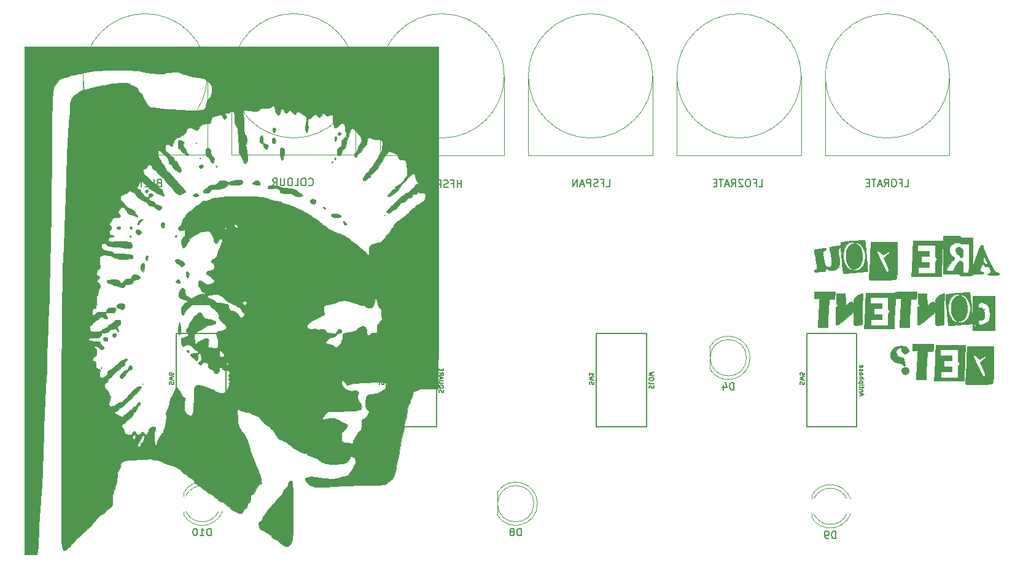
<source format=gbr>
G04 #@! TF.GenerationSoftware,KiCad,Pcbnew,5.1.7*
G04 #@! TF.CreationDate,2020-10-09T10:19:24+01:00*
G04 #@! TF.ProjectId,Phaser,50686173-6572-42e6-9b69-6361645f7063,V2.0*
G04 #@! TF.SameCoordinates,Original*
G04 #@! TF.FileFunction,Legend,Bot*
G04 #@! TF.FilePolarity,Positive*
%FSLAX46Y46*%
G04 Gerber Fmt 4.6, Leading zero omitted, Abs format (unit mm)*
G04 Created by KiCad (PCBNEW 5.1.7) date 2020-10-09 10:19:24*
%MOMM*%
%LPD*%
G01*
G04 APERTURE LIST*
%ADD10C,0.150000*%
%ADD11C,0.010000*%
%ADD12C,0.203200*%
%ADD13C,0.120000*%
%ADD14C,0.127000*%
G04 APERTURE END LIST*
D10*
X185538761Y-65857380D02*
X186014952Y-65857380D01*
X186014952Y-64857380D01*
X184872095Y-65333571D02*
X185205428Y-65333571D01*
X185205428Y-65857380D02*
X185205428Y-64857380D01*
X184729238Y-64857380D01*
X184157809Y-64857380D02*
X183967333Y-64857380D01*
X183872095Y-64905000D01*
X183776857Y-65000238D01*
X183729238Y-65190714D01*
X183729238Y-65524047D01*
X183776857Y-65714523D01*
X183872095Y-65809761D01*
X183967333Y-65857380D01*
X184157809Y-65857380D01*
X184253047Y-65809761D01*
X184348285Y-65714523D01*
X184395904Y-65524047D01*
X184395904Y-65190714D01*
X184348285Y-65000238D01*
X184253047Y-64905000D01*
X184157809Y-64857380D01*
X182729238Y-65857380D02*
X183062571Y-65381190D01*
X183300666Y-65857380D02*
X183300666Y-64857380D01*
X182919714Y-64857380D01*
X182824476Y-64905000D01*
X182776857Y-64952619D01*
X182729238Y-65047857D01*
X182729238Y-65190714D01*
X182776857Y-65285952D01*
X182824476Y-65333571D01*
X182919714Y-65381190D01*
X183300666Y-65381190D01*
X182348285Y-65571666D02*
X181872095Y-65571666D01*
X182443523Y-65857380D02*
X182110190Y-64857380D01*
X181776857Y-65857380D01*
X181586380Y-64857380D02*
X181014952Y-64857380D01*
X181300666Y-65857380D02*
X181300666Y-64857380D01*
X180681619Y-65333571D02*
X180348285Y-65333571D01*
X180205428Y-65857380D02*
X180681619Y-65857380D01*
X180681619Y-64857380D01*
X180205428Y-64857380D01*
X165440952Y-65857380D02*
X165917142Y-65857380D01*
X165917142Y-64857380D01*
X164774285Y-65333571D02*
X165107619Y-65333571D01*
X165107619Y-65857380D02*
X165107619Y-64857380D01*
X164631428Y-64857380D01*
X164060000Y-64857380D02*
X163869523Y-64857380D01*
X163774285Y-64905000D01*
X163679047Y-65000238D01*
X163631428Y-65190714D01*
X163631428Y-65524047D01*
X163679047Y-65714523D01*
X163774285Y-65809761D01*
X163869523Y-65857380D01*
X164060000Y-65857380D01*
X164155238Y-65809761D01*
X164250476Y-65714523D01*
X164298095Y-65524047D01*
X164298095Y-65190714D01*
X164250476Y-65000238D01*
X164155238Y-64905000D01*
X164060000Y-64857380D01*
X163250476Y-64952619D02*
X163202857Y-64905000D01*
X163107619Y-64857380D01*
X162869523Y-64857380D01*
X162774285Y-64905000D01*
X162726666Y-64952619D01*
X162679047Y-65047857D01*
X162679047Y-65143095D01*
X162726666Y-65285952D01*
X163298095Y-65857380D01*
X162679047Y-65857380D01*
X161679047Y-65857380D02*
X162012380Y-65381190D01*
X162250476Y-65857380D02*
X162250476Y-64857380D01*
X161869523Y-64857380D01*
X161774285Y-64905000D01*
X161726666Y-64952619D01*
X161679047Y-65047857D01*
X161679047Y-65190714D01*
X161726666Y-65285952D01*
X161774285Y-65333571D01*
X161869523Y-65381190D01*
X162250476Y-65381190D01*
X161298095Y-65571666D02*
X160821904Y-65571666D01*
X161393333Y-65857380D02*
X161060000Y-64857380D01*
X160726666Y-65857380D01*
X160536190Y-64857380D02*
X159964761Y-64857380D01*
X160250476Y-65857380D02*
X160250476Y-64857380D01*
X159631428Y-65333571D02*
X159298095Y-65333571D01*
X159155238Y-65857380D02*
X159631428Y-65857380D01*
X159631428Y-64857380D01*
X159155238Y-64857380D01*
X144414619Y-65857380D02*
X144890809Y-65857380D01*
X144890809Y-64857380D01*
X143747952Y-65333571D02*
X144081285Y-65333571D01*
X144081285Y-65857380D02*
X144081285Y-64857380D01*
X143605095Y-64857380D01*
X143271761Y-65809761D02*
X143128904Y-65857380D01*
X142890809Y-65857380D01*
X142795571Y-65809761D01*
X142747952Y-65762142D01*
X142700333Y-65666904D01*
X142700333Y-65571666D01*
X142747952Y-65476428D01*
X142795571Y-65428809D01*
X142890809Y-65381190D01*
X143081285Y-65333571D01*
X143176523Y-65285952D01*
X143224142Y-65238333D01*
X143271761Y-65143095D01*
X143271761Y-65047857D01*
X143224142Y-64952619D01*
X143176523Y-64905000D01*
X143081285Y-64857380D01*
X142843190Y-64857380D01*
X142700333Y-64905000D01*
X142271761Y-65857380D02*
X142271761Y-64857380D01*
X141890809Y-64857380D01*
X141795571Y-64905000D01*
X141747952Y-64952619D01*
X141700333Y-65047857D01*
X141700333Y-65190714D01*
X141747952Y-65285952D01*
X141795571Y-65333571D01*
X141890809Y-65381190D01*
X142271761Y-65381190D01*
X141319380Y-65571666D02*
X140843190Y-65571666D01*
X141414619Y-65857380D02*
X141081285Y-64857380D01*
X140747952Y-65857380D01*
X140414619Y-65857380D02*
X140414619Y-64857380D01*
X139843190Y-65857380D01*
X139843190Y-64857380D01*
X124435857Y-65984380D02*
X124435857Y-64984380D01*
X124435857Y-65460571D02*
X123864428Y-65460571D01*
X123864428Y-65984380D02*
X123864428Y-64984380D01*
X123054904Y-65460571D02*
X123388238Y-65460571D01*
X123388238Y-65984380D02*
X123388238Y-64984380D01*
X122912047Y-64984380D01*
X122578714Y-65936761D02*
X122435857Y-65984380D01*
X122197761Y-65984380D01*
X122102523Y-65936761D01*
X122054904Y-65889142D01*
X122007285Y-65793904D01*
X122007285Y-65698666D01*
X122054904Y-65603428D01*
X122102523Y-65555809D01*
X122197761Y-65508190D01*
X122388238Y-65460571D01*
X122483476Y-65412952D01*
X122531095Y-65365333D01*
X122578714Y-65270095D01*
X122578714Y-65174857D01*
X122531095Y-65079619D01*
X122483476Y-65032000D01*
X122388238Y-64984380D01*
X122150142Y-64984380D01*
X122007285Y-65032000D01*
X121578714Y-65984380D02*
X121578714Y-64984380D01*
X121197761Y-64984380D01*
X121102523Y-65032000D01*
X121054904Y-65079619D01*
X121007285Y-65174857D01*
X121007285Y-65317714D01*
X121054904Y-65412952D01*
X121102523Y-65460571D01*
X121197761Y-65508190D01*
X121578714Y-65508190D01*
X120626333Y-65698666D02*
X120150142Y-65698666D01*
X120721571Y-65984380D02*
X120388238Y-64984380D01*
X120054904Y-65984380D01*
X119721571Y-65984380D02*
X119721571Y-64984380D01*
X119150142Y-65984380D01*
X119150142Y-64984380D01*
X103385666Y-65635142D02*
X103433285Y-65682761D01*
X103576142Y-65730380D01*
X103671380Y-65730380D01*
X103814238Y-65682761D01*
X103909476Y-65587523D01*
X103957095Y-65492285D01*
X104004714Y-65301809D01*
X104004714Y-65158952D01*
X103957095Y-64968476D01*
X103909476Y-64873238D01*
X103814238Y-64778000D01*
X103671380Y-64730380D01*
X103576142Y-64730380D01*
X103433285Y-64778000D01*
X103385666Y-64825619D01*
X102766619Y-64730380D02*
X102576142Y-64730380D01*
X102480904Y-64778000D01*
X102385666Y-64873238D01*
X102338047Y-65063714D01*
X102338047Y-65397047D01*
X102385666Y-65587523D01*
X102480904Y-65682761D01*
X102576142Y-65730380D01*
X102766619Y-65730380D01*
X102861857Y-65682761D01*
X102957095Y-65587523D01*
X103004714Y-65397047D01*
X103004714Y-65063714D01*
X102957095Y-64873238D01*
X102861857Y-64778000D01*
X102766619Y-64730380D01*
X101433285Y-65730380D02*
X101909476Y-65730380D01*
X101909476Y-64730380D01*
X100909476Y-64730380D02*
X100719000Y-64730380D01*
X100623761Y-64778000D01*
X100528523Y-64873238D01*
X100480904Y-65063714D01*
X100480904Y-65397047D01*
X100528523Y-65587523D01*
X100623761Y-65682761D01*
X100719000Y-65730380D01*
X100909476Y-65730380D01*
X101004714Y-65682761D01*
X101099952Y-65587523D01*
X101147571Y-65397047D01*
X101147571Y-65063714D01*
X101099952Y-64873238D01*
X101004714Y-64778000D01*
X100909476Y-64730380D01*
X100052333Y-64730380D02*
X100052333Y-65539904D01*
X100004714Y-65635142D01*
X99957095Y-65682761D01*
X99861857Y-65730380D01*
X99671380Y-65730380D01*
X99576142Y-65682761D01*
X99528523Y-65635142D01*
X99480904Y-65539904D01*
X99480904Y-64730380D01*
X98433285Y-65730380D02*
X98766619Y-65254190D01*
X99004714Y-65730380D02*
X99004714Y-64730380D01*
X98623761Y-64730380D01*
X98528523Y-64778000D01*
X98480904Y-64825619D01*
X98433285Y-64920857D01*
X98433285Y-65063714D01*
X98480904Y-65158952D01*
X98528523Y-65206571D01*
X98623761Y-65254190D01*
X99004714Y-65254190D01*
X82708523Y-65333571D02*
X82565666Y-65381190D01*
X82518047Y-65428809D01*
X82470428Y-65524047D01*
X82470428Y-65666904D01*
X82518047Y-65762142D01*
X82565666Y-65809761D01*
X82660904Y-65857380D01*
X83041857Y-65857380D01*
X83041857Y-64857380D01*
X82708523Y-64857380D01*
X82613285Y-64905000D01*
X82565666Y-64952619D01*
X82518047Y-65047857D01*
X82518047Y-65143095D01*
X82565666Y-65238333D01*
X82613285Y-65285952D01*
X82708523Y-65333571D01*
X83041857Y-65333571D01*
X81565666Y-65857380D02*
X82041857Y-65857380D01*
X82041857Y-64857380D01*
X81232333Y-65333571D02*
X80898999Y-65333571D01*
X80756142Y-65857380D02*
X81232333Y-65857380D01*
X81232333Y-64857380D01*
X80756142Y-64857380D01*
X80327571Y-65857380D02*
X80327571Y-64857380D01*
X79756142Y-65857380D01*
X79756142Y-64857380D01*
X79279952Y-65857380D02*
X79279952Y-64857380D01*
X79041857Y-64857380D01*
X78898999Y-64905000D01*
X78803761Y-65000238D01*
X78756142Y-65095476D01*
X78708523Y-65285952D01*
X78708523Y-65428809D01*
X78756142Y-65619285D01*
X78803761Y-65714523D01*
X78898999Y-65809761D01*
X79041857Y-65857380D01*
X79279952Y-65857380D01*
D11*
G36*
X194104299Y-89636753D02*
G01*
X194082350Y-90216068D01*
X194055264Y-90783792D01*
X194025298Y-91301252D01*
X193994709Y-91729775D01*
X193965752Y-92030688D01*
X193963638Y-92047586D01*
X193929850Y-92390746D01*
X193918033Y-92692976D01*
X193930274Y-92894673D01*
X193933447Y-92909240D01*
X193986589Y-93120976D01*
X195761681Y-93116388D01*
X196380023Y-93112677D01*
X196849638Y-93104246D01*
X197191099Y-93089717D01*
X197424979Y-93067716D01*
X197571852Y-93036866D01*
X197652290Y-92995793D01*
X197659053Y-92989519D01*
X197695312Y-92927583D01*
X197723911Y-92810780D01*
X197745679Y-92621522D01*
X197761445Y-92342221D01*
X197772039Y-91955287D01*
X197778289Y-91443132D01*
X197781024Y-90788167D01*
X197781333Y-90395837D01*
X197781333Y-89327631D01*
X196720521Y-89327631D01*
X196693201Y-89410348D01*
X196560691Y-89553226D01*
X196391115Y-89707859D01*
X195974562Y-90077480D01*
X196126111Y-90441240D01*
X196353480Y-91007118D01*
X196504763Y-91432448D01*
X196582709Y-91726543D01*
X196590065Y-91898719D01*
X196568621Y-91941513D01*
X196460416Y-92018270D01*
X196363304Y-91990510D01*
X196250725Y-91838999D01*
X196139109Y-91630500D01*
X195769043Y-90895003D01*
X195473855Y-90300427D01*
X195249373Y-89837943D01*
X195091430Y-89498722D01*
X194995855Y-89273933D01*
X194958479Y-89154746D01*
X194959750Y-89132834D01*
X195081390Y-89067734D01*
X195272253Y-89137544D01*
X195511654Y-89333678D01*
X195557532Y-89380915D01*
X195768872Y-89575012D01*
X195911485Y-89631293D01*
X195957820Y-89613749D01*
X196243005Y-89410314D01*
X196433106Y-89298527D01*
X196563154Y-89261666D01*
X196658847Y-89279143D01*
X196720521Y-89327631D01*
X197781333Y-89327631D01*
X197781333Y-87924436D01*
X195971480Y-87900138D01*
X194161626Y-87875840D01*
X194104299Y-89636753D01*
G37*
X194104299Y-89636753D02*
X194082350Y-90216068D01*
X194055264Y-90783792D01*
X194025298Y-91301252D01*
X193994709Y-91729775D01*
X193965752Y-92030688D01*
X193963638Y-92047586D01*
X193929850Y-92390746D01*
X193918033Y-92692976D01*
X193930274Y-92894673D01*
X193933447Y-92909240D01*
X193986589Y-93120976D01*
X195761681Y-93116388D01*
X196380023Y-93112677D01*
X196849638Y-93104246D01*
X197191099Y-93089717D01*
X197424979Y-93067716D01*
X197571852Y-93036866D01*
X197652290Y-92995793D01*
X197659053Y-92989519D01*
X197695312Y-92927583D01*
X197723911Y-92810780D01*
X197745679Y-92621522D01*
X197761445Y-92342221D01*
X197772039Y-91955287D01*
X197778289Y-91443132D01*
X197781024Y-90788167D01*
X197781333Y-90395837D01*
X197781333Y-89327631D01*
X196720521Y-89327631D01*
X196693201Y-89410348D01*
X196560691Y-89553226D01*
X196391115Y-89707859D01*
X195974562Y-90077480D01*
X196126111Y-90441240D01*
X196353480Y-91007118D01*
X196504763Y-91432448D01*
X196582709Y-91726543D01*
X196590065Y-91898719D01*
X196568621Y-91941513D01*
X196460416Y-92018270D01*
X196363304Y-91990510D01*
X196250725Y-91838999D01*
X196139109Y-91630500D01*
X195769043Y-90895003D01*
X195473855Y-90300427D01*
X195249373Y-89837943D01*
X195091430Y-89498722D01*
X194995855Y-89273933D01*
X194958479Y-89154746D01*
X194959750Y-89132834D01*
X195081390Y-89067734D01*
X195272253Y-89137544D01*
X195511654Y-89333678D01*
X195557532Y-89380915D01*
X195768872Y-89575012D01*
X195911485Y-89631293D01*
X195957820Y-89613749D01*
X196243005Y-89410314D01*
X196433106Y-89298527D01*
X196563154Y-89261666D01*
X196658847Y-89279143D01*
X196720521Y-89327631D01*
X197781333Y-89327631D01*
X197781333Y-87924436D01*
X195971480Y-87900138D01*
X194161626Y-87875840D01*
X194104299Y-89636753D01*
G36*
X189848156Y-87714667D02*
G01*
X189792129Y-89132834D01*
X189768416Y-89711379D01*
X189741613Y-90330292D01*
X189714514Y-90927071D01*
X189689914Y-91439212D01*
X189682346Y-91588167D01*
X189628590Y-92625334D01*
X193717333Y-92625334D01*
X193724221Y-92307834D01*
X193729989Y-92136599D01*
X193742554Y-91823419D01*
X193760746Y-91395494D01*
X193783391Y-90880022D01*
X193809316Y-90304204D01*
X193812775Y-90228850D01*
X193104439Y-90228850D01*
X193074705Y-90334007D01*
X193010789Y-90409500D01*
X192941450Y-90525119D01*
X192898285Y-90709083D01*
X192876350Y-90995755D01*
X192870667Y-91383167D01*
X192870667Y-92202000D01*
X190500000Y-92202000D01*
X190500000Y-91355334D01*
X192024000Y-91355334D01*
X192024000Y-90678000D01*
X190923333Y-90678000D01*
X190923333Y-89831334D01*
X192024000Y-89831334D01*
X192024000Y-89154000D01*
X190415333Y-89154000D01*
X190415333Y-88307334D01*
X192870667Y-88307334D01*
X192870667Y-89126167D01*
X192877341Y-89538739D01*
X192900659Y-89816747D01*
X192945568Y-89994556D01*
X193010789Y-90099833D01*
X193104439Y-90228850D01*
X193812775Y-90228850D01*
X193830054Y-89852429D01*
X193929000Y-87714525D01*
X189848156Y-87714667D01*
G37*
X189848156Y-87714667D02*
X189792129Y-89132834D01*
X189768416Y-89711379D01*
X189741613Y-90330292D01*
X189714514Y-90927071D01*
X189689914Y-91439212D01*
X189682346Y-91588167D01*
X189628590Y-92625334D01*
X193717333Y-92625334D01*
X193724221Y-92307834D01*
X193729989Y-92136599D01*
X193742554Y-91823419D01*
X193760746Y-91395494D01*
X193783391Y-90880022D01*
X193809316Y-90304204D01*
X193812775Y-90228850D01*
X193104439Y-90228850D01*
X193074705Y-90334007D01*
X193010789Y-90409500D01*
X192941450Y-90525119D01*
X192898285Y-90709083D01*
X192876350Y-90995755D01*
X192870667Y-91383167D01*
X192870667Y-92202000D01*
X190500000Y-92202000D01*
X190500000Y-91355334D01*
X192024000Y-91355334D01*
X192024000Y-90678000D01*
X190923333Y-90678000D01*
X190923333Y-89831334D01*
X192024000Y-89831334D01*
X192024000Y-89154000D01*
X190415333Y-89154000D01*
X190415333Y-88307334D01*
X192870667Y-88307334D01*
X192870667Y-89126167D01*
X192877341Y-89538739D01*
X192900659Y-89816747D01*
X192945568Y-89994556D01*
X193010789Y-90099833D01*
X193104439Y-90228850D01*
X193812775Y-90228850D01*
X193830054Y-89852429D01*
X193929000Y-87714525D01*
X189848156Y-87714667D01*
G36*
X186605333Y-88476667D02*
G01*
X187377709Y-88476667D01*
X187332755Y-88836500D01*
X187311753Y-89060454D01*
X187287477Y-89406961D01*
X187262885Y-89829355D01*
X187240931Y-90280970D01*
X187240235Y-90297000D01*
X187217612Y-90770859D01*
X187191565Y-91238608D01*
X187165377Y-91645153D01*
X187143138Y-91926834D01*
X187093607Y-92456000D01*
X188468000Y-92456000D01*
X188467551Y-92223167D01*
X188472215Y-92069199D01*
X188485483Y-91776012D01*
X188505839Y-91373419D01*
X188531767Y-90891231D01*
X188561749Y-90359262D01*
X188566890Y-90270341D01*
X188666678Y-88550349D01*
X189054173Y-88574478D01*
X189441667Y-88598607D01*
X189466874Y-88071970D01*
X189492080Y-87545334D01*
X186605333Y-87545334D01*
X186605333Y-88476667D01*
G37*
X186605333Y-88476667D02*
X187377709Y-88476667D01*
X187332755Y-88836500D01*
X187311753Y-89060454D01*
X187287477Y-89406961D01*
X187262885Y-89829355D01*
X187240931Y-90280970D01*
X187240235Y-90297000D01*
X187217612Y-90770859D01*
X187191565Y-91238608D01*
X187165377Y-91645153D01*
X187143138Y-91926834D01*
X187093607Y-92456000D01*
X188468000Y-92456000D01*
X188467551Y-92223167D01*
X188472215Y-92069199D01*
X188485483Y-91776012D01*
X188505839Y-91373419D01*
X188531767Y-90891231D01*
X188561749Y-90359262D01*
X188566890Y-90270341D01*
X188666678Y-88550349D01*
X189054173Y-88574478D01*
X189441667Y-88598607D01*
X189466874Y-88071970D01*
X189492080Y-87545334D01*
X186605333Y-87545334D01*
X186605333Y-88476667D01*
G36*
X185282718Y-90873916D02*
G01*
X185124395Y-91072897D01*
X185081333Y-91285378D01*
X185153772Y-91530028D01*
X185337948Y-91701417D01*
X185584151Y-91777361D01*
X185842673Y-91735677D01*
X185949517Y-91672834D01*
X186113005Y-91458584D01*
X186147205Y-91202836D01*
X186046131Y-90967872D01*
X186020004Y-90939337D01*
X185775802Y-90790444D01*
X185514947Y-90774201D01*
X185282718Y-90873916D01*
G37*
X185282718Y-90873916D02*
X185124395Y-91072897D01*
X185081333Y-91285378D01*
X185153772Y-91530028D01*
X185337948Y-91701417D01*
X185584151Y-91777361D01*
X185842673Y-91735677D01*
X185949517Y-91672834D01*
X186113005Y-91458584D01*
X186147205Y-91202836D01*
X186046131Y-90967872D01*
X186020004Y-90939337D01*
X185775802Y-90790444D01*
X185514947Y-90774201D01*
X185282718Y-90873916D01*
G36*
X184609785Y-87866799D02*
G01*
X184282150Y-87958017D01*
X184020805Y-88139056D01*
X183776918Y-88433648D01*
X183747833Y-88475806D01*
X183585365Y-88839133D01*
X183585234Y-89224009D01*
X183698724Y-89553367D01*
X183928664Y-89871129D01*
X184274633Y-90085156D01*
X184751235Y-90204263D01*
X184784441Y-90208600D01*
X185067523Y-90259354D01*
X185219994Y-90332879D01*
X185276512Y-90429023D01*
X185363071Y-90557771D01*
X185485201Y-90587641D01*
X185575462Y-90515136D01*
X185587700Y-90445167D01*
X185566260Y-90279618D01*
X185513508Y-90024012D01*
X185476839Y-89873667D01*
X185403152Y-89622945D01*
X185323684Y-89492970D01*
X185198379Y-89438661D01*
X185076305Y-89422856D01*
X184772362Y-89331766D01*
X184543056Y-89146621D01*
X184398962Y-88904037D01*
X184350656Y-88640631D01*
X184408712Y-88393018D01*
X184583706Y-88197815D01*
X184704746Y-88136322D01*
X184939834Y-88090115D01*
X185083108Y-88149925D01*
X185106738Y-88303476D01*
X185104475Y-88312652D01*
X185121030Y-88544699D01*
X185257414Y-88753870D01*
X185467612Y-88883103D01*
X185578163Y-88900000D01*
X185823699Y-88835301D01*
X186015537Y-88673605D01*
X186097158Y-88463513D01*
X186097333Y-88453555D01*
X186045034Y-88301611D01*
X185916759Y-88107772D01*
X185892998Y-88079221D01*
X185774668Y-87956901D01*
X185649639Y-87885748D01*
X185469386Y-87852048D01*
X185185384Y-87842084D01*
X185052540Y-87841667D01*
X184609785Y-87866799D01*
G37*
X184609785Y-87866799D02*
X184282150Y-87958017D01*
X184020805Y-88139056D01*
X183776918Y-88433648D01*
X183747833Y-88475806D01*
X183585365Y-88839133D01*
X183585234Y-89224009D01*
X183698724Y-89553367D01*
X183928664Y-89871129D01*
X184274633Y-90085156D01*
X184751235Y-90204263D01*
X184784441Y-90208600D01*
X185067523Y-90259354D01*
X185219994Y-90332879D01*
X185276512Y-90429023D01*
X185363071Y-90557771D01*
X185485201Y-90587641D01*
X185575462Y-90515136D01*
X185587700Y-90445167D01*
X185566260Y-90279618D01*
X185513508Y-90024012D01*
X185476839Y-89873667D01*
X185403152Y-89622945D01*
X185323684Y-89492970D01*
X185198379Y-89438661D01*
X185076305Y-89422856D01*
X184772362Y-89331766D01*
X184543056Y-89146621D01*
X184398962Y-88904037D01*
X184350656Y-88640631D01*
X184408712Y-88393018D01*
X184583706Y-88197815D01*
X184704746Y-88136322D01*
X184939834Y-88090115D01*
X185083108Y-88149925D01*
X185106738Y-88303476D01*
X185104475Y-88312652D01*
X185121030Y-88544699D01*
X185257414Y-88753870D01*
X185467612Y-88883103D01*
X185578163Y-88900000D01*
X185823699Y-88835301D01*
X186015537Y-88673605D01*
X186097158Y-88463513D01*
X186097333Y-88453555D01*
X186045034Y-88301611D01*
X185916759Y-88107772D01*
X185892998Y-88079221D01*
X185774668Y-87956901D01*
X185649639Y-87885748D01*
X185469386Y-87852048D01*
X185185384Y-87842084D01*
X185052540Y-87841667D01*
X184609785Y-87866799D01*
G36*
X194194854Y-80442112D02*
G01*
X193864051Y-80460495D01*
X193462300Y-80487064D01*
X193022163Y-80519428D01*
X192576201Y-80555197D01*
X192156978Y-80591981D01*
X191797055Y-80627390D01*
X191537167Y-80657922D01*
X191312291Y-80696387D01*
X191208700Y-80764998D01*
X191179747Y-80915665D01*
X191178756Y-81056780D01*
X191187010Y-81274367D01*
X191208714Y-81606705D01*
X191241116Y-82024843D01*
X191281462Y-82499832D01*
X191327001Y-83002719D01*
X191374978Y-83504554D01*
X191422642Y-83976386D01*
X191467240Y-84389264D01*
X191506019Y-84714237D01*
X191536226Y-84922354D01*
X191552279Y-84985168D01*
X191646947Y-84993693D01*
X191877685Y-84989204D01*
X192211919Y-84973929D01*
X192617073Y-84950096D01*
X193060571Y-84919933D01*
X193509838Y-84885667D01*
X193932299Y-84849526D01*
X194295378Y-84813737D01*
X194566500Y-84780530D01*
X194585167Y-84777760D01*
X194902667Y-84729691D01*
X194902667Y-85682667D01*
X197950667Y-85682667D01*
X197950667Y-85005334D01*
X197696667Y-85005334D01*
X197665689Y-85075024D01*
X197640222Y-85061778D01*
X197635576Y-85015700D01*
X195326000Y-85015700D01*
X195257273Y-85081664D01*
X195199000Y-85090000D01*
X195095828Y-85018464D01*
X195072000Y-84910300D01*
X195090537Y-84787989D01*
X195169562Y-84812554D01*
X195199000Y-84836000D01*
X195305434Y-84958221D01*
X195326000Y-85015700D01*
X197635576Y-85015700D01*
X197630089Y-84961298D01*
X197640222Y-84948889D01*
X197690557Y-84960511D01*
X197696667Y-85005334D01*
X197950667Y-85005334D01*
X197950667Y-83352378D01*
X197269170Y-83352378D01*
X197257815Y-83771321D01*
X197208213Y-84129068D01*
X197177170Y-84239921D01*
X197015033Y-84478780D01*
X196736766Y-84684352D01*
X196395229Y-84834107D01*
X196043283Y-84905519D01*
X195733788Y-84876059D01*
X195706826Y-84866551D01*
X195616446Y-84807537D01*
X195678735Y-84739551D01*
X195746979Y-84660961D01*
X195685227Y-84597796D01*
X195646320Y-84504146D01*
X195725484Y-84389334D01*
X195879791Y-84284662D01*
X196066314Y-84221433D01*
X196202914Y-84220301D01*
X196405800Y-84192514D01*
X196528808Y-84022074D01*
X196569167Y-83717089D01*
X196547490Y-83509556D01*
X195551778Y-83509556D01*
X195540156Y-83559890D01*
X195495333Y-83566000D01*
X195425643Y-83535022D01*
X195438889Y-83509556D01*
X195539369Y-83499423D01*
X195551778Y-83509556D01*
X196547490Y-83509556D01*
X196524103Y-83285666D01*
X196523569Y-83282714D01*
X196442365Y-82922253D01*
X196341940Y-82700472D01*
X196198000Y-82586793D01*
X195986254Y-82550637D01*
X195941455Y-82550000D01*
X195746805Y-82538589D01*
X195679847Y-82480275D01*
X195699283Y-82338940D01*
X195699435Y-82338334D01*
X195708887Y-82166812D01*
X195645113Y-82125240D01*
X195638364Y-82086073D01*
X195750456Y-81989642D01*
X195814184Y-81946738D01*
X196142455Y-81824366D01*
X196473727Y-81854510D01*
X196780000Y-82023215D01*
X197033280Y-82316526D01*
X197177147Y-82626134D01*
X197242281Y-82946047D01*
X197269170Y-83352378D01*
X197950667Y-83352378D01*
X197950667Y-81491667D01*
X195156667Y-81491667D01*
X195114333Y-81534000D01*
X195072000Y-81491667D01*
X195114333Y-81449334D01*
X195156667Y-81491667D01*
X197950667Y-81491667D01*
X197950667Y-81392889D01*
X197668445Y-81392889D01*
X197656822Y-81443223D01*
X197612000Y-81449334D01*
X197542310Y-81418355D01*
X197555556Y-81392889D01*
X197656035Y-81382756D01*
X197668445Y-81392889D01*
X197950667Y-81392889D01*
X197950667Y-80941334D01*
X194902667Y-80941334D01*
X194891474Y-82486500D01*
X194880282Y-84031667D01*
X194763773Y-82780114D01*
X194562141Y-82780114D01*
X194508235Y-83396932D01*
X194348499Y-83884625D01*
X194080121Y-84248460D01*
X193700288Y-84493704D01*
X193632667Y-84520910D01*
X193369861Y-84568734D01*
X193028442Y-84567575D01*
X192690589Y-84521557D01*
X192498108Y-84463984D01*
X192146666Y-84229418D01*
X191860198Y-83861274D01*
X191652416Y-83387358D01*
X191537030Y-82835479D01*
X191517860Y-82475855D01*
X191581914Y-81908059D01*
X191759200Y-81433537D01*
X192033467Y-81065859D01*
X192388463Y-80818595D01*
X192807938Y-80705317D01*
X193275640Y-80739594D01*
X193510676Y-80811746D01*
X193933488Y-81059460D01*
X194251187Y-81435700D01*
X194459934Y-81933282D01*
X194555895Y-82545026D01*
X194562141Y-82780114D01*
X194763773Y-82780114D01*
X194714765Y-82253667D01*
X194663968Y-81723831D01*
X194616061Y-81253459D01*
X194573848Y-80867811D01*
X194540134Y-80592150D01*
X194517722Y-80451737D01*
X194513364Y-80439461D01*
X194422145Y-80434304D01*
X194194854Y-80442112D01*
G37*
X194194854Y-80442112D02*
X193864051Y-80460495D01*
X193462300Y-80487064D01*
X193022163Y-80519428D01*
X192576201Y-80555197D01*
X192156978Y-80591981D01*
X191797055Y-80627390D01*
X191537167Y-80657922D01*
X191312291Y-80696387D01*
X191208700Y-80764998D01*
X191179747Y-80915665D01*
X191178756Y-81056780D01*
X191187010Y-81274367D01*
X191208714Y-81606705D01*
X191241116Y-82024843D01*
X191281462Y-82499832D01*
X191327001Y-83002719D01*
X191374978Y-83504554D01*
X191422642Y-83976386D01*
X191467240Y-84389264D01*
X191506019Y-84714237D01*
X191536226Y-84922354D01*
X191552279Y-84985168D01*
X191646947Y-84993693D01*
X191877685Y-84989204D01*
X192211919Y-84973929D01*
X192617073Y-84950096D01*
X193060571Y-84919933D01*
X193509838Y-84885667D01*
X193932299Y-84849526D01*
X194295378Y-84813737D01*
X194566500Y-84780530D01*
X194585167Y-84777760D01*
X194902667Y-84729691D01*
X194902667Y-85682667D01*
X197950667Y-85682667D01*
X197950667Y-85005334D01*
X197696667Y-85005334D01*
X197665689Y-85075024D01*
X197640222Y-85061778D01*
X197635576Y-85015700D01*
X195326000Y-85015700D01*
X195257273Y-85081664D01*
X195199000Y-85090000D01*
X195095828Y-85018464D01*
X195072000Y-84910300D01*
X195090537Y-84787989D01*
X195169562Y-84812554D01*
X195199000Y-84836000D01*
X195305434Y-84958221D01*
X195326000Y-85015700D01*
X197635576Y-85015700D01*
X197630089Y-84961298D01*
X197640222Y-84948889D01*
X197690557Y-84960511D01*
X197696667Y-85005334D01*
X197950667Y-85005334D01*
X197950667Y-83352378D01*
X197269170Y-83352378D01*
X197257815Y-83771321D01*
X197208213Y-84129068D01*
X197177170Y-84239921D01*
X197015033Y-84478780D01*
X196736766Y-84684352D01*
X196395229Y-84834107D01*
X196043283Y-84905519D01*
X195733788Y-84876059D01*
X195706826Y-84866551D01*
X195616446Y-84807537D01*
X195678735Y-84739551D01*
X195746979Y-84660961D01*
X195685227Y-84597796D01*
X195646320Y-84504146D01*
X195725484Y-84389334D01*
X195879791Y-84284662D01*
X196066314Y-84221433D01*
X196202914Y-84220301D01*
X196405800Y-84192514D01*
X196528808Y-84022074D01*
X196569167Y-83717089D01*
X196547490Y-83509556D01*
X195551778Y-83509556D01*
X195540156Y-83559890D01*
X195495333Y-83566000D01*
X195425643Y-83535022D01*
X195438889Y-83509556D01*
X195539369Y-83499423D01*
X195551778Y-83509556D01*
X196547490Y-83509556D01*
X196524103Y-83285666D01*
X196523569Y-83282714D01*
X196442365Y-82922253D01*
X196341940Y-82700472D01*
X196198000Y-82586793D01*
X195986254Y-82550637D01*
X195941455Y-82550000D01*
X195746805Y-82538589D01*
X195679847Y-82480275D01*
X195699283Y-82338940D01*
X195699435Y-82338334D01*
X195708887Y-82166812D01*
X195645113Y-82125240D01*
X195638364Y-82086073D01*
X195750456Y-81989642D01*
X195814184Y-81946738D01*
X196142455Y-81824366D01*
X196473727Y-81854510D01*
X196780000Y-82023215D01*
X197033280Y-82316526D01*
X197177147Y-82626134D01*
X197242281Y-82946047D01*
X197269170Y-83352378D01*
X197950667Y-83352378D01*
X197950667Y-81491667D01*
X195156667Y-81491667D01*
X195114333Y-81534000D01*
X195072000Y-81491667D01*
X195114333Y-81449334D01*
X195156667Y-81491667D01*
X197950667Y-81491667D01*
X197950667Y-81392889D01*
X197668445Y-81392889D01*
X197656822Y-81443223D01*
X197612000Y-81449334D01*
X197542310Y-81418355D01*
X197555556Y-81392889D01*
X197656035Y-81382756D01*
X197668445Y-81392889D01*
X197950667Y-81392889D01*
X197950667Y-80941334D01*
X194902667Y-80941334D01*
X194891474Y-82486500D01*
X194880282Y-84031667D01*
X194763773Y-82780114D01*
X194562141Y-82780114D01*
X194508235Y-83396932D01*
X194348499Y-83884625D01*
X194080121Y-84248460D01*
X193700288Y-84493704D01*
X193632667Y-84520910D01*
X193369861Y-84568734D01*
X193028442Y-84567575D01*
X192690589Y-84521557D01*
X192498108Y-84463984D01*
X192146666Y-84229418D01*
X191860198Y-83861274D01*
X191652416Y-83387358D01*
X191537030Y-82835479D01*
X191517860Y-82475855D01*
X191581914Y-81908059D01*
X191759200Y-81433537D01*
X192033467Y-81065859D01*
X192388463Y-80818595D01*
X192807938Y-80705317D01*
X193275640Y-80739594D01*
X193510676Y-80811746D01*
X193933488Y-81059460D01*
X194251187Y-81435700D01*
X194459934Y-81933282D01*
X194555895Y-82545026D01*
X194562141Y-82780114D01*
X194763773Y-82780114D01*
X194714765Y-82253667D01*
X194663968Y-81723831D01*
X194616061Y-81253459D01*
X194573848Y-80867811D01*
X194540134Y-80592150D01*
X194517722Y-80451737D01*
X194513364Y-80439461D01*
X194422145Y-80434304D01*
X194194854Y-80442112D01*
G36*
X185200306Y-80353510D02*
G01*
X184766013Y-80367562D01*
X184472033Y-80390107D01*
X184330574Y-80420428D01*
X184319333Y-80433334D01*
X184235960Y-80462223D01*
X183990845Y-80485437D01*
X183591493Y-80502666D01*
X183045412Y-80513602D01*
X182360106Y-80517937D01*
X182257745Y-80518000D01*
X180196156Y-80518000D01*
X180140129Y-81936167D01*
X180116416Y-82514712D01*
X180089613Y-83133625D01*
X180062514Y-83730404D01*
X180037914Y-84242546D01*
X180030346Y-84391500D01*
X179976590Y-85428667D01*
X184065333Y-85428667D01*
X184074103Y-85068834D01*
X184083516Y-84777987D01*
X184099269Y-84396816D01*
X184120004Y-83949570D01*
X184144364Y-83460502D01*
X184166875Y-83032183D01*
X183452439Y-83032183D01*
X183422705Y-83137340D01*
X183358789Y-83212834D01*
X183289450Y-83328453D01*
X183246285Y-83512416D01*
X183224350Y-83799088D01*
X183218667Y-84186500D01*
X183218667Y-85005334D01*
X180848000Y-85005334D01*
X180848000Y-84158667D01*
X182372000Y-84158667D01*
X182372000Y-83481334D01*
X181271333Y-83481334D01*
X181271333Y-82634667D01*
X182372000Y-82634667D01*
X182372000Y-81957334D01*
X180763333Y-81957334D01*
X180763333Y-81110667D01*
X183218667Y-81110667D01*
X183218667Y-81929500D01*
X183225341Y-82342072D01*
X183248659Y-82620080D01*
X183293568Y-82797889D01*
X183358789Y-82903167D01*
X183452439Y-83032183D01*
X184166875Y-83032183D01*
X184170992Y-82953862D01*
X184198530Y-82453903D01*
X184225620Y-81984875D01*
X184250905Y-81571030D01*
X184273027Y-81236619D01*
X184290630Y-81005895D01*
X184302354Y-80903107D01*
X184306333Y-80920167D01*
X184319333Y-81280000D01*
X185091709Y-81280000D01*
X185046755Y-81639834D01*
X185025753Y-81863787D01*
X185001477Y-82210294D01*
X184976885Y-82632688D01*
X184954931Y-83084303D01*
X184954235Y-83100334D01*
X184931612Y-83574192D01*
X184905565Y-84041941D01*
X184879377Y-84448487D01*
X184857138Y-84730167D01*
X184807607Y-85259334D01*
X186182000Y-85259334D01*
X186181551Y-85026500D01*
X186186215Y-84872532D01*
X186199483Y-84579345D01*
X186219839Y-84176752D01*
X186245767Y-83694565D01*
X186275749Y-83162595D01*
X186280890Y-83073674D01*
X186380678Y-81353682D01*
X186768173Y-81377811D01*
X187155667Y-81401941D01*
X187180874Y-80875304D01*
X187206080Y-80348667D01*
X185762707Y-80348667D01*
X185200306Y-80353510D01*
G37*
X185200306Y-80353510D02*
X184766013Y-80367562D01*
X184472033Y-80390107D01*
X184330574Y-80420428D01*
X184319333Y-80433334D01*
X184235960Y-80462223D01*
X183990845Y-80485437D01*
X183591493Y-80502666D01*
X183045412Y-80513602D01*
X182360106Y-80517937D01*
X182257745Y-80518000D01*
X180196156Y-80518000D01*
X180140129Y-81936167D01*
X180116416Y-82514712D01*
X180089613Y-83133625D01*
X180062514Y-83730404D01*
X180037914Y-84242546D01*
X180030346Y-84391500D01*
X179976590Y-85428667D01*
X184065333Y-85428667D01*
X184074103Y-85068834D01*
X184083516Y-84777987D01*
X184099269Y-84396816D01*
X184120004Y-83949570D01*
X184144364Y-83460502D01*
X184166875Y-83032183D01*
X183452439Y-83032183D01*
X183422705Y-83137340D01*
X183358789Y-83212834D01*
X183289450Y-83328453D01*
X183246285Y-83512416D01*
X183224350Y-83799088D01*
X183218667Y-84186500D01*
X183218667Y-85005334D01*
X180848000Y-85005334D01*
X180848000Y-84158667D01*
X182372000Y-84158667D01*
X182372000Y-83481334D01*
X181271333Y-83481334D01*
X181271333Y-82634667D01*
X182372000Y-82634667D01*
X182372000Y-81957334D01*
X180763333Y-81957334D01*
X180763333Y-81110667D01*
X183218667Y-81110667D01*
X183218667Y-81929500D01*
X183225341Y-82342072D01*
X183248659Y-82620080D01*
X183293568Y-82797889D01*
X183358789Y-82903167D01*
X183452439Y-83032183D01*
X184166875Y-83032183D01*
X184170992Y-82953862D01*
X184198530Y-82453903D01*
X184225620Y-81984875D01*
X184250905Y-81571030D01*
X184273027Y-81236619D01*
X184290630Y-81005895D01*
X184302354Y-80903107D01*
X184306333Y-80920167D01*
X184319333Y-81280000D01*
X185091709Y-81280000D01*
X185046755Y-81639834D01*
X185025753Y-81863787D01*
X185001477Y-82210294D01*
X184976885Y-82632688D01*
X184954931Y-83084303D01*
X184954235Y-83100334D01*
X184931612Y-83574192D01*
X184905565Y-84041941D01*
X184879377Y-84448487D01*
X184857138Y-84730167D01*
X184807607Y-85259334D01*
X186182000Y-85259334D01*
X186181551Y-85026500D01*
X186186215Y-84872532D01*
X186199483Y-84579345D01*
X186219839Y-84176752D01*
X186245767Y-83694565D01*
X186275749Y-83162595D01*
X186280890Y-83073674D01*
X186380678Y-81353682D01*
X186768173Y-81377811D01*
X187155667Y-81401941D01*
X187180874Y-80875304D01*
X187206080Y-80348667D01*
X185762707Y-80348667D01*
X185200306Y-80353510D01*
G36*
X173058667Y-81280000D02*
G01*
X173831042Y-81280000D01*
X173786088Y-81639834D01*
X173765086Y-81863787D01*
X173740811Y-82210294D01*
X173716218Y-82632688D01*
X173694264Y-83084303D01*
X173693568Y-83100334D01*
X173670945Y-83574192D01*
X173644899Y-84041941D01*
X173618710Y-84448487D01*
X173596471Y-84730167D01*
X173546940Y-85259334D01*
X174921333Y-85259334D01*
X174920884Y-85026500D01*
X174925548Y-84872532D01*
X174938817Y-84579345D01*
X174959173Y-84176752D01*
X174985100Y-83694565D01*
X175015083Y-83162595D01*
X175020223Y-83073674D01*
X175120012Y-81353682D01*
X175507506Y-81377811D01*
X175895000Y-81401941D01*
X175945414Y-80348667D01*
X173058667Y-80348667D01*
X173058667Y-81280000D01*
G37*
X173058667Y-81280000D02*
X173831042Y-81280000D01*
X173786088Y-81639834D01*
X173765086Y-81863787D01*
X173740811Y-82210294D01*
X173716218Y-82632688D01*
X173694264Y-83084303D01*
X173693568Y-83100334D01*
X173670945Y-83574192D01*
X173644899Y-84041941D01*
X173618710Y-84448487D01*
X173596471Y-84730167D01*
X173546940Y-85259334D01*
X174921333Y-85259334D01*
X174920884Y-85026500D01*
X174925548Y-84872532D01*
X174938817Y-84579345D01*
X174959173Y-84176752D01*
X174985100Y-83694565D01*
X175015083Y-83162595D01*
X175020223Y-83073674D01*
X175120012Y-81353682D01*
X175507506Y-81377811D01*
X175895000Y-81401941D01*
X175945414Y-80348667D01*
X173058667Y-80348667D01*
X173058667Y-81280000D01*
G36*
X190687333Y-80655700D02*
G01*
X190456244Y-80795037D01*
X190199467Y-80991035D01*
X190188806Y-81000101D01*
X189941671Y-81222176D01*
X189805492Y-81381952D01*
X189754648Y-81517234D01*
X189758472Y-81635101D01*
X189757807Y-81816845D01*
X189700457Y-81873393D01*
X189611000Y-81788000D01*
X189486875Y-81707926D01*
X189293156Y-81767319D01*
X189021791Y-81968965D01*
X188979395Y-82006673D01*
X188643634Y-82310012D01*
X188595000Y-80645000D01*
X187409667Y-80645000D01*
X187384617Y-81319040D01*
X187376169Y-81661351D01*
X187387910Y-81877730D01*
X187428687Y-82011201D01*
X187507343Y-82104784D01*
X187553950Y-82142658D01*
X187684413Y-82248969D01*
X187683559Y-82287785D01*
X187568417Y-82294118D01*
X187466173Y-82319274D01*
X187390831Y-82406247D01*
X187338604Y-82575966D01*
X187305704Y-82849360D01*
X187288342Y-83247357D01*
X187282731Y-83790886D01*
X187282667Y-83872917D01*
X187283762Y-84308796D01*
X187290413Y-84603034D01*
X187307673Y-84783325D01*
X187340589Y-84877359D01*
X187394215Y-84912830D01*
X187473167Y-84917438D01*
X187603854Y-84883062D01*
X187792614Y-84776644D01*
X188053156Y-84587844D01*
X188399188Y-84306319D01*
X188844418Y-83921731D01*
X189134937Y-83663966D01*
X189736078Y-83126932D01*
X189723168Y-83934911D01*
X189728671Y-84400388D01*
X189766820Y-84717981D01*
X189843908Y-84907077D01*
X189966229Y-84987061D01*
X190065867Y-84990542D01*
X190234853Y-84973815D01*
X190486127Y-84950361D01*
X190563500Y-84943340D01*
X190788927Y-84901648D01*
X190913877Y-84835693D01*
X190924477Y-84809965D01*
X190926947Y-84700147D01*
X190933272Y-84445593D01*
X190942825Y-84070843D01*
X190954976Y-83600435D01*
X190969096Y-83058909D01*
X190979680Y-82655834D01*
X191033738Y-80602667D01*
X190843873Y-80602667D01*
X190687333Y-80655700D01*
G37*
X190687333Y-80655700D02*
X190456244Y-80795037D01*
X190199467Y-80991035D01*
X190188806Y-81000101D01*
X189941671Y-81222176D01*
X189805492Y-81381952D01*
X189754648Y-81517234D01*
X189758472Y-81635101D01*
X189757807Y-81816845D01*
X189700457Y-81873393D01*
X189611000Y-81788000D01*
X189486875Y-81707926D01*
X189293156Y-81767319D01*
X189021791Y-81968965D01*
X188979395Y-82006673D01*
X188643634Y-82310012D01*
X188595000Y-80645000D01*
X187409667Y-80645000D01*
X187384617Y-81319040D01*
X187376169Y-81661351D01*
X187387910Y-81877730D01*
X187428687Y-82011201D01*
X187507343Y-82104784D01*
X187553950Y-82142658D01*
X187684413Y-82248969D01*
X187683559Y-82287785D01*
X187568417Y-82294118D01*
X187466173Y-82319274D01*
X187390831Y-82406247D01*
X187338604Y-82575966D01*
X187305704Y-82849360D01*
X187288342Y-83247357D01*
X187282731Y-83790886D01*
X187282667Y-83872917D01*
X187283762Y-84308796D01*
X187290413Y-84603034D01*
X187307673Y-84783325D01*
X187340589Y-84877359D01*
X187394215Y-84912830D01*
X187473167Y-84917438D01*
X187603854Y-84883062D01*
X187792614Y-84776644D01*
X188053156Y-84587844D01*
X188399188Y-84306319D01*
X188844418Y-83921731D01*
X189134937Y-83663966D01*
X189736078Y-83126932D01*
X189723168Y-83934911D01*
X189728671Y-84400388D01*
X189766820Y-84717981D01*
X189843908Y-84907077D01*
X189966229Y-84987061D01*
X190065867Y-84990542D01*
X190234853Y-84973815D01*
X190486127Y-84950361D01*
X190563500Y-84943340D01*
X190788927Y-84901648D01*
X190913877Y-84835693D01*
X190924477Y-84809965D01*
X190926947Y-84700147D01*
X190933272Y-84445593D01*
X190942825Y-84070843D01*
X190954976Y-83600435D01*
X190969096Y-83058909D01*
X190979680Y-82655834D01*
X191033738Y-80602667D01*
X190843873Y-80602667D01*
X190687333Y-80655700D01*
G36*
X179426666Y-80655700D02*
G01*
X179195578Y-80795037D01*
X178938800Y-80991035D01*
X178928140Y-81000101D01*
X178681004Y-81222176D01*
X178544825Y-81381952D01*
X178493982Y-81517234D01*
X178497806Y-81635101D01*
X178497140Y-81816845D01*
X178439791Y-81873393D01*
X178350333Y-81788000D01*
X178226209Y-81707926D01*
X178032489Y-81767319D01*
X177761124Y-81968965D01*
X177718728Y-82006673D01*
X177382968Y-82310012D01*
X177358651Y-81477506D01*
X177334333Y-80645000D01*
X176149000Y-80645000D01*
X176123950Y-81319040D01*
X176115502Y-81661351D01*
X176127244Y-81877730D01*
X176168020Y-82011201D01*
X176246677Y-82104784D01*
X176293284Y-82142658D01*
X176423746Y-82248969D01*
X176422892Y-82287785D01*
X176307750Y-82294118D01*
X176205506Y-82319274D01*
X176130165Y-82406247D01*
X176077938Y-82575966D01*
X176045037Y-82849360D01*
X176027675Y-83247357D01*
X176022064Y-83790886D01*
X176022000Y-83872917D01*
X176023095Y-84308796D01*
X176029747Y-84603034D01*
X176047006Y-84783325D01*
X176079923Y-84877359D01*
X176133548Y-84912830D01*
X176212500Y-84917438D01*
X176343188Y-84883062D01*
X176531948Y-84776644D01*
X176792489Y-84587844D01*
X177138521Y-84306319D01*
X177583751Y-83921731D01*
X177874270Y-83663966D01*
X178475411Y-83126932D01*
X178462502Y-83934911D01*
X178468005Y-84400388D01*
X178506154Y-84717981D01*
X178583242Y-84907077D01*
X178705563Y-84987061D01*
X178805200Y-84990542D01*
X178974186Y-84973815D01*
X179225460Y-84950361D01*
X179302833Y-84943340D01*
X179528260Y-84901648D01*
X179653210Y-84835693D01*
X179663811Y-84809965D01*
X179666280Y-84700147D01*
X179672605Y-84445593D01*
X179682158Y-84070843D01*
X179694309Y-83600435D01*
X179708430Y-83058909D01*
X179719013Y-82655834D01*
X179773072Y-80602667D01*
X179583206Y-80602667D01*
X179426666Y-80655700D01*
G37*
X179426666Y-80655700D02*
X179195578Y-80795037D01*
X178938800Y-80991035D01*
X178928140Y-81000101D01*
X178681004Y-81222176D01*
X178544825Y-81381952D01*
X178493982Y-81517234D01*
X178497806Y-81635101D01*
X178497140Y-81816845D01*
X178439791Y-81873393D01*
X178350333Y-81788000D01*
X178226209Y-81707926D01*
X178032489Y-81767319D01*
X177761124Y-81968965D01*
X177718728Y-82006673D01*
X177382968Y-82310012D01*
X177358651Y-81477506D01*
X177334333Y-80645000D01*
X176149000Y-80645000D01*
X176123950Y-81319040D01*
X176115502Y-81661351D01*
X176127244Y-81877730D01*
X176168020Y-82011201D01*
X176246677Y-82104784D01*
X176293284Y-82142658D01*
X176423746Y-82248969D01*
X176422892Y-82287785D01*
X176307750Y-82294118D01*
X176205506Y-82319274D01*
X176130165Y-82406247D01*
X176077938Y-82575966D01*
X176045037Y-82849360D01*
X176027675Y-83247357D01*
X176022064Y-83790886D01*
X176022000Y-83872917D01*
X176023095Y-84308796D01*
X176029747Y-84603034D01*
X176047006Y-84783325D01*
X176079923Y-84877359D01*
X176133548Y-84912830D01*
X176212500Y-84917438D01*
X176343188Y-84883062D01*
X176531948Y-84776644D01*
X176792489Y-84587844D01*
X177138521Y-84306319D01*
X177583751Y-83921731D01*
X177874270Y-83663966D01*
X178475411Y-83126932D01*
X178462502Y-83934911D01*
X178468005Y-84400388D01*
X178506154Y-84717981D01*
X178583242Y-84907077D01*
X178705563Y-84987061D01*
X178805200Y-84990542D01*
X178974186Y-84973815D01*
X179225460Y-84950361D01*
X179302833Y-84943340D01*
X179528260Y-84901648D01*
X179653210Y-84835693D01*
X179663811Y-84809965D01*
X179666280Y-84700147D01*
X179672605Y-84445593D01*
X179682158Y-84070843D01*
X179694309Y-83600435D01*
X179708430Y-83058909D01*
X179719013Y-82655834D01*
X179773072Y-80602667D01*
X179583206Y-80602667D01*
X179426666Y-80655700D01*
G36*
X180811632Y-75243420D02*
G01*
X180789683Y-75822735D01*
X180762597Y-76390459D01*
X180732632Y-76907919D01*
X180702042Y-77336442D01*
X180673085Y-77637355D01*
X180670971Y-77654252D01*
X180637184Y-77997412D01*
X180625366Y-78299643D01*
X180637608Y-78501340D01*
X180640780Y-78515907D01*
X180693922Y-78727642D01*
X182469014Y-78723054D01*
X183087356Y-78719344D01*
X183556971Y-78710912D01*
X183898432Y-78696384D01*
X184132312Y-78674383D01*
X184279185Y-78643533D01*
X184359624Y-78602460D01*
X184366386Y-78596186D01*
X184402646Y-78534249D01*
X184431245Y-78417447D01*
X184453013Y-78228189D01*
X184468779Y-77948888D01*
X184479372Y-77561954D01*
X184485622Y-77049799D01*
X184488358Y-76394833D01*
X184488667Y-76002504D01*
X184488667Y-74934298D01*
X183427854Y-74934298D01*
X183400534Y-75017015D01*
X183268024Y-75159893D01*
X183098448Y-75314526D01*
X182681896Y-75684146D01*
X182833445Y-76047907D01*
X183060813Y-76613785D01*
X183212097Y-77039115D01*
X183290043Y-77333210D01*
X183297398Y-77505385D01*
X183275954Y-77548180D01*
X183167749Y-77624937D01*
X183070638Y-77597177D01*
X182958059Y-77445666D01*
X182846442Y-77237167D01*
X182476377Y-76501669D01*
X182181188Y-75907094D01*
X181956706Y-75444610D01*
X181798763Y-75105388D01*
X181703188Y-74880599D01*
X181665813Y-74761413D01*
X181667083Y-74739500D01*
X181788724Y-74674401D01*
X181979587Y-74744211D01*
X182218988Y-74940345D01*
X182264865Y-74987582D01*
X182476205Y-75181678D01*
X182618818Y-75237960D01*
X182665153Y-75220415D01*
X182950338Y-75016981D01*
X183140439Y-74905194D01*
X183270488Y-74868333D01*
X183366180Y-74885810D01*
X183427854Y-74934298D01*
X184488667Y-74934298D01*
X184488667Y-73531102D01*
X180868959Y-73482506D01*
X180811632Y-75243420D01*
G37*
X180811632Y-75243420D02*
X180789683Y-75822735D01*
X180762597Y-76390459D01*
X180732632Y-76907919D01*
X180702042Y-77336442D01*
X180673085Y-77637355D01*
X180670971Y-77654252D01*
X180637184Y-77997412D01*
X180625366Y-78299643D01*
X180637608Y-78501340D01*
X180640780Y-78515907D01*
X180693922Y-78727642D01*
X182469014Y-78723054D01*
X183087356Y-78719344D01*
X183556971Y-78710912D01*
X183898432Y-78696384D01*
X184132312Y-78674383D01*
X184279185Y-78643533D01*
X184359624Y-78602460D01*
X184366386Y-78596186D01*
X184402646Y-78534249D01*
X184431245Y-78417447D01*
X184453013Y-78228189D01*
X184468779Y-77948888D01*
X184479372Y-77561954D01*
X184485622Y-77049799D01*
X184488358Y-76394833D01*
X184488667Y-76002504D01*
X184488667Y-74934298D01*
X183427854Y-74934298D01*
X183400534Y-75017015D01*
X183268024Y-75159893D01*
X183098448Y-75314526D01*
X182681896Y-75684146D01*
X182833445Y-76047907D01*
X183060813Y-76613785D01*
X183212097Y-77039115D01*
X183290043Y-77333210D01*
X183297398Y-77505385D01*
X183275954Y-77548180D01*
X183167749Y-77624937D01*
X183070638Y-77597177D01*
X182958059Y-77445666D01*
X182846442Y-77237167D01*
X182476377Y-76501669D01*
X182181188Y-75907094D01*
X181956706Y-75444610D01*
X181798763Y-75105388D01*
X181703188Y-74880599D01*
X181665813Y-74761413D01*
X181667083Y-74739500D01*
X181788724Y-74674401D01*
X181979587Y-74744211D01*
X182218988Y-74940345D01*
X182264865Y-74987582D01*
X182476205Y-75181678D01*
X182618818Y-75237960D01*
X182665153Y-75220415D01*
X182950338Y-75016981D01*
X183140439Y-74905194D01*
X183270488Y-74868333D01*
X183366180Y-74885810D01*
X183427854Y-74934298D01*
X184488667Y-74934298D01*
X184488667Y-73531102D01*
X180868959Y-73482506D01*
X180811632Y-75243420D01*
G36*
X190838667Y-73321334D02*
G01*
X186715489Y-73321334D01*
X186659462Y-74739500D01*
X186635749Y-75318045D01*
X186608946Y-75936959D01*
X186581847Y-76533737D01*
X186557247Y-77045879D01*
X186549679Y-77194834D01*
X186495923Y-78232000D01*
X190584667Y-78232000D01*
X190593436Y-77872167D01*
X190600157Y-77687139D01*
X190614303Y-77361453D01*
X190634542Y-76923557D01*
X190659541Y-76401899D01*
X190687447Y-75835517D01*
X189971773Y-75835517D01*
X189942039Y-75940674D01*
X189878122Y-76016167D01*
X189808783Y-76131786D01*
X189765619Y-76315749D01*
X189743683Y-76602422D01*
X189738000Y-76989834D01*
X189738000Y-77808667D01*
X187367333Y-77808667D01*
X187367333Y-76962000D01*
X188891333Y-76962000D01*
X188891333Y-76284667D01*
X187790667Y-76284667D01*
X187790667Y-75438000D01*
X188891333Y-75438000D01*
X188891333Y-74760667D01*
X187282667Y-74760667D01*
X187282667Y-73914000D01*
X189738000Y-73914000D01*
X189738000Y-74732833D01*
X189744674Y-75145406D01*
X189767993Y-75423414D01*
X189812901Y-75601222D01*
X189878122Y-75706500D01*
X189971773Y-75835517D01*
X190687447Y-75835517D01*
X190687969Y-75824927D01*
X190707436Y-75438000D01*
X190812667Y-73363667D01*
X190825667Y-75628500D01*
X190838667Y-77893334D01*
X191981667Y-77893334D01*
X192449983Y-77896013D01*
X192773669Y-77905876D01*
X192977371Y-77925661D01*
X193085735Y-77958108D01*
X193123406Y-78005953D01*
X193124667Y-78020334D01*
X193152597Y-78079477D01*
X193254935Y-78117481D01*
X193459498Y-78138505D01*
X193794106Y-78146709D01*
X193973991Y-78147334D01*
X194378989Y-78142248D01*
X194643538Y-78124291D01*
X194796289Y-78089411D01*
X194865896Y-78033554D01*
X194872049Y-78020334D01*
X194933458Y-77956838D01*
X195078257Y-77917635D01*
X195336175Y-77898051D01*
X195679933Y-77893334D01*
X196041627Y-77890009D01*
X196264358Y-77875967D01*
X196378436Y-77845103D01*
X196414169Y-77791312D01*
X196410736Y-77746139D01*
X196313592Y-77612702D01*
X196214028Y-77571849D01*
X196004786Y-77529332D01*
X195907211Y-77460684D01*
X195904063Y-77323498D01*
X195978101Y-77075369D01*
X195993564Y-77029601D01*
X196109243Y-76745081D01*
X196225270Y-76596242D01*
X196328469Y-76553945D01*
X196473250Y-76572716D01*
X196511333Y-76702112D01*
X196539336Y-76818460D01*
X196653739Y-76868468D01*
X196834319Y-76877334D01*
X197057943Y-76896990D01*
X197191740Y-76987253D01*
X197299986Y-77176539D01*
X197412690Y-77452464D01*
X197422601Y-77626820D01*
X197322902Y-77737548D01*
X197188667Y-77795980D01*
X196979043Y-77889384D01*
X196935015Y-77964135D01*
X197053728Y-78018847D01*
X197332329Y-78052139D01*
X197739000Y-78062667D01*
X198112837Y-78060110D01*
X198348776Y-78048030D01*
X198478228Y-78019816D01*
X198532605Y-77968853D01*
X198543333Y-77893334D01*
X198491713Y-77758852D01*
X198339193Y-77724000D01*
X198130319Y-77653529D01*
X197937026Y-77484003D01*
X197814739Y-77301003D01*
X197644062Y-76998877D01*
X197440443Y-76610004D01*
X197336384Y-76401410D01*
X196915510Y-76401410D01*
X196902184Y-76499268D01*
X196810741Y-76535005D01*
X196723000Y-76538667D01*
X196554701Y-76495876D01*
X196511333Y-76415874D01*
X196447249Y-76263327D01*
X196403706Y-76225374D01*
X196342844Y-76138247D01*
X196348536Y-75966458D01*
X196385133Y-75795928D01*
X196474189Y-75434188D01*
X196704428Y-75903637D01*
X196849873Y-76212507D01*
X196915510Y-76401410D01*
X197336384Y-76401410D01*
X197219328Y-76166765D01*
X196996162Y-75701540D01*
X196786394Y-75246709D01*
X196605469Y-74834652D01*
X196468834Y-74497750D01*
X196391935Y-74268383D01*
X196382957Y-74226243D01*
X196333978Y-74015045D01*
X196255945Y-73931851D01*
X196149321Y-73929910D01*
X196077406Y-73959675D01*
X196003709Y-74041291D01*
X195918792Y-74195362D01*
X195813218Y-74442494D01*
X195677551Y-74803291D01*
X195502353Y-75298358D01*
X195439225Y-75480334D01*
X194912162Y-77004334D01*
X194907415Y-74951167D01*
X194904625Y-73744667D01*
X194394667Y-73744667D01*
X194394667Y-75677889D01*
X194392295Y-76233730D01*
X194385647Y-76732019D01*
X194375421Y-77148104D01*
X194362317Y-77457331D01*
X194347034Y-77635047D01*
X194338222Y-77667556D01*
X194225462Y-77702260D01*
X194009607Y-77722156D01*
X193914889Y-77724000D01*
X193548000Y-77724000D01*
X193548000Y-76962000D01*
X193544923Y-76599329D01*
X193531140Y-76373901D01*
X193499828Y-76253670D01*
X193444162Y-76206592D01*
X193385722Y-76200000D01*
X193235106Y-76154927D01*
X193190226Y-76100343D01*
X193137456Y-76037733D01*
X193047809Y-76084866D01*
X192910744Y-76253591D01*
X192715720Y-76555757D01*
X192574312Y-76792704D01*
X192177240Y-77470000D01*
X191710562Y-77470000D01*
X191442416Y-77462012D01*
X191311236Y-77431490D01*
X191285131Y-77368601D01*
X191293264Y-77341316D01*
X191379481Y-77177408D01*
X191538165Y-76923157D01*
X191739065Y-76622837D01*
X191951928Y-76320724D01*
X192146502Y-76061095D01*
X192268702Y-75913691D01*
X192401517Y-75748928D01*
X192418414Y-75661044D01*
X192362667Y-75624917D01*
X192227771Y-75540335D01*
X192038245Y-75380395D01*
X191960500Y-75305860D01*
X191786833Y-75105607D01*
X191706142Y-74910142D01*
X191685394Y-74636189D01*
X191685333Y-74612163D01*
X191709984Y-74302762D01*
X191799186Y-74085121D01*
X191886611Y-73975545D01*
X192070246Y-73834107D01*
X192318906Y-73712826D01*
X192590545Y-73622415D01*
X192843122Y-73573592D01*
X193034592Y-73577072D01*
X193122913Y-73643570D01*
X193124667Y-73660000D01*
X193203459Y-73702662D01*
X193416745Y-73732397D01*
X193729889Y-73744588D01*
X193759667Y-73744667D01*
X194394667Y-73744667D01*
X194904625Y-73744667D01*
X194902667Y-72898000D01*
X194056000Y-72898000D01*
X193661182Y-72893803D01*
X193407700Y-72878428D01*
X193267704Y-72847696D01*
X193213340Y-72797430D01*
X193209333Y-72771000D01*
X193185606Y-72719780D01*
X193098251Y-72684098D01*
X192923008Y-72661354D01*
X192635615Y-72648950D01*
X192211814Y-72644285D01*
X192024000Y-72644000D01*
X190838667Y-72644000D01*
X190838667Y-73321334D01*
G37*
X190838667Y-73321334D02*
X186715489Y-73321334D01*
X186659462Y-74739500D01*
X186635749Y-75318045D01*
X186608946Y-75936959D01*
X186581847Y-76533737D01*
X186557247Y-77045879D01*
X186549679Y-77194834D01*
X186495923Y-78232000D01*
X190584667Y-78232000D01*
X190593436Y-77872167D01*
X190600157Y-77687139D01*
X190614303Y-77361453D01*
X190634542Y-76923557D01*
X190659541Y-76401899D01*
X190687447Y-75835517D01*
X189971773Y-75835517D01*
X189942039Y-75940674D01*
X189878122Y-76016167D01*
X189808783Y-76131786D01*
X189765619Y-76315749D01*
X189743683Y-76602422D01*
X189738000Y-76989834D01*
X189738000Y-77808667D01*
X187367333Y-77808667D01*
X187367333Y-76962000D01*
X188891333Y-76962000D01*
X188891333Y-76284667D01*
X187790667Y-76284667D01*
X187790667Y-75438000D01*
X188891333Y-75438000D01*
X188891333Y-74760667D01*
X187282667Y-74760667D01*
X187282667Y-73914000D01*
X189738000Y-73914000D01*
X189738000Y-74732833D01*
X189744674Y-75145406D01*
X189767993Y-75423414D01*
X189812901Y-75601222D01*
X189878122Y-75706500D01*
X189971773Y-75835517D01*
X190687447Y-75835517D01*
X190687969Y-75824927D01*
X190707436Y-75438000D01*
X190812667Y-73363667D01*
X190825667Y-75628500D01*
X190838667Y-77893334D01*
X191981667Y-77893334D01*
X192449983Y-77896013D01*
X192773669Y-77905876D01*
X192977371Y-77925661D01*
X193085735Y-77958108D01*
X193123406Y-78005953D01*
X193124667Y-78020334D01*
X193152597Y-78079477D01*
X193254935Y-78117481D01*
X193459498Y-78138505D01*
X193794106Y-78146709D01*
X193973991Y-78147334D01*
X194378989Y-78142248D01*
X194643538Y-78124291D01*
X194796289Y-78089411D01*
X194865896Y-78033554D01*
X194872049Y-78020334D01*
X194933458Y-77956838D01*
X195078257Y-77917635D01*
X195336175Y-77898051D01*
X195679933Y-77893334D01*
X196041627Y-77890009D01*
X196264358Y-77875967D01*
X196378436Y-77845103D01*
X196414169Y-77791312D01*
X196410736Y-77746139D01*
X196313592Y-77612702D01*
X196214028Y-77571849D01*
X196004786Y-77529332D01*
X195907211Y-77460684D01*
X195904063Y-77323498D01*
X195978101Y-77075369D01*
X195993564Y-77029601D01*
X196109243Y-76745081D01*
X196225270Y-76596242D01*
X196328469Y-76553945D01*
X196473250Y-76572716D01*
X196511333Y-76702112D01*
X196539336Y-76818460D01*
X196653739Y-76868468D01*
X196834319Y-76877334D01*
X197057943Y-76896990D01*
X197191740Y-76987253D01*
X197299986Y-77176539D01*
X197412690Y-77452464D01*
X197422601Y-77626820D01*
X197322902Y-77737548D01*
X197188667Y-77795980D01*
X196979043Y-77889384D01*
X196935015Y-77964135D01*
X197053728Y-78018847D01*
X197332329Y-78052139D01*
X197739000Y-78062667D01*
X198112837Y-78060110D01*
X198348776Y-78048030D01*
X198478228Y-78019816D01*
X198532605Y-77968853D01*
X198543333Y-77893334D01*
X198491713Y-77758852D01*
X198339193Y-77724000D01*
X198130319Y-77653529D01*
X197937026Y-77484003D01*
X197814739Y-77301003D01*
X197644062Y-76998877D01*
X197440443Y-76610004D01*
X197336384Y-76401410D01*
X196915510Y-76401410D01*
X196902184Y-76499268D01*
X196810741Y-76535005D01*
X196723000Y-76538667D01*
X196554701Y-76495876D01*
X196511333Y-76415874D01*
X196447249Y-76263327D01*
X196403706Y-76225374D01*
X196342844Y-76138247D01*
X196348536Y-75966458D01*
X196385133Y-75795928D01*
X196474189Y-75434188D01*
X196704428Y-75903637D01*
X196849873Y-76212507D01*
X196915510Y-76401410D01*
X197336384Y-76401410D01*
X197219328Y-76166765D01*
X196996162Y-75701540D01*
X196786394Y-75246709D01*
X196605469Y-74834652D01*
X196468834Y-74497750D01*
X196391935Y-74268383D01*
X196382957Y-74226243D01*
X196333978Y-74015045D01*
X196255945Y-73931851D01*
X196149321Y-73929910D01*
X196077406Y-73959675D01*
X196003709Y-74041291D01*
X195918792Y-74195362D01*
X195813218Y-74442494D01*
X195677551Y-74803291D01*
X195502353Y-75298358D01*
X195439225Y-75480334D01*
X194912162Y-77004334D01*
X194907415Y-74951167D01*
X194904625Y-73744667D01*
X194394667Y-73744667D01*
X194394667Y-75677889D01*
X194392295Y-76233730D01*
X194385647Y-76732019D01*
X194375421Y-77148104D01*
X194362317Y-77457331D01*
X194347034Y-77635047D01*
X194338222Y-77667556D01*
X194225462Y-77702260D01*
X194009607Y-77722156D01*
X193914889Y-77724000D01*
X193548000Y-77724000D01*
X193548000Y-76962000D01*
X193544923Y-76599329D01*
X193531140Y-76373901D01*
X193499828Y-76253670D01*
X193444162Y-76206592D01*
X193385722Y-76200000D01*
X193235106Y-76154927D01*
X193190226Y-76100343D01*
X193137456Y-76037733D01*
X193047809Y-76084866D01*
X192910744Y-76253591D01*
X192715720Y-76555757D01*
X192574312Y-76792704D01*
X192177240Y-77470000D01*
X191710562Y-77470000D01*
X191442416Y-77462012D01*
X191311236Y-77431490D01*
X191285131Y-77368601D01*
X191293264Y-77341316D01*
X191379481Y-77177408D01*
X191538165Y-76923157D01*
X191739065Y-76622837D01*
X191951928Y-76320724D01*
X192146502Y-76061095D01*
X192268702Y-75913691D01*
X192401517Y-75748928D01*
X192418414Y-75661044D01*
X192362667Y-75624917D01*
X192227771Y-75540335D01*
X192038245Y-75380395D01*
X191960500Y-75305860D01*
X191786833Y-75105607D01*
X191706142Y-74910142D01*
X191685394Y-74636189D01*
X191685333Y-74612163D01*
X191709984Y-74302762D01*
X191799186Y-74085121D01*
X191886611Y-73975545D01*
X192070246Y-73834107D01*
X192318906Y-73712826D01*
X192590545Y-73622415D01*
X192843122Y-73573592D01*
X193034592Y-73577072D01*
X193122913Y-73643570D01*
X193124667Y-73660000D01*
X193203459Y-73702662D01*
X193416745Y-73732397D01*
X193729889Y-73744588D01*
X193759667Y-73744667D01*
X194394667Y-73744667D01*
X194904625Y-73744667D01*
X194902667Y-72898000D01*
X194056000Y-72898000D01*
X193661182Y-72893803D01*
X193407700Y-72878428D01*
X193267704Y-72847696D01*
X193213340Y-72797430D01*
X193209333Y-72771000D01*
X193185606Y-72719780D01*
X193098251Y-72684098D01*
X192923008Y-72661354D01*
X192635615Y-72648950D01*
X192211814Y-72644285D01*
X192024000Y-72644000D01*
X190838667Y-72644000D01*
X190838667Y-73321334D01*
G36*
X179716532Y-73245437D02*
G01*
X179386026Y-73263814D01*
X178984537Y-73290375D01*
X178544619Y-73322728D01*
X178098821Y-73358486D01*
X177679696Y-73395256D01*
X177319794Y-73430649D01*
X177059167Y-73461255D01*
X176831989Y-73503764D01*
X176727621Y-73573098D01*
X176699788Y-73705247D01*
X176699333Y-73741114D01*
X176692213Y-73853421D01*
X176648791Y-73926958D01*
X176535973Y-73976309D01*
X176320668Y-74016061D01*
X175975633Y-74060089D01*
X175642381Y-74105363D01*
X175377260Y-74150488D01*
X175222385Y-74187931D01*
X175201197Y-74198581D01*
X175196053Y-74296309D01*
X175217784Y-74528012D01*
X175262438Y-74861162D01*
X175326067Y-75263229D01*
X175341270Y-75352215D01*
X175409131Y-75782411D01*
X175457941Y-76168236D01*
X175483613Y-76470871D01*
X175482062Y-76651498D01*
X175479416Y-76664934D01*
X175356022Y-76854544D01*
X175137588Y-76943496D01*
X174874610Y-76917693D01*
X174757867Y-76866389D01*
X174627083Y-76744811D01*
X174517985Y-76527656D01*
X174424811Y-76195467D01*
X174341796Y-75728787D01*
X174279551Y-75251738D01*
X174251952Y-74978804D01*
X174260189Y-74828507D01*
X174318195Y-74755573D01*
X174439900Y-74714728D01*
X174445210Y-74713392D01*
X174628309Y-74609675D01*
X174667333Y-74487875D01*
X174648220Y-74383895D01*
X174561067Y-74346541D01*
X174361150Y-74360938D01*
X174307500Y-74368189D01*
X173997938Y-74409883D01*
X173639496Y-74456263D01*
X173503167Y-74473377D01*
X173255148Y-74516358D01*
X173093797Y-74567794D01*
X173058667Y-74599900D01*
X173072609Y-74704812D01*
X173110937Y-74944752D01*
X173168402Y-75288027D01*
X173239755Y-75702946D01*
X173270333Y-75878020D01*
X173345670Y-76311947D01*
X173409182Y-76686236D01*
X173455628Y-76969326D01*
X173479766Y-77129657D01*
X173482000Y-77152176D01*
X173413755Y-77232770D01*
X173270333Y-77316072D01*
X173113932Y-77427812D01*
X173058667Y-77535938D01*
X173083917Y-77594084D01*
X173179806Y-77623429D01*
X173376540Y-77626511D01*
X173704325Y-77605867D01*
X173799500Y-77598190D01*
X174139808Y-77566317D01*
X174414480Y-77533560D01*
X174580610Y-77505329D01*
X174607278Y-77496384D01*
X174640079Y-77393947D01*
X174622739Y-77293542D01*
X174594392Y-77171539D01*
X174637898Y-77142832D01*
X174784188Y-77203293D01*
X174890489Y-77257812D01*
X175234408Y-77362287D01*
X175632814Y-77374592D01*
X176005628Y-77296760D01*
X176155747Y-77225697D01*
X176358752Y-77075491D01*
X176493316Y-76897246D01*
X176564943Y-76662188D01*
X176579136Y-76341543D01*
X176541401Y-75906538D01*
X176484925Y-75504793D01*
X176420437Y-75076663D01*
X176382401Y-74784892D01*
X176370866Y-74598577D01*
X176385877Y-74486814D01*
X176427479Y-74418700D01*
X176486617Y-74369965D01*
X176622628Y-74293594D01*
X176680531Y-74290309D01*
X176698774Y-74381680D01*
X176728981Y-74616031D01*
X176768311Y-74967658D01*
X176813921Y-75410856D01*
X176862969Y-75919920D01*
X176874682Y-76046267D01*
X176922512Y-76565822D01*
X176964788Y-77024481D01*
X176999164Y-77396842D01*
X177023294Y-77657504D01*
X177034834Y-77781063D01*
X177035470Y-77787500D01*
X177118189Y-77802948D01*
X177343336Y-77803288D01*
X177684809Y-77789864D01*
X178116503Y-77764020D01*
X178612317Y-77727101D01*
X179146145Y-77680450D01*
X179184447Y-77676837D01*
X179611836Y-77633672D01*
X179975881Y-77591888D01*
X180244803Y-77555514D01*
X180386821Y-77528580D01*
X180400193Y-77522696D01*
X180404031Y-77431369D01*
X180393745Y-77199282D01*
X180371708Y-76854205D01*
X180340294Y-76423906D01*
X180301874Y-75936155D01*
X180272530Y-75583447D01*
X180084141Y-75583447D01*
X180030235Y-76200265D01*
X179870499Y-76687958D01*
X179602121Y-77051793D01*
X179222288Y-77297037D01*
X179154667Y-77324244D01*
X178891861Y-77372067D01*
X178550442Y-77370908D01*
X178212589Y-77324890D01*
X178020108Y-77267317D01*
X177668666Y-77032752D01*
X177382198Y-76664607D01*
X177174416Y-76190691D01*
X177059030Y-75638812D01*
X177039860Y-75279189D01*
X177103914Y-74711392D01*
X177281200Y-74236870D01*
X177555467Y-73869192D01*
X177910463Y-73621929D01*
X178329938Y-73508650D01*
X178797640Y-73542927D01*
X179032676Y-73615080D01*
X179455488Y-73862793D01*
X179773187Y-74239033D01*
X179981934Y-74736616D01*
X180077895Y-75348359D01*
X180084141Y-75583447D01*
X180272530Y-75583447D01*
X180258824Y-75418719D01*
X180213516Y-74899368D01*
X180168324Y-74405871D01*
X180125621Y-73965995D01*
X180087780Y-73607510D01*
X180057175Y-73358184D01*
X180036179Y-73245786D01*
X180034395Y-73242795D01*
X179943506Y-73237634D01*
X179716532Y-73245437D01*
G37*
X179716532Y-73245437D02*
X179386026Y-73263814D01*
X178984537Y-73290375D01*
X178544619Y-73322728D01*
X178098821Y-73358486D01*
X177679696Y-73395256D01*
X177319794Y-73430649D01*
X177059167Y-73461255D01*
X176831989Y-73503764D01*
X176727621Y-73573098D01*
X176699788Y-73705247D01*
X176699333Y-73741114D01*
X176692213Y-73853421D01*
X176648791Y-73926958D01*
X176535973Y-73976309D01*
X176320668Y-74016061D01*
X175975633Y-74060089D01*
X175642381Y-74105363D01*
X175377260Y-74150488D01*
X175222385Y-74187931D01*
X175201197Y-74198581D01*
X175196053Y-74296309D01*
X175217784Y-74528012D01*
X175262438Y-74861162D01*
X175326067Y-75263229D01*
X175341270Y-75352215D01*
X175409131Y-75782411D01*
X175457941Y-76168236D01*
X175483613Y-76470871D01*
X175482062Y-76651498D01*
X175479416Y-76664934D01*
X175356022Y-76854544D01*
X175137588Y-76943496D01*
X174874610Y-76917693D01*
X174757867Y-76866389D01*
X174627083Y-76744811D01*
X174517985Y-76527656D01*
X174424811Y-76195467D01*
X174341796Y-75728787D01*
X174279551Y-75251738D01*
X174251952Y-74978804D01*
X174260189Y-74828507D01*
X174318195Y-74755573D01*
X174439900Y-74714728D01*
X174445210Y-74713392D01*
X174628309Y-74609675D01*
X174667333Y-74487875D01*
X174648220Y-74383895D01*
X174561067Y-74346541D01*
X174361150Y-74360938D01*
X174307500Y-74368189D01*
X173997938Y-74409883D01*
X173639496Y-74456263D01*
X173503167Y-74473377D01*
X173255148Y-74516358D01*
X173093797Y-74567794D01*
X173058667Y-74599900D01*
X173072609Y-74704812D01*
X173110937Y-74944752D01*
X173168402Y-75288027D01*
X173239755Y-75702946D01*
X173270333Y-75878020D01*
X173345670Y-76311947D01*
X173409182Y-76686236D01*
X173455628Y-76969326D01*
X173479766Y-77129657D01*
X173482000Y-77152176D01*
X173413755Y-77232770D01*
X173270333Y-77316072D01*
X173113932Y-77427812D01*
X173058667Y-77535938D01*
X173083917Y-77594084D01*
X173179806Y-77623429D01*
X173376540Y-77626511D01*
X173704325Y-77605867D01*
X173799500Y-77598190D01*
X174139808Y-77566317D01*
X174414480Y-77533560D01*
X174580610Y-77505329D01*
X174607278Y-77496384D01*
X174640079Y-77393947D01*
X174622739Y-77293542D01*
X174594392Y-77171539D01*
X174637898Y-77142832D01*
X174784188Y-77203293D01*
X174890489Y-77257812D01*
X175234408Y-77362287D01*
X175632814Y-77374592D01*
X176005628Y-77296760D01*
X176155747Y-77225697D01*
X176358752Y-77075491D01*
X176493316Y-76897246D01*
X176564943Y-76662188D01*
X176579136Y-76341543D01*
X176541401Y-75906538D01*
X176484925Y-75504793D01*
X176420437Y-75076663D01*
X176382401Y-74784892D01*
X176370866Y-74598577D01*
X176385877Y-74486814D01*
X176427479Y-74418700D01*
X176486617Y-74369965D01*
X176622628Y-74293594D01*
X176680531Y-74290309D01*
X176698774Y-74381680D01*
X176728981Y-74616031D01*
X176768311Y-74967658D01*
X176813921Y-75410856D01*
X176862969Y-75919920D01*
X176874682Y-76046267D01*
X176922512Y-76565822D01*
X176964788Y-77024481D01*
X176999164Y-77396842D01*
X177023294Y-77657504D01*
X177034834Y-77781063D01*
X177035470Y-77787500D01*
X177118189Y-77802948D01*
X177343336Y-77803288D01*
X177684809Y-77789864D01*
X178116503Y-77764020D01*
X178612317Y-77727101D01*
X179146145Y-77680450D01*
X179184447Y-77676837D01*
X179611836Y-77633672D01*
X179975881Y-77591888D01*
X180244803Y-77555514D01*
X180386821Y-77528580D01*
X180400193Y-77522696D01*
X180404031Y-77431369D01*
X180393745Y-77199282D01*
X180371708Y-76854205D01*
X180340294Y-76423906D01*
X180301874Y-75936155D01*
X180272530Y-75583447D01*
X180084141Y-75583447D01*
X180030235Y-76200265D01*
X179870499Y-76687958D01*
X179602121Y-77051793D01*
X179222288Y-77297037D01*
X179154667Y-77324244D01*
X178891861Y-77372067D01*
X178550442Y-77370908D01*
X178212589Y-77324890D01*
X178020108Y-77267317D01*
X177668666Y-77032752D01*
X177382198Y-76664607D01*
X177174416Y-76190691D01*
X177059030Y-75638812D01*
X177039860Y-75279189D01*
X177103914Y-74711392D01*
X177281200Y-74236870D01*
X177555467Y-73869192D01*
X177910463Y-73621929D01*
X178329938Y-73508650D01*
X178797640Y-73542927D01*
X179032676Y-73615080D01*
X179455488Y-73862793D01*
X179773187Y-74239033D01*
X179981934Y-74736616D01*
X180077895Y-75348359D01*
X180084141Y-75583447D01*
X180272530Y-75583447D01*
X180258824Y-75418719D01*
X180213516Y-74899368D01*
X180168324Y-74405871D01*
X180125621Y-73965995D01*
X180087780Y-73607510D01*
X180057175Y-73358184D01*
X180036179Y-73245786D01*
X180034395Y-73242795D01*
X179943506Y-73237634D01*
X179716532Y-73245437D01*
G36*
X196511333Y-82761667D02*
G01*
X196553667Y-82804000D01*
X196596000Y-82761667D01*
X196553667Y-82719334D01*
X196511333Y-82761667D01*
G37*
X196511333Y-82761667D02*
X196553667Y-82804000D01*
X196596000Y-82761667D01*
X196553667Y-82719334D01*
X196511333Y-82761667D01*
G36*
X192792080Y-80934683D02*
G01*
X192750747Y-80948797D01*
X192532600Y-81047020D01*
X192372402Y-81192397D01*
X192220751Y-81434384D01*
X192172167Y-81528016D01*
X192047762Y-81802025D01*
X191977045Y-82054079D01*
X191946276Y-82352172D01*
X191941193Y-82671016D01*
X191985682Y-83272413D01*
X192119213Y-83742310D01*
X192347370Y-84096546D01*
X192490448Y-84228822D01*
X192820042Y-84388508D01*
X193181746Y-84401114D01*
X193526118Y-84267962D01*
X193620088Y-84198592D01*
X193891162Y-83874696D01*
X194073400Y-83458499D01*
X194168901Y-82985068D01*
X194179764Y-82489467D01*
X194108089Y-82006763D01*
X193955974Y-81572019D01*
X193725518Y-81220303D01*
X193428080Y-80991131D01*
X193197378Y-80893263D01*
X193017026Y-80876425D01*
X192792080Y-80934683D01*
G37*
X192792080Y-80934683D02*
X192750747Y-80948797D01*
X192532600Y-81047020D01*
X192372402Y-81192397D01*
X192220751Y-81434384D01*
X192172167Y-81528016D01*
X192047762Y-81802025D01*
X191977045Y-82054079D01*
X191946276Y-82352172D01*
X191941193Y-82671016D01*
X191985682Y-83272413D01*
X192119213Y-83742310D01*
X192347370Y-84096546D01*
X192490448Y-84228822D01*
X192820042Y-84388508D01*
X193181746Y-84401114D01*
X193526118Y-84267962D01*
X193620088Y-84198592D01*
X193891162Y-83874696D01*
X194073400Y-83458499D01*
X194168901Y-82985068D01*
X194179764Y-82489467D01*
X194108089Y-82006763D01*
X193955974Y-81572019D01*
X193725518Y-81220303D01*
X193428080Y-80991131D01*
X193197378Y-80893263D01*
X193017026Y-80876425D01*
X192792080Y-80934683D01*
G36*
X192829829Y-74236582D02*
G01*
X192673224Y-74362235D01*
X192627486Y-74427867D01*
X192545000Y-74714123D01*
X192603329Y-74977262D01*
X192788071Y-75170680D01*
X192868917Y-75209256D01*
X193055940Y-75321559D01*
X193153503Y-75454460D01*
X193261082Y-75580082D01*
X193370740Y-75607334D01*
X193463710Y-75593158D01*
X193516957Y-75526332D01*
X193541383Y-75370404D01*
X193547890Y-75088924D01*
X193548000Y-75014667D01*
X193543432Y-74703202D01*
X193522830Y-74524769D01*
X193475849Y-74443159D01*
X193392146Y-74422165D01*
X193378667Y-74422000D01*
X193238768Y-74366564D01*
X193209333Y-74289376D01*
X193149846Y-74187785D01*
X193006023Y-74174310D01*
X192829829Y-74236582D01*
G37*
X192829829Y-74236582D02*
X192673224Y-74362235D01*
X192627486Y-74427867D01*
X192545000Y-74714123D01*
X192603329Y-74977262D01*
X192788071Y-75170680D01*
X192868917Y-75209256D01*
X193055940Y-75321559D01*
X193153503Y-75454460D01*
X193261082Y-75580082D01*
X193370740Y-75607334D01*
X193463710Y-75593158D01*
X193516957Y-75526332D01*
X193541383Y-75370404D01*
X193547890Y-75088924D01*
X193548000Y-75014667D01*
X193543432Y-74703202D01*
X193522830Y-74524769D01*
X193475849Y-74443159D01*
X193392146Y-74422165D01*
X193378667Y-74422000D01*
X193238768Y-74366564D01*
X193209333Y-74289376D01*
X193149846Y-74187785D01*
X193006023Y-74174310D01*
X192829829Y-74236582D01*
G36*
X178314080Y-73738016D02*
G01*
X178272747Y-73752131D01*
X178054600Y-73850354D01*
X177894402Y-73995731D01*
X177742751Y-74237718D01*
X177694167Y-74331349D01*
X177569762Y-74605358D01*
X177499045Y-74857413D01*
X177468276Y-75155506D01*
X177463193Y-75474349D01*
X177507682Y-76075746D01*
X177641213Y-76545643D01*
X177869370Y-76899879D01*
X178012448Y-77032155D01*
X178342042Y-77191841D01*
X178703746Y-77204447D01*
X179048118Y-77071296D01*
X179142088Y-77001926D01*
X179413162Y-76678029D01*
X179595400Y-76261832D01*
X179690901Y-75788401D01*
X179701764Y-75292800D01*
X179630089Y-74810096D01*
X179477974Y-74375353D01*
X179247518Y-74023636D01*
X178950080Y-73794464D01*
X178719378Y-73696596D01*
X178539026Y-73679758D01*
X178314080Y-73738016D01*
G37*
X178314080Y-73738016D02*
X178272747Y-73752131D01*
X178054600Y-73850354D01*
X177894402Y-73995731D01*
X177742751Y-74237718D01*
X177694167Y-74331349D01*
X177569762Y-74605358D01*
X177499045Y-74857413D01*
X177468276Y-75155506D01*
X177463193Y-75474349D01*
X177507682Y-76075746D01*
X177641213Y-76545643D01*
X177869370Y-76899879D01*
X178012448Y-77032155D01*
X178342042Y-77191841D01*
X178703746Y-77204447D01*
X179048118Y-77071296D01*
X179142088Y-77001926D01*
X179413162Y-76678029D01*
X179595400Y-76261832D01*
X179690901Y-75788401D01*
X179701764Y-75292800D01*
X179630089Y-74810096D01*
X179477974Y-74375353D01*
X179247518Y-74023636D01*
X178950080Y-73794464D01*
X178719378Y-73696596D01*
X178539026Y-73679758D01*
X178314080Y-73738016D01*
G36*
X64177333Y-116586000D02*
G01*
X65931747Y-116586000D01*
X65986482Y-116141500D01*
X66004655Y-115935013D01*
X66026999Y-115587887D01*
X66052032Y-115128722D01*
X66078271Y-114586119D01*
X66104233Y-113988676D01*
X66123614Y-113495667D01*
X66149446Y-112870554D01*
X66178636Y-112273503D01*
X66209392Y-111734103D01*
X66239918Y-111281941D01*
X66268421Y-110946604D01*
X66287906Y-110786333D01*
X66322129Y-110507407D01*
X66356925Y-110109468D01*
X66388503Y-109642778D01*
X66413069Y-109157601D01*
X66415659Y-109093000D01*
X66434758Y-108648922D01*
X66455258Y-108255025D01*
X66475013Y-107947618D01*
X66491876Y-107763010D01*
X66495774Y-107738333D01*
X66511647Y-107590600D01*
X66531999Y-107291828D01*
X66556070Y-106860231D01*
X66583104Y-106314021D01*
X66612341Y-105671413D01*
X66643024Y-104950620D01*
X66674394Y-104169855D01*
X66705693Y-103347331D01*
X66736162Y-102501263D01*
X66765045Y-101649864D01*
X66791582Y-100811346D01*
X66809458Y-100203000D01*
X66832072Y-99438461D01*
X66857256Y-98646067D01*
X66883693Y-97863396D01*
X66910066Y-97128026D01*
X66935057Y-96477532D01*
X66957351Y-95949495D01*
X66962271Y-95842667D01*
X66988696Y-95272343D01*
X67014807Y-94692875D01*
X67038485Y-94152426D01*
X67057608Y-93699160D01*
X67067168Y-93459084D01*
X67085198Y-93114742D01*
X67108531Y-92848699D01*
X67133581Y-92695608D01*
X67148528Y-92672691D01*
X67161886Y-92598700D01*
X67177147Y-92374498D01*
X67193604Y-92019186D01*
X67210548Y-91551866D01*
X67227274Y-90991640D01*
X67243073Y-90357610D01*
X67254631Y-89806940D01*
X67268988Y-89109666D01*
X67284169Y-88455275D01*
X67299531Y-87865875D01*
X67314432Y-87363571D01*
X67328228Y-86970471D01*
X67340277Y-86708682D01*
X67347498Y-86614000D01*
X67360649Y-86442945D01*
X67376528Y-86132156D01*
X67393949Y-85711186D01*
X67411723Y-85209588D01*
X67428665Y-84656918D01*
X67434228Y-84455000D01*
X67450638Y-83894666D01*
X67468460Y-83378069D01*
X67486491Y-82933959D01*
X67503523Y-82591083D01*
X67518351Y-82378190D01*
X67523005Y-82338333D01*
X67532582Y-82203954D01*
X67544791Y-81918126D01*
X67559125Y-81498706D01*
X67575078Y-80963548D01*
X67592145Y-80330509D01*
X67609819Y-79617445D01*
X67627595Y-78842211D01*
X67644151Y-78062667D01*
X67662298Y-77190767D01*
X67681067Y-76319196D01*
X67699873Y-75473234D01*
X67718126Y-74678165D01*
X67735241Y-73959271D01*
X67750629Y-73341832D01*
X67763704Y-72851132D01*
X67771007Y-72601667D01*
X67779325Y-72273893D01*
X67788893Y-71792081D01*
X67799532Y-71171521D01*
X67811059Y-70427503D01*
X67823295Y-69575315D01*
X67836057Y-68630247D01*
X67849165Y-67607590D01*
X67862439Y-66522632D01*
X67875696Y-65390662D01*
X67888757Y-64226971D01*
X67901440Y-63046848D01*
X67913564Y-61865582D01*
X67924948Y-60698464D01*
X67935412Y-59560781D01*
X67944774Y-58467825D01*
X67952853Y-57434884D01*
X67956406Y-56938333D01*
X67965937Y-55900049D01*
X67980522Y-55015697D01*
X68002353Y-54269902D01*
X68033622Y-53647287D01*
X68076520Y-53132476D01*
X68133239Y-52710094D01*
X68205970Y-52364763D01*
X68296905Y-52081107D01*
X68408235Y-51843751D01*
X68542153Y-51637318D01*
X68700849Y-51446431D01*
X68746107Y-51397800D01*
X68978635Y-51177233D01*
X69199702Y-51008480D01*
X69342000Y-50935570D01*
X69803511Y-50807190D01*
X70114045Y-50709888D01*
X70288135Y-50638971D01*
X70318333Y-50620403D01*
X70445718Y-50570391D01*
X70690244Y-50504351D01*
X71001833Y-50432924D01*
X71330404Y-50366748D01*
X71625879Y-50316463D01*
X71838178Y-50292707D01*
X71863812Y-50292069D01*
X72089151Y-50246912D01*
X72244812Y-50175610D01*
X72273069Y-50165000D01*
X72136000Y-50165000D01*
X72093666Y-50207333D01*
X72051333Y-50165000D01*
X72093666Y-50122667D01*
X72136000Y-50165000D01*
X72273069Y-50165000D01*
X72462511Y-50093868D01*
X72826136Y-50019201D01*
X73312394Y-49952398D01*
X73897993Y-49894247D01*
X74559643Y-49845537D01*
X75274051Y-49807056D01*
X76017926Y-49779594D01*
X76767977Y-49763939D01*
X77500911Y-49760880D01*
X78193438Y-49771205D01*
X78822265Y-49795704D01*
X79364101Y-49835164D01*
X79795654Y-49890375D01*
X79925333Y-49915528D01*
X80571081Y-50048418D01*
X81129131Y-50144667D01*
X81581699Y-50202140D01*
X81911001Y-50218700D01*
X82099251Y-50192208D01*
X82121253Y-50179381D01*
X82204922Y-50123060D01*
X82180708Y-50185412D01*
X82180256Y-50186167D01*
X82187446Y-50239155D01*
X82301065Y-50272059D01*
X82543447Y-50288426D01*
X82846333Y-50292000D01*
X83168109Y-50285270D01*
X83407827Y-50267280D01*
X83529607Y-50241331D01*
X83536748Y-50228500D01*
X83581889Y-50181291D01*
X83744481Y-50151480D01*
X83764585Y-50150177D01*
X83976525Y-50135888D01*
X84295049Y-50111523D01*
X84658060Y-50081868D01*
X84728567Y-50075891D01*
X85111036Y-50051476D01*
X85367930Y-50058578D01*
X85540591Y-50100216D01*
X85617567Y-50140821D01*
X85897781Y-50276853D01*
X86240666Y-50384498D01*
X86445827Y-50422022D01*
X86605139Y-50469079D01*
X86821931Y-50564674D01*
X86843790Y-50575814D01*
X87116790Y-50674477D01*
X87392962Y-50715433D01*
X87614914Y-50732785D01*
X87934996Y-50778327D01*
X88286278Y-50842444D01*
X88307333Y-50846764D01*
X88626223Y-50911164D01*
X88886097Y-50960898D01*
X89037495Y-50986551D01*
X89048166Y-50987776D01*
X89121399Y-51020297D01*
X89114513Y-51037042D01*
X89153295Y-51104114D01*
X89295835Y-51232008D01*
X89413648Y-51321825D01*
X89783190Y-51649773D01*
X89995180Y-51992676D01*
X90061281Y-52371849D01*
X90054660Y-52493333D01*
X90007024Y-52852611D01*
X89944662Y-53158105D01*
X89877791Y-53365565D01*
X89839644Y-53424667D01*
X89655732Y-53642840D01*
X89468182Y-53972385D01*
X89301725Y-54357732D01*
X89181094Y-54743313D01*
X89134729Y-55008442D01*
X89083505Y-55075820D01*
X89055222Y-55066945D01*
X88987725Y-55084171D01*
X88984666Y-55106437D01*
X88927089Y-55206237D01*
X88747970Y-55280170D01*
X88437728Y-55329242D01*
X87986782Y-55354460D01*
X87385550Y-55356831D01*
X86747620Y-55341585D01*
X86056520Y-55316074D01*
X85375455Y-55285825D01*
X84727575Y-55252313D01*
X84136032Y-55217010D01*
X83623978Y-55181392D01*
X83214562Y-55146932D01*
X82930937Y-55115104D01*
X82804000Y-55090518D01*
X82663523Y-55061648D01*
X82404503Y-55024489D01*
X82077113Y-54985156D01*
X81731529Y-54949763D01*
X81470500Y-54928021D01*
X81395906Y-54898760D01*
X81401910Y-54883200D01*
X81393551Y-54800986D01*
X81299974Y-54708780D01*
X81190208Y-54666458D01*
X81161085Y-54674302D01*
X81122979Y-54666284D01*
X81138986Y-54632675D01*
X81131004Y-54511993D01*
X81080544Y-54450800D01*
X80991055Y-54333809D01*
X80855062Y-54107660D01*
X80698538Y-53816235D01*
X80661426Y-53742707D01*
X80447147Y-53344431D01*
X80245170Y-53026985D01*
X80071081Y-52810836D01*
X79940467Y-52716457D01*
X79888552Y-52727670D01*
X79846391Y-52731209D01*
X79851019Y-52705000D01*
X79828855Y-52507557D01*
X79687939Y-52287524D01*
X79465409Y-52088433D01*
X79214715Y-51959181D01*
X78979746Y-51894209D01*
X78813649Y-51875872D01*
X78775451Y-51886919D01*
X78748849Y-51885540D01*
X78765953Y-51849792D01*
X78747902Y-51749042D01*
X78585477Y-51668078D01*
X78302929Y-51611193D01*
X77924508Y-51582680D01*
X77474462Y-51586832D01*
X77327735Y-51595182D01*
X76736754Y-51638339D01*
X76299006Y-51678163D01*
X75998491Y-51717110D01*
X75819210Y-51757632D01*
X75745160Y-51802187D01*
X75747674Y-51837586D01*
X75748698Y-51886588D01*
X75708690Y-51868649D01*
X75574164Y-51851426D01*
X75314306Y-51868001D01*
X74968200Y-51911652D01*
X74574929Y-51975661D01*
X74173577Y-52053308D01*
X73803226Y-52137872D01*
X73502961Y-52222635D01*
X73374651Y-52269953D01*
X73037222Y-52388893D01*
X72536939Y-52526771D01*
X72178333Y-52613863D01*
X72009124Y-52675689D01*
X71798524Y-52779507D01*
X71602569Y-52893926D01*
X71477292Y-52987557D01*
X71458666Y-53017014D01*
X71390399Y-53079301D01*
X71339193Y-53086000D01*
X71196551Y-53155532D01*
X71011441Y-53338288D01*
X70816056Y-53595507D01*
X70642593Y-53888431D01*
X70600768Y-53975000D01*
X70529466Y-54171091D01*
X70482675Y-54411617D01*
X70456065Y-54734346D01*
X70445308Y-55177047D01*
X70444526Y-55338199D01*
X70437417Y-55762268D01*
X70419493Y-56145603D01*
X70393518Y-56444367D01*
X70364461Y-56608199D01*
X70335861Y-56771959D01*
X70303222Y-57085493D01*
X70267549Y-57529315D01*
X70229845Y-58083940D01*
X70191116Y-58729884D01*
X70152365Y-59447662D01*
X70114598Y-60217788D01*
X70078820Y-61020779D01*
X70046033Y-61837148D01*
X70017244Y-62647411D01*
X69993456Y-63432084D01*
X69976428Y-64135000D01*
X69959490Y-64862760D01*
X69938076Y-65645886D01*
X69913763Y-66434655D01*
X69888129Y-67179341D01*
X69862749Y-67830220D01*
X69850212Y-68114333D01*
X69820617Y-68770659D01*
X69789379Y-69498424D01*
X69759213Y-70232018D01*
X69732839Y-70905826D01*
X69718707Y-71289333D01*
X69675137Y-72449553D01*
X69630834Y-73490035D01*
X69583472Y-74460364D01*
X69530723Y-75410129D01*
X69506146Y-75819000D01*
X69491390Y-76138291D01*
X69476220Y-76615464D01*
X69460741Y-77239068D01*
X69445054Y-77997653D01*
X69429262Y-78879769D01*
X69413467Y-79873964D01*
X69397773Y-80968788D01*
X69382281Y-82152791D01*
X69367095Y-83414522D01*
X69352317Y-84742530D01*
X69338049Y-86125365D01*
X69324394Y-87551576D01*
X69311455Y-89009713D01*
X69299334Y-90488325D01*
X69288134Y-91975962D01*
X69277958Y-93461173D01*
X69268907Y-94932507D01*
X69261085Y-96378514D01*
X69254594Y-97787743D01*
X69249537Y-99148744D01*
X69246016Y-100450066D01*
X69244134Y-101680259D01*
X69243993Y-102827872D01*
X69245697Y-103881454D01*
X69248258Y-104605667D01*
X69253087Y-105715088D01*
X69257376Y-106781025D01*
X69261095Y-107790617D01*
X69264211Y-108731004D01*
X69266694Y-109589325D01*
X69268511Y-110352719D01*
X69269632Y-111008326D01*
X69270026Y-111543285D01*
X69269660Y-111944735D01*
X69268503Y-112199817D01*
X69267020Y-112289167D01*
X69253543Y-112780502D01*
X69253229Y-113327721D01*
X69264632Y-113890183D01*
X69286306Y-114427247D01*
X69316807Y-114898274D01*
X69354689Y-115262623D01*
X69377696Y-115400667D01*
X69446221Y-115708514D01*
X69502476Y-115888888D01*
X69562464Y-115981275D01*
X69628834Y-116020306D01*
X69741381Y-116000357D01*
X69901342Y-115912317D01*
X70054701Y-115795437D01*
X70147446Y-115688969D01*
X70148462Y-115642685D01*
X70187997Y-115608264D01*
X70290514Y-115591985D01*
X70486843Y-115517373D01*
X70581058Y-115362694D01*
X70569747Y-115248102D01*
X70577508Y-115178432D01*
X70612970Y-115189599D01*
X70690243Y-115180929D01*
X70696666Y-115149848D01*
X70765228Y-115049791D01*
X70896579Y-114967283D01*
X71068756Y-114829643D01*
X71219816Y-114616660D01*
X71230425Y-114595334D01*
X71363604Y-114393152D01*
X71512987Y-114268574D01*
X71530939Y-114261600D01*
X71699695Y-114153401D01*
X71834044Y-114000365D01*
X71958669Y-113850494D01*
X72056643Y-113792000D01*
X72150982Y-113735738D01*
X72331837Y-113584975D01*
X72567810Y-113366745D01*
X72695764Y-113241667D01*
X72945783Y-113000271D01*
X73154161Y-112812738D01*
X73290273Y-112705995D01*
X73321701Y-112691333D01*
X73401846Y-112621326D01*
X73450868Y-112514012D01*
X73534388Y-112376371D01*
X73709280Y-112160510D01*
X73943795Y-111904462D01*
X74049240Y-111797261D01*
X74289586Y-111548739D01*
X74475280Y-111338918D01*
X74508443Y-111294333D01*
X74506666Y-111294333D01*
X74464333Y-111336667D01*
X74422000Y-111294333D01*
X74464333Y-111252000D01*
X74506666Y-111294333D01*
X74508443Y-111294333D01*
X74578842Y-111199690D01*
X74591333Y-111168132D01*
X74664798Y-111091637D01*
X74842996Y-111028219D01*
X74856643Y-111025371D01*
X75131656Y-110888672D01*
X75258810Y-110730937D01*
X75400202Y-110546323D01*
X75548719Y-110440198D01*
X75549396Y-110439977D01*
X75705854Y-110355124D01*
X75915436Y-110201202D01*
X75993896Y-110135091D01*
X76153882Y-109982083D01*
X76241036Y-109840965D01*
X76277312Y-109651990D01*
X76284663Y-109355411D01*
X76284666Y-109343764D01*
X76301150Y-109011201D01*
X76345107Y-108626686D01*
X76408300Y-108235594D01*
X76482491Y-107883298D01*
X76559440Y-107615170D01*
X76621987Y-107485955D01*
X76673282Y-107358323D01*
X76737073Y-107107198D01*
X76805260Y-106777168D01*
X76869744Y-106412815D01*
X76922425Y-106058726D01*
X76955203Y-105759485D01*
X76962000Y-105614336D01*
X77011789Y-105354496D01*
X77135261Y-105080005D01*
X77162057Y-105038053D01*
X77166560Y-105029000D01*
X77131333Y-105029000D01*
X77089000Y-105071333D01*
X77046666Y-105029000D01*
X77089000Y-104986667D01*
X77131333Y-105029000D01*
X77166560Y-105029000D01*
X77295649Y-104769490D01*
X77396320Y-104440659D01*
X77418967Y-104314671D01*
X77459232Y-104083205D01*
X77525093Y-103906992D01*
X77638429Y-103777240D01*
X77821117Y-103685154D01*
X78095034Y-103621940D01*
X78482059Y-103578804D01*
X79004068Y-103546952D01*
X79369837Y-103530499D01*
X79884445Y-103506680D01*
X80373874Y-103480280D01*
X80798521Y-103453706D01*
X81118781Y-103429367D01*
X81250217Y-103416132D01*
X81573963Y-103401137D01*
X81816012Y-103437382D01*
X81860198Y-103455994D01*
X82045516Y-103518919D01*
X82319573Y-103573488D01*
X82469339Y-103592473D01*
X82781174Y-103647689D01*
X83066578Y-103737209D01*
X83161183Y-103782056D01*
X83491866Y-103966210D01*
X83730531Y-104083342D01*
X83929953Y-104154230D01*
X84142905Y-104199650D01*
X84272309Y-104219499D01*
X84788581Y-104377392D01*
X85162008Y-104592136D01*
X85406622Y-104751943D01*
X85598872Y-104863834D01*
X85691175Y-104902000D01*
X85759035Y-104970583D01*
X85767333Y-105027279D01*
X85836602Y-105140792D01*
X86009987Y-105273823D01*
X86084833Y-105315858D01*
X86361861Y-105493007D01*
X86622616Y-105712005D01*
X86651007Y-105740912D01*
X86842974Y-105905182D01*
X87019091Y-105996205D01*
X87060769Y-106002667D01*
X87230390Y-106068874D01*
X87406613Y-106224818D01*
X87525093Y-106406479D01*
X87542516Y-106481974D01*
X87607670Y-106599490D01*
X87761428Y-106757917D01*
X87948211Y-106909371D01*
X88112437Y-107005971D01*
X88165663Y-107018806D01*
X88274679Y-107076436D01*
X88450201Y-107224685D01*
X88588338Y-107362582D01*
X88782539Y-107545795D01*
X88942659Y-107656217D01*
X89011672Y-107672494D01*
X89118896Y-107713890D01*
X89246499Y-107859911D01*
X89258589Y-107879051D01*
X89445393Y-108074308D01*
X89625071Y-108119333D01*
X89855239Y-108193773D01*
X90139141Y-108409358D01*
X90190122Y-108458000D01*
X90395167Y-108643078D01*
X90562558Y-108766089D01*
X90634833Y-108796667D01*
X90745602Y-108863636D01*
X90837559Y-108990070D01*
X90989623Y-109143997D01*
X91252566Y-109289986D01*
X91359866Y-109332219D01*
X91595327Y-109430859D01*
X91747251Y-109523325D01*
X91778666Y-109567145D01*
X91831020Y-109613862D01*
X91865431Y-109599703D01*
X91929766Y-109611355D01*
X91928931Y-109656295D01*
X91982302Y-109760874D01*
X92143601Y-109872298D01*
X92172591Y-109885993D01*
X92384759Y-110025949D01*
X92527344Y-110198368D01*
X92529545Y-110203069D01*
X92676294Y-110369449D01*
X92855287Y-110456237D01*
X93088783Y-110555012D01*
X93302666Y-110705225D01*
X93574139Y-110879082D01*
X93858201Y-110943457D01*
X94111355Y-110899738D01*
X94145504Y-110871000D01*
X93895333Y-110871000D01*
X93853000Y-110913333D01*
X93810666Y-110871000D01*
X93853000Y-110828667D01*
X93895333Y-110871000D01*
X94145504Y-110871000D01*
X94290103Y-110749314D01*
X94326751Y-110672534D01*
X94454214Y-110454975D01*
X94648748Y-110255944D01*
X94661014Y-110246666D01*
X94845718Y-110061873D01*
X94909313Y-109836495D01*
X94911333Y-109767798D01*
X94941515Y-109547844D01*
X95024743Y-109474000D01*
X95151521Y-109396730D01*
X95256620Y-109194432D01*
X95321996Y-108911371D01*
X95334666Y-108713722D01*
X95355035Y-108483659D01*
X95433503Y-108365678D01*
X95521218Y-108325535D01*
X95745045Y-108215385D01*
X95897727Y-108025389D01*
X95994260Y-107795721D01*
X96111782Y-107545876D01*
X96281956Y-107283739D01*
X96470632Y-107052187D01*
X96643656Y-106894098D01*
X96748044Y-106849333D01*
X96804330Y-106845698D01*
X96836836Y-106816038D01*
X96844279Y-106732220D01*
X96825373Y-106566114D01*
X96778835Y-106289586D01*
X96703593Y-105875667D01*
X96628129Y-105601270D01*
X96495489Y-105243505D01*
X96330416Y-104867202D01*
X96276733Y-104757328D01*
X96122182Y-104438840D01*
X96002325Y-104170804D01*
X95934753Y-103993569D01*
X95926058Y-103952995D01*
X95921199Y-103928333D01*
X83566000Y-103928333D01*
X83523666Y-103970667D01*
X83481333Y-103928333D01*
X83523666Y-103886000D01*
X83566000Y-103928333D01*
X95921199Y-103928333D01*
X95884374Y-103741467D01*
X95778337Y-103444684D01*
X95631261Y-103122265D01*
X95525380Y-102928337D01*
X95405785Y-102653387D01*
X95312495Y-102309723D01*
X95283040Y-102124688D01*
X95200709Y-101692080D01*
X95051399Y-101203292D01*
X94856199Y-100709574D01*
X94636201Y-100262177D01*
X94412497Y-99912350D01*
X94334303Y-99819292D01*
X94124978Y-99556505D01*
X93904801Y-99221758D01*
X93761710Y-98964769D01*
X93622425Y-98670705D01*
X93553351Y-98455168D01*
X93541382Y-98249268D01*
X93573412Y-97984113D01*
X93574195Y-97979113D01*
X93603864Y-97534354D01*
X93533230Y-97123955D01*
X93528809Y-97108693D01*
X93470286Y-96857213D01*
X93453784Y-96668935D01*
X93465354Y-96615420D01*
X93569107Y-96571254D01*
X93730309Y-96581055D01*
X93863786Y-96631885D01*
X93895333Y-96680724D01*
X93970181Y-96745802D01*
X94157353Y-96815356D01*
X94400791Y-96875931D01*
X94644439Y-96914072D01*
X94832239Y-96916322D01*
X94857050Y-96911565D01*
X95070912Y-96923726D01*
X95301855Y-97071539D01*
X95511701Y-97211390D01*
X95707822Y-97280369D01*
X95731836Y-97281896D01*
X95904356Y-97319092D01*
X95973234Y-97372439D01*
X96088648Y-97427221D01*
X96151961Y-97415742D01*
X96232109Y-97414703D01*
X96223067Y-97452303D01*
X96249501Y-97518199D01*
X96345670Y-97536000D01*
X96486040Y-97563700D01*
X96520000Y-97603766D01*
X96572662Y-97695165D01*
X96712018Y-97875461D01*
X96910126Y-98108921D01*
X96952301Y-98156562D01*
X97248162Y-98458553D01*
X97535834Y-98699586D01*
X97784569Y-98857387D01*
X97963620Y-98909684D01*
X97986793Y-98905976D01*
X98021762Y-98937659D01*
X98010569Y-98960928D01*
X98029924Y-99063779D01*
X98138533Y-99196267D01*
X98280405Y-99307565D01*
X98399548Y-99346846D01*
X98423689Y-99335941D01*
X98455889Y-99331398D01*
X98436793Y-99372296D01*
X98447341Y-99492366D01*
X98501872Y-99541630D01*
X98610138Y-99636117D01*
X98625898Y-99676207D01*
X98661688Y-99785194D01*
X98751077Y-99986939D01*
X98808479Y-100105141D01*
X98973011Y-100361076D01*
X99206012Y-100569777D01*
X99480141Y-100737767D01*
X99753324Y-100877016D01*
X99982337Y-100974384D01*
X100107908Y-101007333D01*
X100227115Y-101050004D01*
X100245333Y-101092000D01*
X100310808Y-101172890D01*
X100338174Y-101176667D01*
X100446870Y-101229032D01*
X100635011Y-101365011D01*
X100819760Y-101518853D01*
X101120895Y-101754663D01*
X101478515Y-101994273D01*
X101700585Y-102123316D01*
X101951067Y-102265689D01*
X102128284Y-102383348D01*
X102192667Y-102448849D01*
X102267225Y-102494694D01*
X102452942Y-102548969D01*
X102692886Y-102599658D01*
X102930120Y-102634743D01*
X103107711Y-102642209D01*
X103108478Y-102642146D01*
X103183925Y-102658569D01*
X103176009Y-102676879D01*
X103174051Y-102771779D01*
X103293601Y-102887427D01*
X103492717Y-103000326D01*
X103729455Y-103086976D01*
X103961874Y-103123880D01*
X103974083Y-103124000D01*
X104199996Y-103179755D01*
X104487561Y-103325457D01*
X104781304Y-103528756D01*
X104986666Y-103714479D01*
X105145439Y-103829066D01*
X105339111Y-103909609D01*
X105490743Y-103926234D01*
X105511192Y-103918120D01*
X105566064Y-103911844D01*
X105549578Y-103950314D01*
X105582159Y-104017653D01*
X105753555Y-104068703D01*
X106034071Y-104103824D01*
X106394009Y-104123378D01*
X106803673Y-104127725D01*
X107233366Y-104117228D01*
X107653392Y-104092247D01*
X108034054Y-104053144D01*
X108345654Y-104000280D01*
X108558497Y-103934016D01*
X108568797Y-103928333D01*
X108458000Y-103928333D01*
X108415666Y-103970667D01*
X108373333Y-103928333D01*
X108415666Y-103886000D01*
X108458000Y-103928333D01*
X108568797Y-103928333D01*
X108596135Y-103913251D01*
X108746099Y-103773555D01*
X108897032Y-103570914D01*
X109019793Y-103355269D01*
X109085243Y-103176557D01*
X109075261Y-103092150D01*
X109108948Y-103055362D01*
X109263239Y-103039356D01*
X109270460Y-103039333D01*
X109523635Y-103112824D01*
X109708643Y-103306594D01*
X109811792Y-103580592D01*
X109819391Y-103894766D01*
X109717746Y-104209064D01*
X109687975Y-104260662D01*
X109581035Y-104487145D01*
X109528626Y-104653892D01*
X109439642Y-104845888D01*
X109274028Y-105075388D01*
X109192760Y-105165608D01*
X109016558Y-105360776D01*
X108896431Y-105519288D01*
X108871435Y-105566695D01*
X108777380Y-105633519D01*
X108558788Y-105716827D01*
X108257477Y-105801490D01*
X108158733Y-105824550D01*
X107816236Y-105907772D01*
X107519360Y-105992163D01*
X107322371Y-106062013D01*
X107298071Y-106073737D01*
X107105327Y-106132087D01*
X106827502Y-106167296D01*
X106688886Y-106172000D01*
X106315575Y-106159582D01*
X105840920Y-106126140D01*
X105320737Y-106077388D01*
X104810845Y-106019041D01*
X104367058Y-105956815D01*
X104084306Y-105905315D01*
X103704633Y-105859454D01*
X103368230Y-105885141D01*
X103100438Y-105970131D01*
X102926602Y-106102177D01*
X102872063Y-106269033D01*
X102955588Y-106450740D01*
X103066969Y-106591006D01*
X103199151Y-106764752D01*
X103379486Y-106920149D01*
X103662027Y-107071761D01*
X103830857Y-107137531D01*
X104034685Y-107200058D01*
X104235337Y-107241246D01*
X104468722Y-107263176D01*
X104770749Y-107267931D01*
X105177325Y-107257594D01*
X105598128Y-107240033D01*
X106923104Y-107181512D01*
X108093334Y-107132958D01*
X109123083Y-107093900D01*
X110026616Y-107063866D01*
X110818198Y-107042383D01*
X111512095Y-107028980D01*
X112122572Y-107023185D01*
X112156655Y-107023070D01*
X112652254Y-107016769D01*
X113102602Y-107002114D01*
X113474468Y-106980876D01*
X113734623Y-106954824D01*
X113835198Y-106933671D01*
X114052031Y-106823440D01*
X114208372Y-106694775D01*
X114262227Y-106584869D01*
X114253635Y-106563079D01*
X114259381Y-106543408D01*
X114268401Y-106549623D01*
X114372272Y-106541699D01*
X114551809Y-106469385D01*
X114563904Y-106463212D01*
X114756357Y-106299000D01*
X114723333Y-106299000D01*
X114681000Y-106341333D01*
X114638666Y-106299000D01*
X114681000Y-106256667D01*
X114723333Y-106299000D01*
X114756357Y-106299000D01*
X114788264Y-106271776D01*
X115003786Y-105957564D01*
X115189405Y-105566691D01*
X115324058Y-105145273D01*
X115386681Y-104739425D01*
X115388702Y-104657436D01*
X115414484Y-104430982D01*
X115483697Y-104107486D01*
X115582561Y-103749278D01*
X115605838Y-103675359D01*
X115709468Y-103315913D01*
X115786434Y-102976191D01*
X115822817Y-102719510D01*
X115824000Y-102682932D01*
X115848275Y-102376061D01*
X115921580Y-101920595D01*
X115995058Y-101557667D01*
X101007333Y-101557667D01*
X100965000Y-101600000D01*
X100922666Y-101557667D01*
X100965000Y-101515333D01*
X101007333Y-101557667D01*
X115995058Y-101557667D01*
X116044639Y-101312776D01*
X116218172Y-100548845D01*
X116298755Y-100211643D01*
X116385929Y-99823633D01*
X116454292Y-99467227D01*
X116494539Y-99193766D01*
X116501333Y-99093941D01*
X116529832Y-98806412D01*
X116617414Y-98395580D01*
X116767208Y-97847632D01*
X116834813Y-97621225D01*
X116895854Y-97328660D01*
X116924384Y-97011408D01*
X116924666Y-96983291D01*
X116961242Y-96678589D01*
X117058831Y-96284800D01*
X117199229Y-95862498D01*
X117364233Y-95472256D01*
X117400727Y-95399233D01*
X117470244Y-95204737D01*
X117466521Y-95067033D01*
X117465378Y-95065098D01*
X117457886Y-95008836D01*
X117493338Y-95023503D01*
X117562297Y-94986965D01*
X117620302Y-94815897D01*
X117630151Y-94761418D01*
X117685710Y-94434543D01*
X117736121Y-94237146D01*
X117799004Y-94130912D01*
X117891983Y-94077523D01*
X117953081Y-94059254D01*
X118195953Y-93972556D01*
X118368944Y-93891025D01*
X118589158Y-93795314D01*
X118745000Y-93752783D01*
X118924776Y-93739110D01*
X119218450Y-93731297D01*
X119585746Y-93728863D01*
X119986385Y-93731327D01*
X120380093Y-93738207D01*
X120726592Y-93749023D01*
X120985604Y-93763294D01*
X121116854Y-93780538D01*
X121118479Y-93781128D01*
X121131039Y-93771254D01*
X121142740Y-93727901D01*
X121153611Y-93645444D01*
X121163681Y-93518254D01*
X121172980Y-93340705D01*
X121181537Y-93107169D01*
X121182140Y-93084469D01*
X114195207Y-93084469D01*
X114181652Y-93233918D01*
X114141165Y-93385681D01*
X114031602Y-93637062D01*
X113850432Y-93811702D01*
X113685361Y-93906543D01*
X113413179Y-94056832D01*
X113165726Y-94211607D01*
X113108267Y-94252119D01*
X112828624Y-94378431D01*
X112412467Y-94453214D01*
X112343669Y-94459248D01*
X111964561Y-94504122D01*
X111645173Y-94570586D01*
X111421723Y-94648925D01*
X111330432Y-94729424D01*
X111330189Y-94731105D01*
X111303499Y-94847982D01*
X111274242Y-94953667D01*
X111249702Y-95116883D01*
X111229777Y-95394670D01*
X111218167Y-95732270D01*
X111217220Y-95797499D01*
X111216979Y-96136317D01*
X111232513Y-96346204D01*
X111274206Y-96467475D01*
X111352444Y-96540447D01*
X111417769Y-96576082D01*
X111632954Y-96730289D01*
X111702681Y-96917004D01*
X111626873Y-97154336D01*
X111413979Y-97450313D01*
X111198723Y-97676075D01*
X110991555Y-97845164D01*
X110864006Y-97911190D01*
X110764587Y-97945519D01*
X110703998Y-98011274D01*
X110672655Y-98144493D01*
X110660970Y-98381211D01*
X110659333Y-98680613D01*
X110649174Y-99056607D01*
X110620204Y-99301748D01*
X110574683Y-99397934D01*
X110569670Y-99398667D01*
X110522785Y-99453982D01*
X110540911Y-99504500D01*
X110560219Y-99565792D01*
X110534775Y-99549812D01*
X110404684Y-99527047D01*
X110253731Y-99632558D01*
X110117257Y-99834888D01*
X110063234Y-99969517D01*
X109943242Y-100242149D01*
X109786692Y-100481268D01*
X109771026Y-100499333D01*
X109633760Y-100701670D01*
X109518501Y-100952819D01*
X109455685Y-101179291D01*
X109454121Y-101264529D01*
X109395398Y-101311784D01*
X109248904Y-101325333D01*
X109092654Y-101305961D01*
X109007532Y-101260037D01*
X108895025Y-101202639D01*
X108692141Y-101176783D01*
X108677304Y-101176667D01*
X108385450Y-101146455D01*
X108131967Y-101083717D01*
X107989889Y-101026736D01*
X107910240Y-100951250D01*
X107875112Y-100812967D01*
X107866593Y-100567598D01*
X107866630Y-100427551D01*
X107875122Y-100079154D01*
X107882119Y-100033667D01*
X98890666Y-100033667D01*
X98848333Y-100076000D01*
X98806000Y-100033667D01*
X98848333Y-99991333D01*
X98890666Y-100033667D01*
X107882119Y-100033667D01*
X107909417Y-99856207D01*
X107985681Y-99715099D01*
X108120079Y-99612223D01*
X108181382Y-99578472D01*
X108332487Y-99442214D01*
X108488230Y-99217714D01*
X108538431Y-99121297D01*
X108706430Y-98763667D01*
X108492827Y-98573167D01*
X108287130Y-98439609D01*
X108088446Y-98382689D01*
X108085401Y-98382667D01*
X107880206Y-98321909D01*
X107742897Y-98218376D01*
X107529141Y-98064602D01*
X107211069Y-97927574D01*
X106853601Y-97829775D01*
X106521657Y-97793687D01*
X106516751Y-97793736D01*
X106248986Y-97818901D01*
X105924628Y-97878084D01*
X105791000Y-97910554D01*
X105538913Y-97968226D01*
X105356536Y-97992209D01*
X105304166Y-97986488D01*
X105239462Y-97865255D01*
X105304163Y-97674832D01*
X105488287Y-97442181D01*
X105515833Y-97414749D01*
X105681836Y-97239667D01*
X105664000Y-97239667D01*
X105621666Y-97282000D01*
X105579333Y-97239667D01*
X105621666Y-97197333D01*
X105664000Y-97239667D01*
X105681836Y-97239667D01*
X105705697Y-97214501D01*
X105849821Y-97036042D01*
X105878621Y-96991363D01*
X105918148Y-96941421D01*
X105987150Y-96903243D01*
X106106814Y-96875110D01*
X106298330Y-96855298D01*
X106582887Y-96842088D01*
X106981674Y-96833757D01*
X107515879Y-96828584D01*
X107910621Y-96826278D01*
X108556450Y-96821304D01*
X109055786Y-96812770D01*
X109431456Y-96799112D01*
X109706288Y-96778764D01*
X109903112Y-96750159D01*
X110044754Y-96711732D01*
X110131592Y-96673944D01*
X110294720Y-96603165D01*
X110360462Y-96602191D01*
X110355566Y-96616695D01*
X110373832Y-96643434D01*
X110481140Y-96590551D01*
X110623660Y-96412583D01*
X110669525Y-96159769D01*
X110620210Y-95895264D01*
X110477192Y-95682222D01*
X110459571Y-95667571D01*
X110296756Y-95469483D01*
X110171241Y-95192485D01*
X110101079Y-94898452D01*
X110104324Y-94649260D01*
X110137432Y-94563464D01*
X110219983Y-94321500D01*
X110158959Y-94132958D01*
X109978007Y-94024591D01*
X109700773Y-94023154D01*
X109666346Y-94030456D01*
X109255958Y-94074565D01*
X108872059Y-94025550D01*
X108631700Y-93925112D01*
X108355117Y-93709743D01*
X108109448Y-93449600D01*
X107940897Y-93197275D01*
X107900585Y-93092926D01*
X107872641Y-92800195D01*
X107942324Y-92626811D01*
X108077680Y-92585222D01*
X108246757Y-92687879D01*
X108394500Y-92900500D01*
X108571363Y-93131316D01*
X108773419Y-93224778D01*
X108968967Y-93170936D01*
X109040456Y-93103303D01*
X109067030Y-93091000D01*
X108627333Y-93091000D01*
X108585000Y-93133333D01*
X108542666Y-93091000D01*
X108585000Y-93048667D01*
X108627333Y-93091000D01*
X109067030Y-93091000D01*
X109183399Y-93037126D01*
X109494629Y-92979672D01*
X109973323Y-92931008D01*
X110618656Y-92891198D01*
X111429803Y-92860308D01*
X112398410Y-92838525D01*
X113013533Y-92830953D01*
X113477842Y-92835097D01*
X113809749Y-92856739D01*
X114027670Y-92901661D01*
X114150018Y-92975644D01*
X114195207Y-93084469D01*
X121182140Y-93084469D01*
X121189383Y-92812018D01*
X121196546Y-92449626D01*
X121203057Y-92014366D01*
X121208945Y-91500609D01*
X121214239Y-90902729D01*
X121218800Y-90239874D01*
X92327971Y-90239874D01*
X92318416Y-90356457D01*
X92261970Y-90416510D01*
X92163073Y-90402485D01*
X92081925Y-90372608D01*
X91958647Y-90280714D01*
X92000299Y-90180954D01*
X92089397Y-90133857D01*
X92233820Y-90141750D01*
X92327971Y-90239874D01*
X121218800Y-90239874D01*
X121218971Y-90215099D01*
X121223168Y-89432091D01*
X121224434Y-89128873D01*
X91754195Y-89128873D01*
X91719378Y-89223318D01*
X91558206Y-89290305D01*
X91423130Y-89324481D01*
X91227421Y-89371484D01*
X91121002Y-89398282D01*
X91117503Y-89399333D01*
X91126954Y-89352533D01*
X91143666Y-89323333D01*
X91136954Y-89245314D01*
X91106330Y-89238667D01*
X91052365Y-89162760D01*
X91020531Y-88969493D01*
X91016666Y-88857667D01*
X91028872Y-88617460D01*
X91076778Y-88504238D01*
X91172878Y-88476667D01*
X91379346Y-88558645D01*
X91587824Y-88795417D01*
X91689980Y-88970751D01*
X91754195Y-89128873D01*
X121224434Y-89128873D01*
X121226860Y-88548078D01*
X121230078Y-87557433D01*
X121232851Y-86454528D01*
X121235208Y-85233736D01*
X121236798Y-84149236D01*
X113471365Y-84149236D01*
X113111930Y-84575504D01*
X112916939Y-84818273D01*
X112814844Y-84993856D01*
X112783075Y-85158932D01*
X112798201Y-85363386D01*
X112819452Y-85709282D01*
X112766660Y-85920457D01*
X112624745Y-86020927D01*
X112378624Y-86034710D01*
X112376713Y-86034573D01*
X112127638Y-86039315D01*
X111963891Y-86118905D01*
X111864282Y-86227293D01*
X111673435Y-86410147D01*
X111521038Y-86431351D01*
X111411716Y-86295177D01*
X111350095Y-86005897D01*
X111337823Y-85741170D01*
X111318342Y-85539281D01*
X111268524Y-85465355D01*
X111252970Y-85470400D01*
X111203227Y-85457394D01*
X111214489Y-85404295D01*
X111197796Y-85257361D01*
X111073523Y-85147204D01*
X110903192Y-85119458D01*
X110850911Y-85134617D01*
X110645807Y-85198850D01*
X110561086Y-85214047D01*
X110385578Y-85271499D01*
X110189539Y-85383800D01*
X110034832Y-85509846D01*
X109982000Y-85598815D01*
X109903702Y-85697363D01*
X109693356Y-85796116D01*
X109387780Y-85882745D01*
X109023796Y-85944920D01*
X108913860Y-85956500D01*
X108503169Y-86008714D01*
X108238333Y-86087013D01*
X108096207Y-86206865D01*
X108053647Y-86383738D01*
X108066168Y-86523011D01*
X108065640Y-86843638D01*
X107993724Y-87001765D01*
X107894542Y-87186561D01*
X107868026Y-87302648D01*
X107806309Y-87429493D01*
X107655040Y-87612769D01*
X107460161Y-87807392D01*
X107267612Y-87968275D01*
X107123334Y-88050334D01*
X107103089Y-88053333D01*
X106985828Y-87998736D01*
X106854056Y-87888722D01*
X106659855Y-87764479D01*
X106401521Y-87677359D01*
X106367222Y-87670962D01*
X106036311Y-87592460D01*
X105792485Y-87487735D01*
X105671395Y-87373545D01*
X105664326Y-87340526D01*
X105731276Y-87223275D01*
X105900720Y-87059392D01*
X106126430Y-86883216D01*
X106362181Y-86729084D01*
X106561745Y-86631332D01*
X106642419Y-86614000D01*
X106942274Y-86567624D01*
X107146962Y-86407806D01*
X107235639Y-86265073D01*
X107376698Y-86081536D01*
X107577279Y-86022271D01*
X107619131Y-86021333D01*
X107797812Y-86003577D01*
X107855885Y-85918276D01*
X107849790Y-85788500D01*
X107795076Y-85640333D01*
X107780666Y-85640333D01*
X107738333Y-85682667D01*
X107696000Y-85640333D01*
X107526666Y-85640333D01*
X107484333Y-85682667D01*
X107442000Y-85640333D01*
X107484333Y-85598000D01*
X107526666Y-85640333D01*
X107696000Y-85640333D01*
X107738333Y-85598000D01*
X107780666Y-85640333D01*
X107795076Y-85640333D01*
X107778740Y-85596097D01*
X107635910Y-85529058D01*
X107489758Y-85549928D01*
X107377208Y-85686305D01*
X107324777Y-85799326D01*
X107233977Y-85980748D01*
X107120713Y-86072930D01*
X106925210Y-86112118D01*
X106792200Y-86122267D01*
X106355017Y-86117572D01*
X106007393Y-86048495D01*
X105776267Y-85923088D01*
X105694940Y-85794415D01*
X105577231Y-85607813D01*
X105341992Y-85534081D01*
X105039879Y-85559212D01*
X104728563Y-85566451D01*
X104455798Y-85508843D01*
X104166871Y-85446825D01*
X103896636Y-85496938D01*
X103688634Y-85544658D01*
X103503565Y-85505705D01*
X103334016Y-85416474D01*
X103146730Y-85273156D01*
X103045283Y-85131658D01*
X103039333Y-85099566D01*
X103108544Y-84952673D01*
X103291419Y-84758981D01*
X103550819Y-84548712D01*
X103849606Y-84352092D01*
X104140000Y-84203817D01*
X104393151Y-84086986D01*
X104593454Y-83978103D01*
X104648000Y-83940979D01*
X104797770Y-83843333D01*
X105030221Y-83713045D01*
X105146366Y-83652927D01*
X105517733Y-83466124D01*
X105508468Y-83366902D01*
X94533036Y-83366902D01*
X94493365Y-83513425D01*
X94482202Y-83546239D01*
X94327887Y-83787915D01*
X94163911Y-83893123D01*
X93965634Y-83963272D01*
X93892381Y-83978698D01*
X93911121Y-83945438D01*
X93918466Y-83937978D01*
X93917034Y-83847042D01*
X93831532Y-83744856D01*
X93726901Y-83700598D01*
X93702735Y-83708180D01*
X93654270Y-83694745D01*
X93657223Y-83678126D01*
X93629549Y-83497657D01*
X93480244Y-83304548D01*
X93250875Y-83131325D01*
X92983011Y-83010516D01*
X92756538Y-82973333D01*
X92595450Y-82943198D01*
X92540666Y-82883670D01*
X92487196Y-82836842D01*
X92442918Y-82854418D01*
X92384528Y-82864351D01*
X92401966Y-82822932D01*
X92401296Y-82705240D01*
X92372714Y-82677853D01*
X92309855Y-82562297D01*
X92286666Y-82384114D01*
X92270208Y-82237193D01*
X92192713Y-82147122D01*
X92012002Y-82079584D01*
X91867352Y-82042964D01*
X91606747Y-81996540D01*
X91407396Y-81989761D01*
X91346270Y-82005268D01*
X91284180Y-82019286D01*
X91304915Y-81970415D01*
X91285941Y-81907868D01*
X91121305Y-81877267D01*
X90951304Y-81872667D01*
X90688644Y-81859736D01*
X90536847Y-81805560D01*
X90438416Y-81687058D01*
X90424000Y-81661000D01*
X90291173Y-81505472D01*
X90157406Y-81449333D01*
X89947814Y-81415033D01*
X89706070Y-81329456D01*
X89487419Y-81218583D01*
X89347103Y-81108397D01*
X89323333Y-81057045D01*
X89393741Y-80942125D01*
X89556166Y-80840535D01*
X89730106Y-80795930D01*
X89987830Y-80761019D01*
X90286942Y-80737385D01*
X90585043Y-80726611D01*
X90839738Y-80730281D01*
X91008628Y-80749975D01*
X91051135Y-80784726D01*
X91083014Y-80842228D01*
X91174858Y-80856667D01*
X91349368Y-80918914D01*
X91497355Y-81047167D01*
X91829891Y-81392173D01*
X92233454Y-81711981D01*
X92662719Y-81977859D01*
X93072362Y-82161071D01*
X93362442Y-82229527D01*
X93433484Y-82276341D01*
X93426894Y-82300485D01*
X93468706Y-82365530D01*
X93622214Y-82439641D01*
X93831161Y-82496277D01*
X93905803Y-82571378D01*
X94020213Y-82747256D01*
X94071334Y-82838554D01*
X94256178Y-83145643D01*
X94406337Y-83317725D01*
X94511393Y-83343289D01*
X94521044Y-83335400D01*
X94533036Y-83366902D01*
X105508468Y-83366902D01*
X105468756Y-82941647D01*
X105452453Y-82648930D01*
X105459598Y-82418551D01*
X105482774Y-82315242D01*
X105596118Y-82243315D01*
X105819288Y-82168341D01*
X105996861Y-82127767D01*
X106396546Y-82043330D01*
X106763730Y-81950378D01*
X107054500Y-81861143D01*
X107224129Y-81788202D01*
X94811200Y-81788202D01*
X94808397Y-81955011D01*
X94704273Y-82102870D01*
X94678500Y-82119885D01*
X94525686Y-82194561D01*
X94413239Y-82174389D01*
X94296029Y-82092398D01*
X94200623Y-81948907D01*
X94235445Y-81803248D01*
X94365587Y-81690731D01*
X94556145Y-81646662D01*
X94707833Y-81675849D01*
X94811200Y-81788202D01*
X107224129Y-81788202D01*
X107224943Y-81787852D01*
X107230333Y-81784264D01*
X107356477Y-81732547D01*
X107586473Y-81664564D01*
X107749917Y-81623608D01*
X108236709Y-81575302D01*
X108788671Y-81627238D01*
X109341523Y-81770501D01*
X109617708Y-81882655D01*
X109912774Y-81992185D01*
X110301427Y-82099094D01*
X110708641Y-82185173D01*
X111057775Y-82232102D01*
X111128564Y-82276875D01*
X111121825Y-82301138D01*
X111159539Y-82372327D01*
X111312193Y-82454236D01*
X111527740Y-82529483D01*
X111754134Y-82580687D01*
X111939329Y-82590466D01*
X111971341Y-82584850D01*
X112128061Y-82474263D01*
X112264530Y-82268233D01*
X112341488Y-82039579D01*
X112338558Y-81903731D01*
X112360951Y-81781177D01*
X112444066Y-81596130D01*
X112552589Y-81412611D01*
X112651207Y-81294644D01*
X112682600Y-81280000D01*
X112735052Y-81355620D01*
X112788335Y-81548080D01*
X112811590Y-81682167D01*
X112877722Y-81988722D01*
X112977642Y-82279685D01*
X113092214Y-82512735D01*
X113202297Y-82645553D01*
X113254044Y-82660537D01*
X113301178Y-82658115D01*
X113334148Y-82692188D01*
X113358953Y-82792630D01*
X113381592Y-82989315D01*
X113408062Y-83312115D01*
X113422166Y-83497784D01*
X113471365Y-84149236D01*
X121236798Y-84149236D01*
X121237180Y-83889431D01*
X121238795Y-82415984D01*
X121240083Y-80807768D01*
X121240751Y-79629000D01*
X88307333Y-79629000D01*
X88265000Y-79671333D01*
X88222666Y-79629000D01*
X88265000Y-79586667D01*
X88307333Y-79629000D01*
X121240751Y-79629000D01*
X121241075Y-79059157D01*
X121241183Y-78775278D01*
X112684649Y-78775278D01*
X112669082Y-78885092D01*
X112640180Y-78886403D01*
X112619969Y-78773086D01*
X112633496Y-78724125D01*
X112671091Y-78692055D01*
X112684649Y-78775278D01*
X121241183Y-78775278D01*
X121241342Y-78359000D01*
X90000666Y-78359000D01*
X89958333Y-78401333D01*
X89916000Y-78359000D01*
X89958333Y-78316667D01*
X90000666Y-78359000D01*
X121241342Y-78359000D01*
X121241799Y-77164522D01*
X121242286Y-75118238D01*
X121242433Y-73956333D01*
X112098666Y-73956333D01*
X112056333Y-73998667D01*
X112014000Y-73956333D01*
X112056333Y-73914000D01*
X112098666Y-73956333D01*
X121242433Y-73956333D01*
X121242565Y-72914675D01*
X121242665Y-70548208D01*
X121242666Y-70197725D01*
X121242666Y-69638333D01*
X117009333Y-69638333D01*
X116967000Y-69680667D01*
X116924666Y-69638333D01*
X116967000Y-69596000D01*
X117009333Y-69638333D01*
X121242666Y-69638333D01*
X121242666Y-68114333D01*
X118956666Y-68114333D01*
X118914333Y-68156667D01*
X118872000Y-68114333D01*
X118914333Y-68072000D01*
X118956666Y-68114333D01*
X121242666Y-68114333D01*
X121242666Y-67253425D01*
X119462784Y-67253425D01*
X119434289Y-67403981D01*
X119365383Y-67586928D01*
X119278395Y-67760820D01*
X119195655Y-67884217D01*
X119139493Y-67915675D01*
X119127882Y-67874987D01*
X119074736Y-67885154D01*
X118942521Y-67991674D01*
X118865487Y-68065487D01*
X118681391Y-68226201D01*
X118531098Y-68317845D01*
X118495905Y-68326000D01*
X118349631Y-68376409D01*
X118173613Y-68496078D01*
X118025384Y-68637667D01*
X117962475Y-68753837D01*
X117963456Y-68764122D01*
X117909970Y-68848715D01*
X117818338Y-68881182D01*
X117657647Y-68956431D01*
X117456758Y-69111081D01*
X117395005Y-69170004D01*
X117165167Y-69397016D01*
X116904449Y-69647265D01*
X116827300Y-69719764D01*
X116656661Y-69893343D01*
X116560481Y-70019859D01*
X116552133Y-70056022D01*
X116541356Y-70070784D01*
X116532534Y-70064645D01*
X116415645Y-70069140D01*
X116241705Y-70158525D01*
X116072284Y-70296850D01*
X116011476Y-70368899D01*
X115862351Y-70508312D01*
X115642662Y-70645187D01*
X115615852Y-70658338D01*
X115342328Y-70867447D01*
X115184022Y-71100114D01*
X115043566Y-71349836D01*
X114890194Y-71559726D01*
X114871194Y-71580405D01*
X114719600Y-71782925D01*
X114584942Y-72031201D01*
X114581386Y-72039399D01*
X114459293Y-72240091D01*
X114320287Y-72358620D01*
X114302177Y-72364898D01*
X114161199Y-72472163D01*
X114094160Y-72608595D01*
X113986919Y-72803511D01*
X113828661Y-72951835D01*
X113629651Y-73134314D01*
X113489165Y-73333906D01*
X113378802Y-73494009D01*
X113227029Y-73562614D01*
X113019455Y-73575333D01*
X112598850Y-73640761D01*
X112158740Y-73818469D01*
X111876668Y-73996896D01*
X111779915Y-74093594D01*
X111726951Y-74229348D01*
X111706927Y-74450495D01*
X111707335Y-74720063D01*
X111705897Y-75039438D01*
X111682665Y-75225468D01*
X111630270Y-75313525D01*
X111579289Y-75334557D01*
X111444813Y-75281077D01*
X111353393Y-75110920D01*
X111184774Y-74863818D01*
X110970997Y-74719933D01*
X110768702Y-74591847D01*
X110646307Y-74454581D01*
X110636960Y-74430255D01*
X110552848Y-74318986D01*
X110364248Y-74147641D01*
X110110639Y-73945290D01*
X109831502Y-73741003D01*
X109566315Y-73563850D01*
X109354559Y-73442902D01*
X109245943Y-73406000D01*
X109147608Y-73338032D01*
X109135333Y-73280952D01*
X109069064Y-73153231D01*
X108908971Y-73017402D01*
X108902500Y-73013393D01*
X108678038Y-72872440D01*
X108414283Y-72702166D01*
X108354886Y-72663144D01*
X108102771Y-72527648D01*
X107861060Y-72445103D01*
X107804553Y-72436489D01*
X107578250Y-72383987D01*
X107267920Y-72269432D01*
X106934812Y-72117763D01*
X106680000Y-71978587D01*
X106513214Y-71890053D01*
X106299000Y-71789460D01*
X106051542Y-71641538D01*
X106047210Y-71637813D01*
X92030496Y-71637813D01*
X91931894Y-71706506D01*
X91863333Y-71712667D01*
X91725695Y-71680968D01*
X91694000Y-71637058D01*
X91761547Y-71544218D01*
X91895855Y-71497612D01*
X91982056Y-71520945D01*
X92030496Y-71637813D01*
X106047210Y-71637813D01*
X105861009Y-71477721D01*
X105812500Y-71431583D01*
X93552456Y-71431583D01*
X93468626Y-71530610D01*
X93397954Y-71543333D01*
X93228083Y-71497706D01*
X93165227Y-71441775D01*
X93109613Y-71276639D01*
X93094477Y-71157822D01*
X93113630Y-71030535D01*
X93219776Y-71013674D01*
X93300413Y-71032140D01*
X93457989Y-71128056D01*
X93545457Y-71279301D01*
X93552456Y-71431583D01*
X105812500Y-71431583D01*
X105712977Y-71336927D01*
X105609146Y-71272094D01*
X105607009Y-71271823D01*
X105442629Y-71201353D01*
X105191530Y-71022895D01*
X105057734Y-70908333D01*
X104986666Y-70908333D01*
X104944333Y-70950667D01*
X104902000Y-70908333D01*
X104944333Y-70866000D01*
X104986666Y-70908333D01*
X105057734Y-70908333D01*
X104879095Y-70755376D01*
X104740812Y-70625928D01*
X104422602Y-70352455D01*
X104138832Y-70167766D01*
X103919502Y-70090000D01*
X103858540Y-70092425D01*
X103823573Y-70057010D01*
X103834572Y-70034049D01*
X103789460Y-69961212D01*
X103626736Y-69843348D01*
X103397587Y-69714451D01*
X103114669Y-69560829D01*
X102873917Y-69413044D01*
X102751929Y-69323167D01*
X102577698Y-69212369D01*
X102314988Y-69092375D01*
X102158040Y-69034990D01*
X101853006Y-68913067D01*
X101572481Y-68766726D01*
X101473000Y-68700459D01*
X101213040Y-68566291D01*
X100807448Y-68440244D01*
X100435833Y-68358387D01*
X100061420Y-68276392D01*
X99795256Y-68196633D01*
X99662758Y-68127271D01*
X99652666Y-68106975D01*
X99614036Y-68016412D01*
X99482503Y-67944385D01*
X99234605Y-67883426D01*
X98846878Y-67826064D01*
X98723669Y-67811214D01*
X98297402Y-67738461D01*
X97981019Y-67636717D01*
X97870006Y-67573942D01*
X97662134Y-67473413D01*
X97343517Y-67380272D01*
X97021004Y-67318794D01*
X96717349Y-67287273D01*
X96291130Y-67260893D01*
X95770478Y-67239801D01*
X95183526Y-67224140D01*
X94558406Y-67214058D01*
X93923251Y-67209699D01*
X93306192Y-67211209D01*
X92735363Y-67218734D01*
X92238894Y-67232419D01*
X91844919Y-67252410D01*
X91581569Y-67278852D01*
X91522707Y-67290341D01*
X91199272Y-67355554D01*
X90873454Y-67397295D01*
X90803040Y-67401879D01*
X90426314Y-67443627D01*
X90063472Y-67525789D01*
X89773646Y-67632715D01*
X89655333Y-67705607D01*
X89484052Y-67780829D01*
X89240232Y-67817344D01*
X89205267Y-67818000D01*
X88857603Y-67864026D01*
X88582401Y-67988038D01*
X88456206Y-68117913D01*
X88363654Y-68214293D01*
X88210606Y-68326495D01*
X88042082Y-68428330D01*
X87903098Y-68493611D01*
X87838672Y-68496148D01*
X87843560Y-68474312D01*
X87823314Y-68472943D01*
X87715945Y-68575987D01*
X87573480Y-68729477D01*
X87389867Y-68924808D01*
X87251549Y-69055411D01*
X87199588Y-69089311D01*
X87107697Y-69143199D01*
X86944718Y-69279358D01*
X86754342Y-69456204D01*
X86580258Y-69632150D01*
X86466159Y-69765614D01*
X86444666Y-69807836D01*
X86397472Y-69913123D01*
X86279959Y-70090837D01*
X86237517Y-70147936D01*
X86083828Y-70391459D01*
X85977708Y-70633664D01*
X85969190Y-70663928D01*
X85892059Y-70888266D01*
X85785456Y-71104646D01*
X85676536Y-71267436D01*
X85592452Y-71331005D01*
X85576333Y-71324111D01*
X85505432Y-71348985D01*
X85432547Y-71451415D01*
X85383081Y-71663880D01*
X85444262Y-71840861D01*
X85587150Y-71933224D01*
X85711082Y-71924309D01*
X85944342Y-71868055D01*
X86116635Y-71840826D01*
X86245103Y-71835698D01*
X86309785Y-71884707D01*
X86330572Y-72027723D01*
X86328302Y-72265090D01*
X86317770Y-72508982D01*
X86301937Y-72660236D01*
X86289981Y-72686852D01*
X86221026Y-72724764D01*
X86079396Y-72852676D01*
X86006339Y-72926759D01*
X85843413Y-73122631D01*
X85783633Y-73298951D01*
X85797893Y-73541911D01*
X85798094Y-73543384D01*
X85869451Y-73887709D01*
X85971496Y-74156240D01*
X86087932Y-74312484D01*
X86152599Y-74337333D01*
X86246253Y-74266951D01*
X86367984Y-74087820D01*
X86432643Y-73962998D01*
X86554065Y-73731636D01*
X86662627Y-73569090D01*
X86701190Y-73531440D01*
X86800336Y-73412247D01*
X86899560Y-73216929D01*
X86960936Y-73028566D01*
X86964241Y-72955207D01*
X87001955Y-72923477D01*
X87035235Y-72939037D01*
X87114755Y-72934288D01*
X87122000Y-72902997D01*
X87187027Y-72816933D01*
X87212316Y-72813333D01*
X87331850Y-72765609D01*
X87519131Y-72646627D01*
X87580141Y-72601667D01*
X87770058Y-72468732D01*
X87905522Y-72395167D01*
X87927658Y-72390000D01*
X88042102Y-72339794D01*
X88131333Y-72272539D01*
X88301510Y-72177723D01*
X88558879Y-72094766D01*
X88860773Y-72029695D01*
X89164526Y-71988537D01*
X89427472Y-71977318D01*
X89606945Y-72002065D01*
X89662000Y-72056330D01*
X89717315Y-72103215D01*
X89767833Y-72085089D01*
X89829306Y-72065612D01*
X89813508Y-72090861D01*
X89823371Y-72191875D01*
X89913630Y-72378965D01*
X90004008Y-72521857D01*
X90148760Y-72763620D01*
X90239304Y-72975215D01*
X90254666Y-73055910D01*
X90300934Y-73379960D01*
X90421281Y-73578028D01*
X90588025Y-73640529D01*
X90773484Y-73557878D01*
X90949975Y-73320490D01*
X90960139Y-73300167D01*
X91109814Y-73066573D01*
X91245612Y-72995549D01*
X91358808Y-73088052D01*
X91419720Y-73249828D01*
X91442862Y-73424405D01*
X91409100Y-73615269D01*
X91305734Y-73871427D01*
X91205793Y-74075328D01*
X91040555Y-74433362D01*
X90891691Y-74810835D01*
X90801521Y-75091338D01*
X90665954Y-75485984D01*
X90499118Y-75734180D01*
X90283455Y-75858250D01*
X90183089Y-75877725D01*
X89997175Y-75950437D01*
X89931708Y-76051699D01*
X89954178Y-76200450D01*
X90042564Y-76336693D01*
X90150700Y-76404755D01*
X90209309Y-76386468D01*
X90251679Y-76385989D01*
X90248280Y-76411667D01*
X90261695Y-76556017D01*
X90289524Y-76636440D01*
X90326605Y-76813180D01*
X90324561Y-77032541D01*
X90290423Y-77229812D01*
X90231223Y-77340286D01*
X90212333Y-77346819D01*
X89984960Y-77376385D01*
X89717471Y-77436335D01*
X89479900Y-77508450D01*
X89344500Y-77572610D01*
X89242078Y-77742656D01*
X89289534Y-77929219D01*
X89475984Y-78095626D01*
X89504299Y-78111015D01*
X89747207Y-78265464D01*
X89948799Y-78436998D01*
X90122731Y-78590418D01*
X90265368Y-78676135D01*
X90366594Y-78789394D01*
X90363457Y-78933874D01*
X90299211Y-79075080D01*
X90143591Y-79187297D01*
X89881003Y-79291621D01*
X89438162Y-79442147D01*
X89042081Y-79210028D01*
X88821901Y-79067021D01*
X88683900Y-78951667D01*
X88307333Y-78951667D01*
X88265000Y-78994000D01*
X88222666Y-78951667D01*
X88265000Y-78909333D01*
X88307333Y-78951667D01*
X88683900Y-78951667D01*
X88678093Y-78946813D01*
X88646000Y-78895664D01*
X88573958Y-78844607D01*
X88413166Y-78840209D01*
X88265718Y-78875465D01*
X88191784Y-78969508D01*
X88158837Y-79172083D01*
X88153809Y-79236841D01*
X88159777Y-79519514D01*
X88242240Y-79718539D01*
X88313753Y-79805167D01*
X88483435Y-80013665D01*
X88601199Y-80197326D01*
X88707207Y-80336557D01*
X88791007Y-80373194D01*
X88909442Y-80415972D01*
X89024820Y-80515592D01*
X89105053Y-80615252D01*
X89083958Y-80656968D01*
X88934097Y-80658441D01*
X88815585Y-80650566D01*
X88495487Y-80679503D01*
X88133802Y-80787690D01*
X87799478Y-80948150D01*
X87561467Y-81133902D01*
X87551978Y-81144993D01*
X87388189Y-81244621D01*
X87168557Y-81276721D01*
X86971447Y-81237820D01*
X86893374Y-81174167D01*
X86774645Y-81063766D01*
X86580585Y-80942282D01*
X86571666Y-80937651D01*
X86415088Y-80837803D01*
X86339687Y-80710316D01*
X86315857Y-80493711D01*
X86314347Y-80403344D01*
X86265416Y-80089863D01*
X86142484Y-79892965D01*
X85972283Y-79826179D01*
X85781542Y-79903029D01*
X85641288Y-80062758D01*
X85570437Y-80194733D01*
X85587325Y-80227410D01*
X85598000Y-80221666D01*
X85630062Y-80235588D01*
X85572059Y-80353756D01*
X85560391Y-80371906D01*
X85461357Y-80642307D01*
X85459980Y-80826831D01*
X85490912Y-81021954D01*
X85506371Y-81128854D01*
X85590142Y-81224349D01*
X85784457Y-81323632D01*
X86033146Y-81400826D01*
X86138839Y-81420231D01*
X86412356Y-81468790D01*
X86556049Y-81530888D01*
X86609155Y-81629681D01*
X86614000Y-81700676D01*
X86562991Y-81837498D01*
X86412605Y-81872667D01*
X86230265Y-81934197D01*
X86107163Y-82123859D01*
X85996933Y-82333321D01*
X85885224Y-82472893D01*
X85803704Y-82630456D01*
X85771216Y-82881236D01*
X85787764Y-83156367D01*
X85853350Y-83386986D01*
X85885171Y-83440788D01*
X85994023Y-83548688D01*
X86102696Y-83517525D01*
X86138782Y-83489260D01*
X86253376Y-83334886D01*
X86356229Y-83104263D01*
X86367489Y-83069123D01*
X86520095Y-82784101D01*
X86727712Y-82634667D01*
X86936657Y-82492950D01*
X87075253Y-82324406D01*
X87078577Y-82317167D01*
X87117784Y-82243298D01*
X87177937Y-82191503D01*
X87286305Y-82157870D01*
X87470155Y-82138483D01*
X87756753Y-82129431D01*
X88173367Y-82126799D01*
X88405940Y-82126667D01*
X89649727Y-82126667D01*
X89851696Y-82384736D01*
X90028544Y-82557441D01*
X90205019Y-82651673D01*
X90232967Y-82656311D01*
X90362164Y-82686528D01*
X90380941Y-82720507D01*
X90419208Y-82801808D01*
X90550717Y-82958895D01*
X90690323Y-83101865D01*
X90888488Y-83309445D01*
X90984527Y-83470914D01*
X91007050Y-83647782D01*
X90999229Y-83766020D01*
X90991969Y-83925975D01*
X91017841Y-84062324D01*
X91096515Y-84203099D01*
X91247657Y-84376334D01*
X91490936Y-84610061D01*
X91768499Y-84862488D01*
X91964320Y-85070745D01*
X92020418Y-85243265D01*
X91944659Y-85427321D01*
X91877399Y-85516988D01*
X91721260Y-85646404D01*
X91483397Y-85719958D01*
X91261384Y-85746944D01*
X90913335Y-85811291D01*
X90714690Y-85945487D01*
X90653690Y-86167417D01*
X90718576Y-86494967D01*
X90735716Y-86546447D01*
X90854266Y-86998742D01*
X90907207Y-87446758D01*
X90888614Y-87827938D01*
X90866372Y-87926333D01*
X90782238Y-88109394D01*
X90633007Y-88179848D01*
X90520889Y-88188800D01*
X90319327Y-88173698D01*
X90204824Y-88125529D01*
X90202879Y-88122702D01*
X90096782Y-88085690D01*
X89900977Y-88096310D01*
X89882801Y-88099539D01*
X89617816Y-88101366D01*
X89477005Y-87988777D01*
X89465498Y-87767783D01*
X89498580Y-87649429D01*
X89556096Y-87369636D01*
X89562045Y-87107729D01*
X89519520Y-86907869D01*
X89412681Y-86820374D01*
X89298176Y-86798491D01*
X89065607Y-86824438D01*
X88802970Y-86925016D01*
X88764170Y-86946658D01*
X88546186Y-87058772D01*
X88374972Y-87118815D01*
X88346779Y-87122000D01*
X88217826Y-87186910D01*
X88087881Y-87333667D01*
X87928479Y-87509060D01*
X87791294Y-87516765D01*
X87678022Y-87357175D01*
X87634452Y-87227833D01*
X87547738Y-86721750D01*
X87597199Y-86314950D01*
X87783584Y-86005063D01*
X88085565Y-85799445D01*
X88423698Y-85634897D01*
X88735194Y-85462670D01*
X88986445Y-85303673D01*
X89143845Y-85178812D01*
X89179870Y-85118691D01*
X89229704Y-85031014D01*
X89264537Y-85020966D01*
X89398387Y-85001377D01*
X89640395Y-84963678D01*
X89865042Y-84927790D01*
X90261910Y-84834293D01*
X90496226Y-84715692D01*
X90547590Y-84624333D01*
X90508666Y-84624333D01*
X90466333Y-84666667D01*
X90424000Y-84624333D01*
X90466333Y-84582000D01*
X90508666Y-84624333D01*
X90547590Y-84624333D01*
X90570905Y-84582865D01*
X90488861Y-84446687D01*
X90253010Y-84318038D01*
X89866264Y-84207794D01*
X89662000Y-84169994D01*
X89266679Y-84091541D01*
X89002573Y-83992815D01*
X88831616Y-83849446D01*
X88715737Y-83637061D01*
X88681213Y-83542106D01*
X88548995Y-83315268D01*
X88405906Y-83242593D01*
X88240039Y-83263856D01*
X88092633Y-83347423D01*
X88016851Y-83453312D01*
X88036198Y-83520643D01*
X88037062Y-83560845D01*
X88011000Y-83556281D01*
X87797666Y-83573313D01*
X87603837Y-83706625D01*
X87505393Y-83882939D01*
X87415040Y-84079676D01*
X87250870Y-84319990D01*
X87158310Y-84430483D01*
X86988861Y-84655570D01*
X86884267Y-84866786D01*
X86868000Y-84950075D01*
X86814108Y-85144574D01*
X86681844Y-85363355D01*
X86656437Y-85394331D01*
X86494728Y-85610831D01*
X86459178Y-85767479D01*
X86546229Y-85913273D01*
X86614000Y-85979000D01*
X86761624Y-86182031D01*
X86745986Y-86367394D01*
X86572876Y-86527156D01*
X86248087Y-86653383D01*
X86095762Y-86688963D01*
X85906458Y-86745541D01*
X85818390Y-86850885D01*
X85783479Y-87064202D01*
X85782608Y-87074601D01*
X85789496Y-87464465D01*
X85878262Y-87727944D01*
X86039625Y-87854988D01*
X86264306Y-87835546D01*
X86413319Y-87757587D01*
X86629415Y-87668937D01*
X86769007Y-87679754D01*
X86962772Y-87755767D01*
X87127487Y-87786861D01*
X87146078Y-87788750D01*
X87259191Y-87862973D01*
X87390740Y-88030115D01*
X87404580Y-88052850D01*
X87567323Y-88243444D01*
X87755630Y-88356732D01*
X87763734Y-88358922D01*
X87928344Y-88441464D01*
X88056004Y-88570461D01*
X88107792Y-88696056D01*
X88074729Y-88757289D01*
X87961587Y-88786842D01*
X87735483Y-88824839D01*
X87524166Y-88853187D01*
X87236019Y-88899875D01*
X87085017Y-88959773D01*
X87038970Y-89046215D01*
X87038851Y-89054259D01*
X87098766Y-89174061D01*
X87250083Y-89346748D01*
X87452786Y-89537592D01*
X87666854Y-89711868D01*
X87852271Y-89834846D01*
X87969018Y-89871801D01*
X87977099Y-89868455D01*
X88027402Y-89760388D01*
X88053521Y-89554530D01*
X88054489Y-89508836D01*
X88073713Y-89196333D01*
X87206666Y-89196333D01*
X87164333Y-89238667D01*
X87122000Y-89196333D01*
X87164333Y-89154000D01*
X87206666Y-89196333D01*
X88073713Y-89196333D01*
X88077239Y-89139018D01*
X88146454Y-88918447D01*
X88268572Y-88831837D01*
X88339536Y-88832057D01*
X88440977Y-88867067D01*
X88499535Y-88962623D01*
X88530576Y-89159311D01*
X88543811Y-89371582D01*
X88552005Y-89659486D01*
X88531516Y-89826295D01*
X88467506Y-89919678D01*
X88353311Y-89983601D01*
X88174193Y-90102303D01*
X88163916Y-90221713D01*
X88322051Y-90347207D01*
X88324241Y-90348382D01*
X88479022Y-90400808D01*
X88589229Y-90325300D01*
X88609351Y-90297000D01*
X88561333Y-90297000D01*
X88519000Y-90339333D01*
X88476666Y-90297000D01*
X88519000Y-90254667D01*
X88561333Y-90297000D01*
X88609351Y-90297000D01*
X88630901Y-90266694D01*
X88826074Y-90115260D01*
X89115320Y-90100302D01*
X89366788Y-90170426D01*
X89520067Y-90253832D01*
X89555854Y-90380991D01*
X89534144Y-90512561D01*
X89533057Y-90782272D01*
X89653305Y-90959101D01*
X89856200Y-91016667D01*
X90074464Y-91081930D01*
X90256548Y-91239971D01*
X90338940Y-91434165D01*
X90339333Y-91447417D01*
X90410358Y-91590718D01*
X90514734Y-91653592D01*
X90731006Y-91647361D01*
X90902461Y-91503103D01*
X91002144Y-91251180D01*
X91016666Y-91088211D01*
X91042143Y-90856980D01*
X91113356Y-90764638D01*
X91122500Y-90763963D01*
X91296735Y-90813437D01*
X91434505Y-90921223D01*
X91463666Y-90983799D01*
X91551955Y-91136559D01*
X91774248Y-91201895D01*
X91994957Y-91199134D01*
X92224603Y-91189306D01*
X92344234Y-91233528D01*
X92412344Y-91369158D01*
X92446658Y-91487631D01*
X92475848Y-91682621D01*
X92489801Y-91969951D01*
X92490158Y-92309034D01*
X92478560Y-92659281D01*
X92456648Y-92980104D01*
X92426062Y-93230917D01*
X92388445Y-93371132D01*
X92369852Y-93387333D01*
X92306485Y-93458734D01*
X92208178Y-93642336D01*
X92134608Y-93807551D01*
X91995053Y-94079039D01*
X91826128Y-94240623D01*
X91587446Y-94311578D01*
X91238621Y-94311178D01*
X91103319Y-94299724D01*
X90682569Y-94196877D01*
X90424081Y-94035394D01*
X90239295Y-93894177D01*
X90104191Y-93816106D01*
X90081151Y-93810667D01*
X89967754Y-93778167D01*
X89753692Y-93694193D01*
X89558481Y-93609497D01*
X88915238Y-93361376D01*
X88361177Y-93234621D01*
X88116748Y-93218000D01*
X87946255Y-93228215D01*
X87814216Y-93271742D01*
X87715300Y-93367906D01*
X87644178Y-93536030D01*
X87595518Y-93795439D01*
X87563990Y-94165456D01*
X87544265Y-94665405D01*
X87531011Y-95314610D01*
X87530554Y-95343106D01*
X87516545Y-96001421D01*
X87495452Y-96509216D01*
X87463262Y-96885274D01*
X87415964Y-97148382D01*
X87349548Y-97317323D01*
X87260002Y-97410882D01*
X87143316Y-97447844D01*
X87080467Y-97451017D01*
X86826387Y-97385452D01*
X86556866Y-97222045D01*
X86341339Y-97009475D01*
X86267833Y-96881273D01*
X86228132Y-96661346D01*
X86217449Y-96306489D01*
X86236702Y-95848757D01*
X86237803Y-95833049D01*
X86295719Y-95016141D01*
X86031526Y-94820815D01*
X85849569Y-94639725D01*
X85768162Y-94460950D01*
X85767333Y-94444984D01*
X85718106Y-94294001D01*
X85593905Y-94088402D01*
X85429952Y-93872278D01*
X85261466Y-93689722D01*
X85123670Y-93584823D01*
X85073413Y-93576307D01*
X85005717Y-93665072D01*
X84910603Y-93869245D01*
X84821101Y-94109252D01*
X84723542Y-94379411D01*
X84639691Y-94578708D01*
X84593068Y-94657333D01*
X84432680Y-94861482D01*
X84289270Y-95215143D01*
X84170416Y-95698758D01*
X84153231Y-95792303D01*
X84087112Y-96118651D01*
X84017351Y-96383231D01*
X83956848Y-96538740D01*
X83945406Y-96554303D01*
X83779021Y-96828370D01*
X83703642Y-97174438D01*
X83723925Y-97454921D01*
X83741214Y-97858841D01*
X83689241Y-98110447D01*
X83640769Y-98313159D01*
X83638413Y-98418755D01*
X83654904Y-98422381D01*
X83662412Y-98475190D01*
X83625848Y-98648126D01*
X83556405Y-98901254D01*
X83465278Y-99194641D01*
X83363660Y-99488350D01*
X83333783Y-99568000D01*
X83298809Y-99721131D01*
X83300656Y-99764793D01*
X83264904Y-99799619D01*
X83241539Y-99788446D01*
X83166172Y-99832206D01*
X83042014Y-99993168D01*
X82889598Y-100234042D01*
X82729459Y-100517541D01*
X82582133Y-100806375D01*
X82468153Y-101063254D01*
X82408055Y-101250889D01*
X82404774Y-101307943D01*
X82379671Y-101457070D01*
X82292452Y-101492321D01*
X82207345Y-101464790D01*
X82150193Y-101344578D01*
X82108077Y-101098616D01*
X82095755Y-100988791D01*
X82052238Y-100457599D01*
X82051122Y-100285572D01*
X80678445Y-100285572D01*
X80673984Y-100489841D01*
X80634487Y-100765275D01*
X80541051Y-101031169D01*
X80377682Y-101167329D01*
X80230842Y-101271776D01*
X80188949Y-101367054D01*
X80161095Y-101575138D01*
X80038751Y-101729141D01*
X79916275Y-101769333D01*
X79795965Y-101722846D01*
X79756486Y-101558240D01*
X79756000Y-101525071D01*
X79829358Y-101269776D01*
X79949031Y-101154329D01*
X80112153Y-100962328D01*
X80241554Y-100637689D01*
X80253189Y-100594258D01*
X80328595Y-100355565D01*
X79502000Y-100355565D01*
X79470211Y-100564644D01*
X79351928Y-100647354D01*
X79210981Y-100649691D01*
X79064118Y-100582970D01*
X79032638Y-100444184D01*
X79086476Y-100235420D01*
X79207069Y-100116027D01*
X79347614Y-100094841D01*
X79461310Y-100180699D01*
X79502000Y-100355565D01*
X80328595Y-100355565D01*
X80338273Y-100324932D01*
X80428748Y-100191561D01*
X80525824Y-100160667D01*
X80630981Y-100186544D01*
X80678445Y-100285572D01*
X82051122Y-100285572D01*
X82049628Y-100055499D01*
X82089314Y-99746923D01*
X82152201Y-99544114D01*
X82234620Y-99243871D01*
X82192121Y-99056125D01*
X82023793Y-98978067D01*
X81968058Y-98975333D01*
X81752799Y-99012466D01*
X81623179Y-99081167D01*
X81544590Y-99141713D01*
X81565661Y-99071560D01*
X81571259Y-99060000D01*
X81569060Y-99028799D01*
X81484254Y-99114151D01*
X81458563Y-99144667D01*
X81333327Y-99350110D01*
X81281882Y-99537453D01*
X81227175Y-99732244D01*
X81110925Y-99918453D01*
X80941850Y-100118333D01*
X80733986Y-99885500D01*
X80551241Y-99707082D01*
X80426317Y-99669831D01*
X80325900Y-99772196D01*
X80279405Y-99864333D01*
X80153025Y-100026247D01*
X79941745Y-100075776D01*
X79919794Y-100076000D01*
X79716388Y-100043002D01*
X79598528Y-99910619D01*
X79560750Y-99822000D01*
X79465739Y-99646207D01*
X79366905Y-99568226D01*
X79362485Y-99568000D01*
X79202530Y-99636401D01*
X79057296Y-99793224D01*
X78994000Y-99965820D01*
X78963713Y-100041852D01*
X78847865Y-100070802D01*
X78608971Y-100060352D01*
X78556453Y-100055501D01*
X78204962Y-99983155D01*
X77993146Y-99836676D01*
X77901087Y-99598537D01*
X77893333Y-99471952D01*
X77840411Y-99258314D01*
X77739591Y-99128301D01*
X77554978Y-98944788D01*
X77538624Y-98779347D01*
X77690696Y-98629578D01*
X77777646Y-98583290D01*
X77981416Y-98465856D01*
X78107500Y-98354664D01*
X78119129Y-98334042D01*
X78209772Y-98228113D01*
X78394398Y-98078397D01*
X78513521Y-97995851D01*
X78786513Y-97800667D01*
X78932742Y-97648661D01*
X78978954Y-97511530D01*
X78979130Y-97503133D01*
X79041440Y-97394605D01*
X79075676Y-97368514D01*
X79160563Y-97242893D01*
X79185151Y-97132074D01*
X79214223Y-96993606D01*
X79244409Y-96962633D01*
X79372545Y-96938041D01*
X79497846Y-96861387D01*
X79546243Y-96780300D01*
X79542466Y-96770978D01*
X79558397Y-96670369D01*
X79585285Y-96647853D01*
X79657201Y-96527825D01*
X79671333Y-96427679D01*
X79737764Y-96263427D01*
X79819500Y-96204580D01*
X80054881Y-96059268D01*
X80149696Y-95867712D01*
X80137082Y-95758260D01*
X80037691Y-95612304D01*
X79904436Y-95612408D01*
X79773635Y-95750523D01*
X79727703Y-95848972D01*
X79581624Y-96071302D01*
X79389768Y-96157213D01*
X79163586Y-96272659D01*
X79073562Y-96406426D01*
X78937388Y-96590626D01*
X78783851Y-96688756D01*
X78625923Y-96782094D01*
X78570666Y-96870682D01*
X78537104Y-96929520D01*
X78514724Y-96915613D01*
X78441451Y-96937295D01*
X78364431Y-97048918D01*
X78227811Y-97207747D01*
X78102873Y-97267689D01*
X77925037Y-97354390D01*
X77791055Y-97480105D01*
X77666390Y-97602074D01*
X77552329Y-97592676D01*
X77494722Y-97556552D01*
X77279347Y-97428720D01*
X76968688Y-97287126D01*
X76752002Y-97199909D01*
X76617323Y-97093083D01*
X76593013Y-96962622D01*
X76678823Y-96870794D01*
X76753363Y-96858667D01*
X76874618Y-96804064D01*
X77062761Y-96664328D01*
X77188805Y-96552368D01*
X77389973Y-96375678D01*
X77551578Y-96257903D01*
X77609625Y-96231157D01*
X77778655Y-96152719D01*
X77924916Y-96010216D01*
X77978000Y-95884905D01*
X78048371Y-95781457D01*
X78218238Y-95679062D01*
X78223938Y-95676673D01*
X78412021Y-95554848D01*
X78512817Y-95410595D01*
X78617946Y-95268809D01*
X78810821Y-95157475D01*
X78812179Y-95156999D01*
X79025955Y-95024322D01*
X79094800Y-94883639D01*
X79197289Y-94707795D01*
X79395175Y-94578979D01*
X79597073Y-94449665D01*
X79719883Y-94297164D01*
X79724559Y-94284348D01*
X79821431Y-94113910D01*
X79989981Y-93915461D01*
X80028510Y-93878042D01*
X80198545Y-93668954D01*
X80244952Y-93495231D01*
X80168994Y-93386268D01*
X80006530Y-93366790D01*
X79801439Y-93446242D01*
X79629000Y-93589727D01*
X79449580Y-93753484D01*
X79284438Y-93843962D01*
X79133305Y-93952365D01*
X78989950Y-94149593D01*
X78971395Y-94186052D01*
X78805948Y-94418319D01*
X78638623Y-94502694D01*
X78465538Y-94596548D01*
X78415574Y-94728746D01*
X78324026Y-94911164D01*
X78144796Y-95066441D01*
X77948850Y-95216931D01*
X77823436Y-95378395D01*
X77682489Y-95522341D01*
X77550264Y-95565719D01*
X77285858Y-95618744D01*
X77039386Y-95720567D01*
X76874047Y-95842321D01*
X76845764Y-95887480D01*
X76740264Y-95978826D01*
X76528267Y-96072453D01*
X76270932Y-96146864D01*
X76029417Y-96180561D01*
X76011113Y-96180861D01*
X75874877Y-96110535D01*
X75810550Y-95928573D01*
X75826103Y-95680138D01*
X75889174Y-95490009D01*
X75996540Y-95196954D01*
X76050781Y-94933185D01*
X76047669Y-94739786D01*
X75982973Y-94657843D01*
X75974889Y-94657333D01*
X75890309Y-94582786D01*
X75802882Y-94393851D01*
X75767778Y-94276109D01*
X75659361Y-93984535D01*
X75500175Y-93816530D01*
X75449059Y-93788643D01*
X75292680Y-93675298D01*
X75219058Y-93492817D01*
X75201277Y-93343231D01*
X75198405Y-93118306D01*
X75255511Y-92997479D01*
X75405141Y-92917749D01*
X75425014Y-92910151D01*
X75635710Y-92768725D01*
X75734221Y-92541179D01*
X75831339Y-92316911D01*
X75958375Y-92223296D01*
X76112381Y-92121080D01*
X76244795Y-91943239D01*
X76377635Y-91759452D01*
X76517329Y-91658439D01*
X76668799Y-91547584D01*
X76751090Y-91423702D01*
X76892607Y-91267770D01*
X77100999Y-91168885D01*
X77333686Y-91049826D01*
X77417989Y-90898082D01*
X77547387Y-90704287D01*
X77723489Y-90606198D01*
X77908612Y-90507740D01*
X77974140Y-90350368D01*
X77978000Y-90265216D01*
X78056464Y-89989707D01*
X78188809Y-89847134D01*
X78323752Y-89719062D01*
X78327344Y-89629887D01*
X78286328Y-89587288D01*
X78167511Y-89547934D01*
X78031494Y-89649690D01*
X78027650Y-89653914D01*
X77841129Y-89783800D01*
X77604414Y-89866689D01*
X77340408Y-89983339D01*
X77231830Y-90126734D01*
X77090783Y-90299278D01*
X76872036Y-90444688D01*
X76844696Y-90456825D01*
X76622679Y-90586026D01*
X76467146Y-90740073D01*
X76456557Y-90757888D01*
X76318999Y-90902205D01*
X76095012Y-91040256D01*
X76025637Y-91070891D01*
X75822683Y-91168569D01*
X75702752Y-91291321D01*
X75631902Y-91490754D01*
X75588445Y-91735600D01*
X75491365Y-91897199D01*
X75287205Y-92052285D01*
X75036428Y-92170496D01*
X74799495Y-92221472D01*
X74668085Y-92197764D01*
X74579722Y-92131382D01*
X74537973Y-92024931D01*
X74535200Y-91834078D01*
X74558746Y-91562979D01*
X74586090Y-91269327D01*
X74584689Y-91105906D01*
X74543573Y-91034554D01*
X74451773Y-91017103D01*
X74401726Y-91016667D01*
X74159532Y-90953339D01*
X74035661Y-90775227D01*
X74038674Y-90519254D01*
X74040536Y-90257987D01*
X73946971Y-90042561D01*
X73785153Y-89924681D01*
X73721643Y-89916000D01*
X73564908Y-89854338D01*
X73507261Y-89716458D01*
X73569216Y-89573020D01*
X73612598Y-89540405D01*
X73882858Y-89363750D01*
X74032587Y-89201507D01*
X74095521Y-88998262D01*
X74105793Y-88730289D01*
X74087956Y-88439948D01*
X74029448Y-88260826D01*
X73911686Y-88136255D01*
X73910769Y-88135563D01*
X73790700Y-88001006D01*
X73780012Y-87895307D01*
X73906033Y-87833643D01*
X74107844Y-87873115D01*
X74339213Y-87997451D01*
X74524112Y-88157201D01*
X74689090Y-88311244D01*
X74812988Y-88349704D01*
X74931417Y-88306575D01*
X75041524Y-88190043D01*
X75082657Y-88035986D01*
X75053210Y-87906417D01*
X74951573Y-87863351D01*
X74942863Y-87864931D01*
X74868981Y-87846379D01*
X74877036Y-87816534D01*
X74854333Y-87715090D01*
X74756329Y-87603598D01*
X74629519Y-87448742D01*
X74591333Y-87334495D01*
X74582892Y-87269037D01*
X74537208Y-87226218D01*
X74423740Y-87200374D01*
X74211946Y-87185839D01*
X73871284Y-87176948D01*
X73727905Y-87174332D01*
X73329538Y-87144462D01*
X73087522Y-87069264D01*
X72994066Y-86945008D01*
X73011100Y-86831358D01*
X73074530Y-86761354D01*
X73220349Y-86720106D01*
X73481333Y-86701506D01*
X73723170Y-86698667D01*
X74191621Y-86673784D01*
X74511419Y-86594996D01*
X74696391Y-86456088D01*
X74760361Y-86250848D01*
X74760666Y-86232424D01*
X74774934Y-86117267D01*
X74844604Y-86052919D01*
X75009981Y-86020503D01*
X75247500Y-86004392D01*
X75536336Y-85978907D01*
X75702857Y-85928894D01*
X75793936Y-85836807D01*
X75816689Y-85791335D01*
X75965989Y-85631446D01*
X76258937Y-85526927D01*
X76266113Y-85525382D01*
X76633651Y-85479223D01*
X76866318Y-85525084D01*
X76960139Y-85662012D01*
X76962000Y-85692541D01*
X76997228Y-85824702D01*
X77041670Y-85852000D01*
X77155264Y-85795400D01*
X77153005Y-85725000D01*
X77131333Y-85725000D01*
X77089000Y-85767333D01*
X77046666Y-85725000D01*
X77089000Y-85682667D01*
X77131333Y-85725000D01*
X77153005Y-85725000D01*
X77150729Y-85654085D01*
X77088980Y-85546973D01*
X76974834Y-85308585D01*
X77024857Y-85099166D01*
X77131333Y-84982645D01*
X77255391Y-84896923D01*
X77303241Y-84900329D01*
X77339013Y-84892493D01*
X77390324Y-84818033D01*
X77435839Y-84626962D01*
X77420904Y-84458200D01*
X77306918Y-84293265D01*
X77101964Y-84233338D01*
X76847788Y-84278253D01*
X76586134Y-84427845D01*
X76546172Y-84461655D01*
X76295400Y-84653780D01*
X76026833Y-84817377D01*
X76017738Y-84821982D01*
X75818634Y-84961772D01*
X75745640Y-85104547D01*
X75745941Y-85110749D01*
X75722210Y-85211970D01*
X75682441Y-85211092D01*
X75611130Y-85216536D01*
X75607333Y-85236776D01*
X75533381Y-85299437D01*
X75346147Y-85375336D01*
X75232681Y-85409084D01*
X74956396Y-85517563D01*
X74813894Y-85652164D01*
X74807308Y-85669092D01*
X74690707Y-85782841D01*
X74455855Y-85860539D01*
X74150434Y-85899922D01*
X73822121Y-85898725D01*
X73518595Y-85854683D01*
X73287536Y-85765531D01*
X73255147Y-85742823D01*
X73186714Y-85604020D01*
X73164179Y-85371794D01*
X73165730Y-85333709D01*
X73185624Y-85136903D01*
X73211714Y-85044414D01*
X73219354Y-85044465D01*
X73299291Y-85024656D01*
X73421900Y-84917591D01*
X73537525Y-84777965D01*
X73596515Y-84660472D01*
X73593424Y-84632418D01*
X73602129Y-84592748D01*
X73631467Y-84606699D01*
X73728892Y-84578154D01*
X73909476Y-84455680D01*
X74136307Y-84264754D01*
X74164529Y-84238780D01*
X74490290Y-83970509D01*
X74750275Y-83841940D01*
X74966114Y-83847744D01*
X75159434Y-83982594D01*
X75167921Y-83991580D01*
X75346061Y-84110204D01*
X75467553Y-84109522D01*
X75590621Y-84003573D01*
X75563436Y-83832274D01*
X75477640Y-83697984D01*
X75378531Y-83505965D01*
X75353333Y-83380484D01*
X75372970Y-83301804D01*
X75429788Y-83269667D01*
X74252666Y-83269667D01*
X74210333Y-83312000D01*
X74168000Y-83269667D01*
X74210333Y-83227333D01*
X74252666Y-83269667D01*
X75429788Y-83269667D01*
X75454739Y-83255555D01*
X75632927Y-83233497D01*
X75941819Y-83227386D01*
X75990429Y-83227333D01*
X76316716Y-83223723D01*
X76514202Y-83204743D01*
X76623390Y-83158171D01*
X76684784Y-83071784D01*
X76710095Y-83010155D01*
X76787072Y-82763175D01*
X76765752Y-82624333D01*
X76622523Y-82563689D01*
X76348166Y-82551248D01*
X75922797Y-82591408D01*
X75625921Y-82705285D01*
X75470457Y-82887061D01*
X75453278Y-82954286D01*
X75421390Y-83058812D01*
X75336526Y-83117463D01*
X75157819Y-83145185D01*
X74902945Y-83155562D01*
X74611609Y-83163868D01*
X74385330Y-83172367D01*
X74287595Y-83178087D01*
X74171002Y-83233263D01*
X74042171Y-83342807D01*
X73958727Y-83451375D01*
X73956743Y-83495854D01*
X73909382Y-83525524D01*
X73747036Y-83549144D01*
X73741044Y-83549611D01*
X73587405Y-83551128D01*
X73514456Y-83495563D01*
X73492187Y-83339378D01*
X73490666Y-83186345D01*
X73508476Y-82956370D01*
X73553865Y-82820633D01*
X73580330Y-82804000D01*
X73627158Y-82750529D01*
X73609582Y-82706251D01*
X73599638Y-82648187D01*
X73645168Y-82667833D01*
X73789944Y-82679962D01*
X73902959Y-82640575D01*
X73996381Y-82557320D01*
X74048686Y-82405208D01*
X74071835Y-82141319D01*
X74075106Y-82022827D01*
X74098459Y-81481095D01*
X74144837Y-81100435D01*
X74215238Y-80874022D01*
X74250515Y-80824951D01*
X74305161Y-80690932D01*
X74335284Y-80462807D01*
X74337333Y-80384433D01*
X74369250Y-80111090D01*
X74453538Y-79935280D01*
X74464333Y-79925333D01*
X74581407Y-79730196D01*
X74587131Y-79477971D01*
X74489513Y-79231685D01*
X74358518Y-79092530D01*
X74125704Y-78922936D01*
X74316185Y-78720178D01*
X74446810Y-78535909D01*
X74505164Y-78362906D01*
X74479979Y-78250342D01*
X74428047Y-78232000D01*
X74276329Y-78159279D01*
X74145857Y-77984864D01*
X74083934Y-77774379D01*
X74083333Y-77753773D01*
X74147725Y-77544668D01*
X74315690Y-77310554D01*
X74347614Y-77277360D01*
X74611895Y-77013079D01*
X74555649Y-76319885D01*
X74534059Y-75915778D01*
X74560186Y-75646119D01*
X74653021Y-75478479D01*
X74831548Y-75380429D01*
X75114757Y-75319537D01*
X75143961Y-75315081D01*
X75392403Y-75302666D01*
X75685288Y-75322925D01*
X75974744Y-75367525D01*
X76212900Y-75428133D01*
X76351883Y-75496414D01*
X76369333Y-75528401D01*
X76441429Y-75608081D01*
X76610165Y-75685368D01*
X76804217Y-75736391D01*
X76952261Y-75737283D01*
X76969971Y-75729407D01*
X77032999Y-75714247D01*
X77010775Y-75766244D01*
X77026218Y-75809250D01*
X77148440Y-75836077D01*
X77395668Y-75848148D01*
X77786127Y-75846884D01*
X77992526Y-75842826D01*
X79036333Y-75819000D01*
X79061780Y-75600086D01*
X79061682Y-75436107D01*
X79003112Y-75316988D01*
X78864484Y-75235671D01*
X78624212Y-75185102D01*
X78260709Y-75158222D01*
X77752391Y-75147976D01*
X77677327Y-75147512D01*
X77217436Y-75143598D01*
X76896883Y-75134317D01*
X76685674Y-75115027D01*
X76553813Y-75081087D01*
X76471307Y-75027855D01*
X76408495Y-74951167D01*
X76282118Y-74827084D01*
X76094478Y-74770981D01*
X75874434Y-74760667D01*
X75493748Y-74713147D01*
X75140842Y-74591428D01*
X75138402Y-74590192D01*
X74915338Y-74452806D01*
X74803446Y-74297057D01*
X74756849Y-74096303D01*
X74746002Y-73871881D01*
X74788139Y-73767911D01*
X74799183Y-73764910D01*
X74946319Y-73735156D01*
X75073389Y-73699840D01*
X75251652Y-73699920D01*
X75443978Y-73829029D01*
X75485139Y-73868775D01*
X75593851Y-73965708D01*
X75715465Y-74034479D01*
X75884771Y-74083611D01*
X76136557Y-74121630D01*
X76505610Y-74157061D01*
X76738749Y-74175978D01*
X77204138Y-74215763D01*
X77669083Y-74260671D01*
X78073525Y-74304632D01*
X78314367Y-74335213D01*
X78648710Y-74372102D01*
X78850720Y-74352677D01*
X78953301Y-74257625D01*
X78989361Y-74067634D01*
X78992703Y-73937118D01*
X78937670Y-73678554D01*
X78802747Y-73538590D01*
X78576946Y-73458070D01*
X78205718Y-73408529D01*
X77710296Y-73390989D01*
X77111914Y-73406473D01*
X76665666Y-73435696D01*
X76224823Y-73461391D01*
X75930747Y-73450383D01*
X75763430Y-73395282D01*
X75702862Y-73288698D01*
X75729035Y-73123244D01*
X75738998Y-73093485D01*
X75818891Y-72938808D01*
X75954773Y-72856823D01*
X76201596Y-72813333D01*
X76459301Y-72762002D01*
X76550299Y-72691624D01*
X76474482Y-72613474D01*
X76231740Y-72538825D01*
X76204315Y-72533184D01*
X75983631Y-72474786D01*
X75884874Y-72390662D01*
X75861370Y-72239391D01*
X75861333Y-72228806D01*
X75921155Y-71995104D01*
X76030666Y-71839667D01*
X76176916Y-71641982D01*
X76164190Y-71439584D01*
X76015345Y-71230691D01*
X75830690Y-71034135D01*
X76007798Y-70869134D01*
X76158381Y-70661277D01*
X76240670Y-70450237D01*
X76360516Y-70218708D01*
X76582679Y-70118441D01*
X76842848Y-70140737D01*
X77067274Y-70146094D01*
X77266562Y-70071941D01*
X77378247Y-69945715D01*
X77385333Y-69902477D01*
X77327401Y-69766702D01*
X77216000Y-69638333D01*
X77086373Y-69490484D01*
X77065131Y-69347375D01*
X77158431Y-69166177D01*
X77311441Y-68974642D01*
X77531443Y-68754863D01*
X77712190Y-68680310D01*
X77879945Y-68755801D01*
X78060970Y-68986150D01*
X78145795Y-69127644D01*
X78404325Y-69478904D01*
X78709615Y-69683080D01*
X79097899Y-69762094D01*
X79199000Y-69764861D01*
X79390117Y-69820128D01*
X79511601Y-69901022D01*
X79675725Y-70005464D01*
X79769486Y-69993117D01*
X79759597Y-69892333D01*
X79671333Y-69892333D01*
X79629000Y-69934667D01*
X79586666Y-69892333D01*
X79629000Y-69850000D01*
X79671333Y-69892333D01*
X79759597Y-69892333D01*
X79758964Y-69885884D01*
X79689429Y-69786198D01*
X79560002Y-69668249D01*
X79477974Y-69648248D01*
X79455155Y-69623873D01*
X79469854Y-69540450D01*
X79441734Y-69344710D01*
X79284131Y-69156640D01*
X79034800Y-69010468D01*
X78818811Y-68950243D01*
X78565646Y-68874880D01*
X78408113Y-68759496D01*
X78398347Y-68743754D01*
X78251336Y-68590620D01*
X78147423Y-68537695D01*
X78010194Y-68448509D01*
X77978000Y-68374046D01*
X77930562Y-68231626D01*
X77817750Y-68062899D01*
X77683818Y-67920750D01*
X77573019Y-67858067D01*
X77550369Y-67862989D01*
X77478905Y-67827130D01*
X77417918Y-67682301D01*
X77420581Y-67425564D01*
X77527980Y-67183983D01*
X77705758Y-67019502D01*
X77803869Y-66986447D01*
X77924317Y-66935255D01*
X77932525Y-66881583D01*
X77950509Y-66838401D01*
X78009723Y-66851977D01*
X78148746Y-66826765D01*
X78343690Y-66696780D01*
X78407677Y-66639341D01*
X78602204Y-66462566D01*
X78732760Y-66395778D01*
X78856312Y-66430439D01*
X79017103Y-66548000D01*
X79194419Y-66666334D01*
X79324072Y-66717291D01*
X79326224Y-66717333D01*
X79419596Y-66786755D01*
X79533718Y-66958948D01*
X79560975Y-67012808D01*
X79696593Y-67220655D01*
X79849424Y-67352590D01*
X79875404Y-67363358D01*
X80046977Y-67460624D01*
X80244051Y-67628431D01*
X80275101Y-67660550D01*
X80550581Y-67861834D01*
X80753269Y-67902667D01*
X81015787Y-67959101D01*
X81167553Y-68139400D01*
X81208374Y-68282761D01*
X81275063Y-68400247D01*
X81446921Y-68473569D01*
X81625028Y-68506317D01*
X82004985Y-68622286D01*
X82273697Y-68824722D01*
X82504007Y-69018298D01*
X82703098Y-69082988D01*
X82924075Y-69036608D01*
X83026882Y-68919436D01*
X83055149Y-68727234D01*
X82997547Y-68542068D01*
X82993203Y-68535838D01*
X82873341Y-68470321D01*
X82662921Y-68424901D01*
X82634666Y-68421928D01*
X82396241Y-68368333D01*
X81364666Y-68368333D01*
X81322333Y-68410667D01*
X81280000Y-68368333D01*
X81322333Y-68326000D01*
X81364666Y-68368333D01*
X82396241Y-68368333D01*
X82324266Y-68352154D01*
X82155184Y-68217614D01*
X82126666Y-68108963D01*
X82068950Y-67974408D01*
X81881476Y-67878658D01*
X81622454Y-67821577D01*
X81403946Y-67740232D01*
X81288347Y-67607826D01*
X81297758Y-67463758D01*
X81377503Y-67384942D01*
X81444326Y-67323137D01*
X81364666Y-67301547D01*
X81164707Y-67299923D01*
X81093587Y-67304880D01*
X80941288Y-67276843D01*
X80761627Y-67192308D01*
X80612389Y-67086373D01*
X80551360Y-66994133D01*
X80555990Y-66978360D01*
X80522285Y-66892526D01*
X80390286Y-66767386D01*
X80385930Y-66764095D01*
X80237511Y-66606968D01*
X80179333Y-66459756D01*
X80102021Y-66320442D01*
X79924217Y-66221631D01*
X79727306Y-66116122D01*
X79613804Y-65988596D01*
X79619271Y-65821598D01*
X79702012Y-65587888D01*
X79830730Y-65347510D01*
X79974125Y-65160509D01*
X80082936Y-65088621D01*
X80369812Y-65084823D01*
X80577067Y-65192529D01*
X80655843Y-65333392D01*
X80783511Y-65528197D01*
X80986773Y-65654841D01*
X81215996Y-65806742D01*
X81294338Y-65962695D01*
X81370744Y-66114026D01*
X81570523Y-66232474D01*
X81682166Y-66273257D01*
X81898544Y-66361084D01*
X82026830Y-66443982D01*
X82042000Y-66471633D01*
X82112646Y-66573923D01*
X82286041Y-66697488D01*
X82504368Y-66809819D01*
X82709813Y-66878404D01*
X82779535Y-66886350D01*
X82974749Y-66946352D01*
X83132884Y-67065004D01*
X83298356Y-67187143D01*
X83407542Y-67178743D01*
X83421180Y-67084222D01*
X83368444Y-67084222D01*
X83356822Y-67134556D01*
X83312000Y-67140667D01*
X83242310Y-67109688D01*
X83255555Y-67084222D01*
X83356035Y-67074089D01*
X83368444Y-67084222D01*
X83421180Y-67084222D01*
X83424343Y-67062302D01*
X83358934Y-66924139D01*
X83259077Y-66721396D01*
X83224640Y-66572145D01*
X83138889Y-66326504D01*
X82902409Y-66122077D01*
X82790177Y-66065295D01*
X82605717Y-65935731D01*
X82510679Y-65795492D01*
X82390652Y-65632336D01*
X82278320Y-65568722D01*
X82139958Y-65485335D01*
X81922921Y-65311023D01*
X81665404Y-65077396D01*
X81556911Y-64971724D01*
X81310326Y-64732902D01*
X81211406Y-64643000D01*
X81195333Y-64643000D01*
X81153000Y-64685333D01*
X81110666Y-64643000D01*
X81153000Y-64600667D01*
X81195333Y-64643000D01*
X81211406Y-64643000D01*
X81106960Y-64548077D01*
X80977242Y-64444356D01*
X80950300Y-64431333D01*
X80871204Y-64366485D01*
X80739944Y-64201079D01*
X80656167Y-64079153D01*
X80505713Y-63795436D01*
X80480287Y-63601471D01*
X80580044Y-63507433D01*
X80647339Y-63500000D01*
X80736367Y-63458699D01*
X80728370Y-63413235D01*
X80721323Y-63340921D01*
X80744540Y-63338595D01*
X80938505Y-63326575D01*
X81086938Y-63190070D01*
X81153000Y-63076667D01*
X81317588Y-62871033D01*
X81497893Y-62822378D01*
X81668230Y-62923485D01*
X81802918Y-63167140D01*
X81832705Y-63267640D01*
X81932709Y-63455332D01*
X82048199Y-63500000D01*
X82205084Y-63568348D01*
X82307140Y-63690500D01*
X82445815Y-63894159D01*
X82646201Y-64125135D01*
X82868757Y-64344918D01*
X83073943Y-64514998D01*
X83222219Y-64596866D01*
X83240217Y-64599268D01*
X83365168Y-64673769D01*
X83468918Y-64855448D01*
X83469283Y-64856494D01*
X83564153Y-65023961D01*
X83657212Y-65144454D01*
X83693000Y-65108667D01*
X83735333Y-65151000D01*
X83694107Y-65192226D01*
X83736667Y-65247332D01*
X83951595Y-65489336D01*
X84173708Y-65712703D01*
X84367775Y-65880164D01*
X84498567Y-65954449D01*
X84507973Y-65955333D01*
X84555804Y-66006272D01*
X84545056Y-66031280D01*
X84573856Y-66127300D01*
X84694188Y-66307076D01*
X84880269Y-66532253D01*
X84886572Y-66539280D01*
X85187174Y-66826009D01*
X85449930Y-66961342D01*
X85699277Y-66951344D01*
X85956244Y-66804773D01*
X86113456Y-66701637D01*
X86207054Y-66677821D01*
X86209597Y-66679819D01*
X86288916Y-66660360D01*
X86352214Y-66599715D01*
X86404257Y-66477522D01*
X86315988Y-66364835D01*
X86149424Y-66208344D01*
X86036542Y-66086586D01*
X85881271Y-65917592D01*
X85681471Y-65713373D01*
X85644301Y-65676717D01*
X85551508Y-65574333D01*
X84158666Y-65574333D01*
X84116333Y-65616667D01*
X84074000Y-65574333D01*
X84116333Y-65532000D01*
X84158666Y-65574333D01*
X85551508Y-65574333D01*
X85459446Y-65472757D01*
X85321338Y-65280789D01*
X85304131Y-65249131D01*
X85154771Y-65069741D01*
X85149525Y-65066333D01*
X85090000Y-65066333D01*
X85047666Y-65108667D01*
X85005333Y-65066333D01*
X85047666Y-65024000D01*
X85090000Y-65066333D01*
X85149525Y-65066333D01*
X85019181Y-64981667D01*
X84852146Y-64836855D01*
X84781027Y-64682964D01*
X84676870Y-64488843D01*
X84485024Y-64323921D01*
X84330014Y-64206617D01*
X84278879Y-64107706D01*
X84283172Y-64096703D01*
X84246785Y-64013046D01*
X84095835Y-63897506D01*
X84003806Y-63846050D01*
X83781903Y-63707553D01*
X83669073Y-63545082D01*
X83619243Y-63337476D01*
X83531097Y-63056387D01*
X83396970Y-62907495D01*
X83275146Y-62800792D01*
X83141541Y-62629162D01*
X83032958Y-62448883D01*
X82986201Y-62316235D01*
X82992784Y-62289431D01*
X82957975Y-62214961D01*
X82843386Y-62059600D01*
X82782833Y-61985714D01*
X82623593Y-61747478D01*
X82557654Y-61486185D01*
X82550000Y-61301229D01*
X82572732Y-61009198D01*
X82647505Y-60865383D01*
X82784187Y-60868661D01*
X82992645Y-61017909D01*
X83203768Y-61226807D01*
X83435298Y-61455062D01*
X83647856Y-61635316D01*
X83790502Y-61725966D01*
X83939001Y-61853539D01*
X84026066Y-62113355D01*
X84030571Y-62138848D01*
X84064606Y-62364196D01*
X84079043Y-62509306D01*
X84078212Y-62528135D01*
X84125227Y-62626966D01*
X84249020Y-62745097D01*
X84378847Y-62818699D01*
X84404667Y-62822667D01*
X84519226Y-62891709D01*
X84640186Y-63052061D01*
X84722954Y-63233562D01*
X84733450Y-63339973D01*
X84786270Y-63438095D01*
X84918753Y-63485235D01*
X85122296Y-63568838D01*
X85323156Y-63726905D01*
X85327872Y-63731941D01*
X85527236Y-63947059D01*
X85699614Y-63774682D01*
X85809207Y-63649985D01*
X85817135Y-63584667D01*
X85767333Y-63584667D01*
X85736355Y-63654357D01*
X85710889Y-63641111D01*
X85700756Y-63540631D01*
X85710889Y-63528222D01*
X85761223Y-63539844D01*
X85767333Y-63584667D01*
X85817135Y-63584667D01*
X85822064Y-63544058D01*
X85741647Y-63381808D01*
X85736467Y-63373000D01*
X84836000Y-63373000D01*
X84793666Y-63415333D01*
X84751333Y-63373000D01*
X84793666Y-63330667D01*
X84836000Y-63373000D01*
X85736467Y-63373000D01*
X85719461Y-63344090D01*
X85601499Y-63185236D01*
X85507248Y-63126269D01*
X85495700Y-63129897D01*
X85439474Y-63123087D01*
X85441188Y-63104126D01*
X85420946Y-62990124D01*
X85350446Y-62782750D01*
X85307093Y-62674500D01*
X85183904Y-62428466D01*
X85061510Y-62315899D01*
X84904063Y-62304944D01*
X84893207Y-62306738D01*
X84861547Y-62265437D01*
X84877037Y-62232098D01*
X84872288Y-62152578D01*
X84840997Y-62145333D01*
X84767853Y-62074565D01*
X84751333Y-61978174D01*
X84692054Y-61849000D01*
X84666666Y-61849000D01*
X84624333Y-61891333D01*
X84582000Y-61849000D01*
X84624333Y-61806667D01*
X84666666Y-61849000D01*
X84692054Y-61849000D01*
X84689149Y-61842672D01*
X84542044Y-61709185D01*
X84369191Y-61616532D01*
X84229761Y-61603533D01*
X84204679Y-61619543D01*
X84164641Y-61621227D01*
X84169599Y-61595000D01*
X84153344Y-61440502D01*
X84058926Y-61278463D01*
X83932947Y-61171994D01*
X83851442Y-61164130D01*
X83767376Y-61169541D01*
X83772783Y-61137235D01*
X83749699Y-61048381D01*
X83692514Y-61013862D01*
X83604947Y-60898257D01*
X83567502Y-60670975D01*
X83584913Y-60383477D01*
X83619364Y-60219166D01*
X83731745Y-60073115D01*
X83924757Y-60019520D01*
X84136519Y-60059377D01*
X84305156Y-60193681D01*
X84314585Y-60207982D01*
X84409186Y-60316690D01*
X84491430Y-60297683D01*
X84573931Y-60137575D01*
X84666089Y-59834947D01*
X84810060Y-59492797D01*
X85019088Y-59239066D01*
X85261457Y-59107941D01*
X85350421Y-59097333D01*
X85509310Y-59053334D01*
X85558461Y-59008145D01*
X85662150Y-58922674D01*
X85865798Y-58803205D01*
X86006623Y-58732353D01*
X86251145Y-58599043D01*
X86380751Y-58466587D01*
X86441759Y-58284091D01*
X86448197Y-58247166D01*
X86514199Y-57958813D01*
X86612011Y-57803942D01*
X86770320Y-57746727D01*
X86851830Y-57743139D01*
X87102986Y-57766449D01*
X87364269Y-57824621D01*
X87582508Y-57901441D01*
X87704529Y-57980693D01*
X87714666Y-58006270D01*
X87786280Y-58060955D01*
X87936953Y-58065790D01*
X88115981Y-57996426D01*
X88142592Y-57954333D01*
X88138000Y-57954333D01*
X88095666Y-57996667D01*
X88053333Y-57954333D01*
X88095666Y-57912000D01*
X88138000Y-57954333D01*
X88142592Y-57954333D01*
X88232024Y-57812875D01*
X88254453Y-57750049D01*
X88428696Y-57473799D01*
X88723340Y-57266459D01*
X89095631Y-57151616D01*
X89363830Y-57137985D01*
X89599504Y-57134927D01*
X89730455Y-57075437D01*
X89816320Y-56937473D01*
X89891901Y-56713748D01*
X89916000Y-56553349D01*
X89954330Y-56417982D01*
X90005663Y-56388000D01*
X90055608Y-56335849D01*
X90041703Y-56301235D01*
X90034373Y-56233550D01*
X90057873Y-56234068D01*
X90171771Y-56219893D01*
X90387938Y-56162313D01*
X90551000Y-56110190D01*
X90780586Y-56049369D01*
X91033323Y-56006953D01*
X91264972Y-55986342D01*
X91431293Y-55990938D01*
X91488048Y-56024140D01*
X91478405Y-56038901D01*
X91490586Y-56126744D01*
X91560048Y-56287309D01*
X91651373Y-56451608D01*
X91729146Y-56550656D01*
X91744555Y-56557333D01*
X91858169Y-56491870D01*
X91974535Y-56347161D01*
X92032390Y-56200728D01*
X92032666Y-56192748D01*
X91972680Y-56038877D01*
X91905666Y-55964666D01*
X91788953Y-55827612D01*
X91830703Y-55745832D01*
X92028051Y-55723161D01*
X92084196Y-55725938D01*
X92359590Y-55699989D01*
X92495696Y-55601591D01*
X92521024Y-55583667D01*
X92456000Y-55583667D01*
X92413666Y-55626000D01*
X92371333Y-55583667D01*
X92413666Y-55541333D01*
X92456000Y-55583667D01*
X92521024Y-55583667D01*
X92652470Y-55490649D01*
X92852661Y-55461829D01*
X93023518Y-55516494D01*
X93081941Y-55590591D01*
X93106380Y-55735677D01*
X93124518Y-55998448D01*
X93133064Y-56327284D01*
X93133333Y-56396740D01*
X93140808Y-56758652D01*
X93171729Y-57008904D01*
X93238844Y-57204830D01*
X93354901Y-57403766D01*
X93358402Y-57409066D01*
X93435408Y-57533113D01*
X93494717Y-57659095D01*
X93540545Y-57813344D01*
X93577105Y-58022193D01*
X93608614Y-58311974D01*
X93639285Y-58709021D01*
X93673334Y-59239665D01*
X93686744Y-59460417D01*
X93716655Y-59981487D01*
X93740267Y-60443695D01*
X93756483Y-60820896D01*
X93764208Y-61086943D01*
X93762344Y-61215688D01*
X93760617Y-61222859D01*
X93795314Y-61308924D01*
X93919196Y-61450383D01*
X93935884Y-61466325D01*
X94101057Y-61688407D01*
X94194399Y-61923132D01*
X94306726Y-62327113D01*
X94447517Y-62568760D01*
X94619794Y-62653151D01*
X94629102Y-62653333D01*
X94801108Y-62577199D01*
X94909451Y-62358685D01*
X94953381Y-62012625D01*
X94932146Y-61553853D01*
X94885566Y-61256333D01*
X93895333Y-61256333D01*
X93853000Y-61298667D01*
X93810666Y-61256333D01*
X93853000Y-61214000D01*
X93895333Y-61256333D01*
X94885566Y-61256333D01*
X94844995Y-60997201D01*
X94736734Y-60527538D01*
X94701141Y-60190228D01*
X94734955Y-59977204D01*
X94813570Y-59689261D01*
X94860571Y-59440027D01*
X94870773Y-59269426D01*
X94838989Y-59217379D01*
X94833288Y-59220241D01*
X94788171Y-59195398D01*
X94796680Y-59118192D01*
X94770153Y-58957141D01*
X94652413Y-58772977D01*
X94646691Y-58766749D01*
X94571074Y-58673035D01*
X94517432Y-58560736D01*
X94480926Y-58399044D01*
X94456719Y-58157153D01*
X94439973Y-57804255D01*
X94427383Y-57370173D01*
X94410060Y-56918113D01*
X94383762Y-56510095D01*
X94351713Y-56184433D01*
X94317140Y-55979438D01*
X94307789Y-55949741D01*
X94264952Y-55751585D01*
X94274635Y-55561352D01*
X94326601Y-55432589D01*
X94409429Y-55418101D01*
X94481809Y-55402080D01*
X94488000Y-55367387D01*
X94554075Y-55307073D01*
X94759262Y-55327404D01*
X94763166Y-55328253D01*
X94988206Y-55364389D01*
X95311613Y-55400901D01*
X95656379Y-55429365D01*
X95987613Y-55445530D01*
X96206034Y-55432897D01*
X96367213Y-55380560D01*
X96526724Y-55277612D01*
X96560896Y-55251836D01*
X96737306Y-55134938D01*
X96919668Y-55068605D01*
X97164678Y-55039283D01*
X97474895Y-55033333D01*
X97819038Y-55025372D01*
X98039104Y-54995013D01*
X98179870Y-54932545D01*
X98255666Y-54864000D01*
X98446265Y-54716616D01*
X98595089Y-54728246D01*
X98690564Y-54891282D01*
X98721333Y-55169977D01*
X98754288Y-55389969D01*
X98834575Y-55647853D01*
X98844013Y-55671053D01*
X98987950Y-55898703D01*
X99147224Y-55968060D01*
X99297245Y-55878303D01*
X99394720Y-55689500D01*
X99497617Y-55446386D01*
X99611147Y-55252453D01*
X99698842Y-55155008D01*
X99775051Y-55163303D01*
X99890743Y-55290778D01*
X99926028Y-55335479D01*
X100047375Y-55509828D01*
X100100457Y-55626284D01*
X100099844Y-55637495D01*
X100148549Y-55712640D01*
X100205047Y-55742070D01*
X100288692Y-55758836D01*
X100372158Y-55717756D01*
X100489757Y-55591322D01*
X100651138Y-55384445D01*
X100802883Y-55185224D01*
X101044261Y-55533533D01*
X101249025Y-55771825D01*
X101433691Y-55852569D01*
X101617887Y-55782823D01*
X101654613Y-55753000D01*
X101715520Y-55635826D01*
X101705031Y-55591751D01*
X101713965Y-55554628D01*
X101750401Y-55571966D01*
X101868214Y-55571093D01*
X101895689Y-55542376D01*
X101992214Y-55531303D01*
X102173453Y-55628904D01*
X102227031Y-55667995D01*
X102420097Y-55801367D01*
X102562001Y-55874955D01*
X102586216Y-55880000D01*
X102686864Y-55936976D01*
X102853404Y-56082287D01*
X102959224Y-56189048D01*
X103102927Y-56350234D01*
X103161840Y-56435720D01*
X103143069Y-56436755D01*
X103059745Y-56418993D01*
X103056201Y-56445207D01*
X103053501Y-56555675D01*
X103028111Y-56790021D01*
X102984998Y-57105061D01*
X102965358Y-57234667D01*
X102911634Y-57635199D01*
X102897939Y-57915091D01*
X102923705Y-58118097D01*
X102952718Y-58208333D01*
X103025977Y-58375724D01*
X103084875Y-58401061D01*
X103174118Y-58300986D01*
X103180171Y-58293000D01*
X103241895Y-58173895D01*
X103272537Y-57998175D01*
X103275054Y-57728120D01*
X103254124Y-57350312D01*
X103199890Y-56576958D01*
X103450477Y-56489603D01*
X103672052Y-56360603D01*
X103877479Y-56162791D01*
X103894120Y-56141124D01*
X104099551Y-55935253D01*
X104289288Y-55897384D01*
X104466624Y-56027255D01*
X104513214Y-56091666D01*
X104685940Y-56266275D01*
X104867120Y-56273047D01*
X105059195Y-56111615D01*
X105141689Y-55996680D01*
X105339045Y-55692123D01*
X105569656Y-55913061D01*
X105795642Y-56087055D01*
X105993905Y-56118994D01*
X106218583Y-56015054D01*
X106253690Y-55991088D01*
X106415280Y-55905453D01*
X106489581Y-55944135D01*
X106491427Y-55949282D01*
X106570372Y-56012387D01*
X106604662Y-56001234D01*
X106666372Y-56000061D01*
X106664723Y-56021873D01*
X106662837Y-56133228D01*
X106674750Y-56369198D01*
X106698021Y-56685843D01*
X106708319Y-56806707D01*
X106767263Y-57274247D01*
X106852469Y-57579458D01*
X106972222Y-57728386D01*
X107134807Y-57727078D01*
X107348507Y-57581582D01*
X107399253Y-57531000D01*
X107357333Y-57531000D01*
X107315000Y-57573333D01*
X107272666Y-57531000D01*
X107315000Y-57488667D01*
X107357333Y-57531000D01*
X107399253Y-57531000D01*
X107526666Y-57404000D01*
X107793846Y-57157053D01*
X108004586Y-57063767D01*
X108166336Y-57127480D01*
X108286543Y-57351529D01*
X108372656Y-57739252D01*
X108379539Y-57786165D01*
X108432416Y-58092367D01*
X108491915Y-58336519D01*
X108544462Y-58464496D01*
X108584467Y-58572384D01*
X108605920Y-58736705D01*
X108606554Y-58893863D01*
X108584104Y-58980260D01*
X108562695Y-58976250D01*
X108489959Y-59011588D01*
X108333248Y-59132724D01*
X108199828Y-59248162D01*
X107999309Y-59445452D01*
X107900021Y-59614210D01*
X107867436Y-59827109D01*
X107865333Y-59952183D01*
X107851675Y-60210176D01*
X107799058Y-60347515D01*
X107696501Y-60409507D01*
X107450462Y-60543577D01*
X107314929Y-60770309D01*
X107272679Y-61118835D01*
X107272666Y-61126322D01*
X107293014Y-61409247D01*
X107359715Y-61556406D01*
X107405800Y-61585638D01*
X107615936Y-61588480D01*
X107794353Y-61436841D01*
X107925760Y-61144774D01*
X107939014Y-61095555D01*
X108046276Y-60810797D01*
X108183124Y-60670819D01*
X108194658Y-60666632D01*
X108366621Y-60528340D01*
X108481012Y-60261080D01*
X108525025Y-59899193D01*
X108523017Y-59786096D01*
X108533023Y-59518381D01*
X108608949Y-59347298D01*
X108693620Y-59264524D01*
X108842338Y-59061263D01*
X108881333Y-58888617D01*
X108917135Y-58680422D01*
X109008026Y-58405666D01*
X109067325Y-58267188D01*
X109170364Y-58031743D01*
X109231375Y-57862384D01*
X109239284Y-57814043D01*
X109275871Y-57767027D01*
X109395606Y-57798696D01*
X109543298Y-57890076D01*
X109595146Y-57936384D01*
X109729671Y-58048630D01*
X109800459Y-58081333D01*
X109879051Y-58146990D01*
X109994488Y-58308550D01*
X110016071Y-58344146D01*
X110188497Y-58587158D01*
X110398549Y-58823855D01*
X110415326Y-58840146D01*
X110606734Y-59126372D01*
X110674661Y-59465121D01*
X110617368Y-59800602D01*
X110453278Y-60057692D01*
X110294962Y-60286394D01*
X110191809Y-60560239D01*
X110188612Y-60576165D01*
X110119205Y-60809310D01*
X110025370Y-60973736D01*
X110010729Y-60987791D01*
X109792497Y-61182380D01*
X109683691Y-61326772D01*
X109654790Y-61467556D01*
X109659903Y-61541420D01*
X109729036Y-61738454D01*
X109853165Y-61791323D01*
X110001517Y-61701870D01*
X110124482Y-61513622D01*
X110264511Y-61302435D01*
X110424117Y-61173083D01*
X110453983Y-61162516D01*
X110634199Y-61041762D01*
X110772795Y-60817502D01*
X110829193Y-60555560D01*
X110829202Y-60553849D01*
X110897409Y-60415833D01*
X111062074Y-60277679D01*
X111074224Y-60270590D01*
X111250259Y-60126976D01*
X111346444Y-59912954D01*
X111376207Y-59762590D01*
X111434876Y-59425627D01*
X111490786Y-59224339D01*
X111558172Y-59125925D01*
X111651265Y-59097583D01*
X111664856Y-59097333D01*
X111847348Y-59146603D01*
X111976651Y-59221640D01*
X112193511Y-59304011D01*
X112566673Y-59344496D01*
X112751854Y-59348640D01*
X113093735Y-59360955D01*
X113323126Y-59412264D01*
X113458567Y-59529459D01*
X113518599Y-59739433D01*
X113521759Y-60069078D01*
X113496489Y-60428770D01*
X113459190Y-60796938D01*
X113413249Y-61038338D01*
X113346216Y-61195491D01*
X113245636Y-61310918D01*
X113235564Y-61319801D01*
X113070828Y-61523201D01*
X112943238Y-61780294D01*
X112937023Y-61798906D01*
X112804691Y-62068213D01*
X112613568Y-62314286D01*
X112596215Y-62331060D01*
X112422705Y-62551398D01*
X112352725Y-62766006D01*
X112352666Y-62771252D01*
X112272649Y-62996555D01*
X112056333Y-63209407D01*
X111874849Y-63371797D01*
X111770159Y-63511876D01*
X111760000Y-63549084D01*
X111706368Y-63678677D01*
X111581574Y-63826137D01*
X111439767Y-63938947D01*
X111335100Y-63964588D01*
X111332876Y-63963324D01*
X111270318Y-64005086D01*
X111212849Y-64152464D01*
X111108230Y-64375590D01*
X110950633Y-64570413D01*
X110810782Y-64767725D01*
X110818294Y-64941946D01*
X110962069Y-65057074D01*
X111092647Y-65031294D01*
X111274742Y-64910522D01*
X111289679Y-64897000D01*
X111252000Y-64897000D01*
X111209666Y-64939333D01*
X111167333Y-64897000D01*
X111209666Y-64854667D01*
X111252000Y-64897000D01*
X111289679Y-64897000D01*
X111339441Y-64851954D01*
X111528185Y-64694750D01*
X111622357Y-64643000D01*
X110998000Y-64643000D01*
X110955666Y-64685333D01*
X110913333Y-64643000D01*
X110955666Y-64600667D01*
X110998000Y-64643000D01*
X111622357Y-64643000D01*
X111687567Y-64607166D01*
X111722702Y-64600667D01*
X111829514Y-64525942D01*
X111898416Y-64353086D01*
X112017380Y-64117892D01*
X112199755Y-64001198D01*
X112402919Y-63866102D01*
X112527422Y-63697404D01*
X112661512Y-63510019D01*
X112815226Y-63401343D01*
X113004892Y-63231448D01*
X113082093Y-63012088D01*
X113189731Y-62743926D01*
X113375304Y-62507095D01*
X113378379Y-62504337D01*
X113556142Y-62284945D01*
X113666239Y-62038175D01*
X113671037Y-62015932D01*
X113784838Y-61756858D01*
X113926110Y-61633528D01*
X114094666Y-61479633D01*
X114227462Y-61253927D01*
X114233754Y-61237272D01*
X114322930Y-61047128D01*
X114423806Y-60989658D01*
X114509301Y-61005430D01*
X114700281Y-61063867D01*
X114960418Y-61139962D01*
X115029020Y-61159550D01*
X115378668Y-61293275D01*
X115592750Y-61452413D01*
X115654666Y-61601383D01*
X115688029Y-61759648D01*
X115751093Y-61925666D01*
X115836437Y-62056137D01*
X115974151Y-62125789D01*
X116217535Y-62158475D01*
X116280260Y-62162483D01*
X116538825Y-62185694D01*
X116682239Y-62238174D01*
X116764649Y-62352538D01*
X116814054Y-62484000D01*
X116858867Y-62699072D01*
X116894609Y-63028107D01*
X116916101Y-63415777D01*
X116919888Y-63614815D01*
X116919519Y-64000102D01*
X116907892Y-64253900D01*
X116877194Y-64414017D01*
X116819609Y-64518261D01*
X116727323Y-64604441D01*
X116713000Y-64615793D01*
X116562921Y-64782776D01*
X116501333Y-64947293D01*
X116429062Y-65106404D01*
X116291294Y-65207997D01*
X116115793Y-65332754D01*
X116033456Y-65454298D01*
X115922774Y-65579052D01*
X115734791Y-65659997D01*
X115533540Y-65756061D01*
X115369943Y-65917907D01*
X115293854Y-66090081D01*
X115298012Y-66145833D01*
X115260596Y-66195940D01*
X115252500Y-66194558D01*
X115101251Y-66220456D01*
X114916934Y-66319970D01*
X114768774Y-66447900D01*
X114722798Y-66540423D01*
X114654734Y-66670267D01*
X114489495Y-66807005D01*
X114468798Y-66819229D01*
X114296912Y-66951959D01*
X114216202Y-67083050D01*
X114215333Y-67094395D01*
X114279549Y-67197367D01*
X114430748Y-67223546D01*
X114606756Y-67176306D01*
X114740741Y-67065893D01*
X114880879Y-66937730D01*
X115112217Y-66790436D01*
X115251003Y-66719096D01*
X115544128Y-66545490D01*
X115728840Y-66331937D01*
X115795422Y-66201202D01*
X115895214Y-65998553D01*
X115972789Y-65881850D01*
X115990374Y-65870667D01*
X116057249Y-65803424D01*
X116164936Y-65635300D01*
X116203931Y-65565324D01*
X116358651Y-65349214D01*
X116533527Y-65200614D01*
X116569514Y-65183506D01*
X116743928Y-65051209D01*
X116864341Y-64858841D01*
X116997100Y-64656661D01*
X117019401Y-64643000D01*
X116840000Y-64643000D01*
X116797666Y-64685333D01*
X116755333Y-64643000D01*
X116797666Y-64600667D01*
X116840000Y-64643000D01*
X117019401Y-64643000D01*
X117151471Y-64562099D01*
X117324239Y-64455642D01*
X117472845Y-64266096D01*
X117475634Y-64260773D01*
X117632083Y-64063064D01*
X117793654Y-64018458D01*
X117930685Y-64114334D01*
X118013513Y-64338075D01*
X118025333Y-64494643D01*
X118089421Y-64781417D01*
X118258167Y-64993702D01*
X118413863Y-65178034D01*
X118494767Y-65352919D01*
X118487749Y-65475476D01*
X118415392Y-65507237D01*
X118171954Y-65521419D01*
X118055078Y-65592876D01*
X118025333Y-65742530D01*
X117980845Y-65910376D01*
X117821192Y-66034689D01*
X117728461Y-66077102D01*
X117507724Y-66214049D01*
X117362892Y-66384863D01*
X117353947Y-66405357D01*
X117190017Y-66625634D01*
X116921291Y-66715556D01*
X116869361Y-66717333D01*
X116717009Y-66771052D01*
X116571736Y-66891636D01*
X116504114Y-67018224D01*
X116504687Y-67031809D01*
X116439356Y-67097852D01*
X116267539Y-67169811D01*
X116246233Y-67176226D01*
X116010581Y-67299475D01*
X115839051Y-67472559D01*
X115647901Y-67720247D01*
X115376544Y-68011295D01*
X115081620Y-68289330D01*
X114819770Y-68497978D01*
X114786833Y-68519815D01*
X114625282Y-68657625D01*
X114554160Y-68786777D01*
X114554000Y-68791444D01*
X114485435Y-68911719D01*
X114319229Y-69035584D01*
X114307483Y-69041797D01*
X114130681Y-69190174D01*
X114094503Y-69347492D01*
X114191667Y-69469160D01*
X114384174Y-69511333D01*
X114575117Y-69473752D01*
X114722748Y-69385027D01*
X114778752Y-69281192D01*
X114756280Y-69233836D01*
X114772751Y-69215000D01*
X114215333Y-69215000D01*
X114173000Y-69257333D01*
X114130666Y-69215000D01*
X114173000Y-69172667D01*
X114215333Y-69215000D01*
X114772751Y-69215000D01*
X114795996Y-69188420D01*
X114956996Y-69137689D01*
X115017775Y-69125102D01*
X115235305Y-69052655D01*
X115370532Y-68949340D01*
X115381063Y-68929142D01*
X115474548Y-68777854D01*
X115633057Y-68593883D01*
X115649470Y-68577426D01*
X115822918Y-68386785D01*
X115948208Y-68216224D01*
X115952885Y-68208066D01*
X116096817Y-68083470D01*
X116274569Y-68027136D01*
X116529782Y-67959190D01*
X116756215Y-67833813D01*
X116900138Y-67685812D01*
X116924667Y-67605994D01*
X116997597Y-67500497D01*
X117157500Y-67431541D01*
X117415707Y-67368562D01*
X117548326Y-67308525D01*
X117596493Y-67224759D01*
X117602000Y-67143324D01*
X117639004Y-67004341D01*
X117691663Y-66971333D01*
X117748518Y-66926262D01*
X117739936Y-66904361D01*
X117783752Y-66868305D01*
X117945163Y-66866681D01*
X117980602Y-66870317D01*
X118186931Y-66871833D01*
X118290000Y-66795321D01*
X118319035Y-66725623D01*
X118409957Y-66571838D01*
X118520012Y-66569724D01*
X118575667Y-66632667D01*
X118685604Y-66684647D01*
X118899482Y-66714517D01*
X118994938Y-66717333D01*
X119253466Y-66740580D01*
X119396520Y-66834089D01*
X119455215Y-67033514D01*
X119462784Y-67253425D01*
X121242666Y-67253425D01*
X121242666Y-49741667D01*
X78994000Y-49741667D01*
X78951666Y-49784000D01*
X78909333Y-49741667D01*
X78951666Y-49699333D01*
X78994000Y-49741667D01*
X121242666Y-49741667D01*
X121242666Y-46566667D01*
X64177333Y-46566667D01*
X64177333Y-116586000D01*
G37*
X64177333Y-116586000D02*
X65931747Y-116586000D01*
X65986482Y-116141500D01*
X66004655Y-115935013D01*
X66026999Y-115587887D01*
X66052032Y-115128722D01*
X66078271Y-114586119D01*
X66104233Y-113988676D01*
X66123614Y-113495667D01*
X66149446Y-112870554D01*
X66178636Y-112273503D01*
X66209392Y-111734103D01*
X66239918Y-111281941D01*
X66268421Y-110946604D01*
X66287906Y-110786333D01*
X66322129Y-110507407D01*
X66356925Y-110109468D01*
X66388503Y-109642778D01*
X66413069Y-109157601D01*
X66415659Y-109093000D01*
X66434758Y-108648922D01*
X66455258Y-108255025D01*
X66475013Y-107947618D01*
X66491876Y-107763010D01*
X66495774Y-107738333D01*
X66511647Y-107590600D01*
X66531999Y-107291828D01*
X66556070Y-106860231D01*
X66583104Y-106314021D01*
X66612341Y-105671413D01*
X66643024Y-104950620D01*
X66674394Y-104169855D01*
X66705693Y-103347331D01*
X66736162Y-102501263D01*
X66765045Y-101649864D01*
X66791582Y-100811346D01*
X66809458Y-100203000D01*
X66832072Y-99438461D01*
X66857256Y-98646067D01*
X66883693Y-97863396D01*
X66910066Y-97128026D01*
X66935057Y-96477532D01*
X66957351Y-95949495D01*
X66962271Y-95842667D01*
X66988696Y-95272343D01*
X67014807Y-94692875D01*
X67038485Y-94152426D01*
X67057608Y-93699160D01*
X67067168Y-93459084D01*
X67085198Y-93114742D01*
X67108531Y-92848699D01*
X67133581Y-92695608D01*
X67148528Y-92672691D01*
X67161886Y-92598700D01*
X67177147Y-92374498D01*
X67193604Y-92019186D01*
X67210548Y-91551866D01*
X67227274Y-90991640D01*
X67243073Y-90357610D01*
X67254631Y-89806940D01*
X67268988Y-89109666D01*
X67284169Y-88455275D01*
X67299531Y-87865875D01*
X67314432Y-87363571D01*
X67328228Y-86970471D01*
X67340277Y-86708682D01*
X67347498Y-86614000D01*
X67360649Y-86442945D01*
X67376528Y-86132156D01*
X67393949Y-85711186D01*
X67411723Y-85209588D01*
X67428665Y-84656918D01*
X67434228Y-84455000D01*
X67450638Y-83894666D01*
X67468460Y-83378069D01*
X67486491Y-82933959D01*
X67503523Y-82591083D01*
X67518351Y-82378190D01*
X67523005Y-82338333D01*
X67532582Y-82203954D01*
X67544791Y-81918126D01*
X67559125Y-81498706D01*
X67575078Y-80963548D01*
X67592145Y-80330509D01*
X67609819Y-79617445D01*
X67627595Y-78842211D01*
X67644151Y-78062667D01*
X67662298Y-77190767D01*
X67681067Y-76319196D01*
X67699873Y-75473234D01*
X67718126Y-74678165D01*
X67735241Y-73959271D01*
X67750629Y-73341832D01*
X67763704Y-72851132D01*
X67771007Y-72601667D01*
X67779325Y-72273893D01*
X67788893Y-71792081D01*
X67799532Y-71171521D01*
X67811059Y-70427503D01*
X67823295Y-69575315D01*
X67836057Y-68630247D01*
X67849165Y-67607590D01*
X67862439Y-66522632D01*
X67875696Y-65390662D01*
X67888757Y-64226971D01*
X67901440Y-63046848D01*
X67913564Y-61865582D01*
X67924948Y-60698464D01*
X67935412Y-59560781D01*
X67944774Y-58467825D01*
X67952853Y-57434884D01*
X67956406Y-56938333D01*
X67965937Y-55900049D01*
X67980522Y-55015697D01*
X68002353Y-54269902D01*
X68033622Y-53647287D01*
X68076520Y-53132476D01*
X68133239Y-52710094D01*
X68205970Y-52364763D01*
X68296905Y-52081107D01*
X68408235Y-51843751D01*
X68542153Y-51637318D01*
X68700849Y-51446431D01*
X68746107Y-51397800D01*
X68978635Y-51177233D01*
X69199702Y-51008480D01*
X69342000Y-50935570D01*
X69803511Y-50807190D01*
X70114045Y-50709888D01*
X70288135Y-50638971D01*
X70318333Y-50620403D01*
X70445718Y-50570391D01*
X70690244Y-50504351D01*
X71001833Y-50432924D01*
X71330404Y-50366748D01*
X71625879Y-50316463D01*
X71838178Y-50292707D01*
X71863812Y-50292069D01*
X72089151Y-50246912D01*
X72244812Y-50175610D01*
X72273069Y-50165000D01*
X72136000Y-50165000D01*
X72093666Y-50207333D01*
X72051333Y-50165000D01*
X72093666Y-50122667D01*
X72136000Y-50165000D01*
X72273069Y-50165000D01*
X72462511Y-50093868D01*
X72826136Y-50019201D01*
X73312394Y-49952398D01*
X73897993Y-49894247D01*
X74559643Y-49845537D01*
X75274051Y-49807056D01*
X76017926Y-49779594D01*
X76767977Y-49763939D01*
X77500911Y-49760880D01*
X78193438Y-49771205D01*
X78822265Y-49795704D01*
X79364101Y-49835164D01*
X79795654Y-49890375D01*
X79925333Y-49915528D01*
X80571081Y-50048418D01*
X81129131Y-50144667D01*
X81581699Y-50202140D01*
X81911001Y-50218700D01*
X82099251Y-50192208D01*
X82121253Y-50179381D01*
X82204922Y-50123060D01*
X82180708Y-50185412D01*
X82180256Y-50186167D01*
X82187446Y-50239155D01*
X82301065Y-50272059D01*
X82543447Y-50288426D01*
X82846333Y-50292000D01*
X83168109Y-50285270D01*
X83407827Y-50267280D01*
X83529607Y-50241331D01*
X83536748Y-50228500D01*
X83581889Y-50181291D01*
X83744481Y-50151480D01*
X83764585Y-50150177D01*
X83976525Y-50135888D01*
X84295049Y-50111523D01*
X84658060Y-50081868D01*
X84728567Y-50075891D01*
X85111036Y-50051476D01*
X85367930Y-50058578D01*
X85540591Y-50100216D01*
X85617567Y-50140821D01*
X85897781Y-50276853D01*
X86240666Y-50384498D01*
X86445827Y-50422022D01*
X86605139Y-50469079D01*
X86821931Y-50564674D01*
X86843790Y-50575814D01*
X87116790Y-50674477D01*
X87392962Y-50715433D01*
X87614914Y-50732785D01*
X87934996Y-50778327D01*
X88286278Y-50842444D01*
X88307333Y-50846764D01*
X88626223Y-50911164D01*
X88886097Y-50960898D01*
X89037495Y-50986551D01*
X89048166Y-50987776D01*
X89121399Y-51020297D01*
X89114513Y-51037042D01*
X89153295Y-51104114D01*
X89295835Y-51232008D01*
X89413648Y-51321825D01*
X89783190Y-51649773D01*
X89995180Y-51992676D01*
X90061281Y-52371849D01*
X90054660Y-52493333D01*
X90007024Y-52852611D01*
X89944662Y-53158105D01*
X89877791Y-53365565D01*
X89839644Y-53424667D01*
X89655732Y-53642840D01*
X89468182Y-53972385D01*
X89301725Y-54357732D01*
X89181094Y-54743313D01*
X89134729Y-55008442D01*
X89083505Y-55075820D01*
X89055222Y-55066945D01*
X88987725Y-55084171D01*
X88984666Y-55106437D01*
X88927089Y-55206237D01*
X88747970Y-55280170D01*
X88437728Y-55329242D01*
X87986782Y-55354460D01*
X87385550Y-55356831D01*
X86747620Y-55341585D01*
X86056520Y-55316074D01*
X85375455Y-55285825D01*
X84727575Y-55252313D01*
X84136032Y-55217010D01*
X83623978Y-55181392D01*
X83214562Y-55146932D01*
X82930937Y-55115104D01*
X82804000Y-55090518D01*
X82663523Y-55061648D01*
X82404503Y-55024489D01*
X82077113Y-54985156D01*
X81731529Y-54949763D01*
X81470500Y-54928021D01*
X81395906Y-54898760D01*
X81401910Y-54883200D01*
X81393551Y-54800986D01*
X81299974Y-54708780D01*
X81190208Y-54666458D01*
X81161085Y-54674302D01*
X81122979Y-54666284D01*
X81138986Y-54632675D01*
X81131004Y-54511993D01*
X81080544Y-54450800D01*
X80991055Y-54333809D01*
X80855062Y-54107660D01*
X80698538Y-53816235D01*
X80661426Y-53742707D01*
X80447147Y-53344431D01*
X80245170Y-53026985D01*
X80071081Y-52810836D01*
X79940467Y-52716457D01*
X79888552Y-52727670D01*
X79846391Y-52731209D01*
X79851019Y-52705000D01*
X79828855Y-52507557D01*
X79687939Y-52287524D01*
X79465409Y-52088433D01*
X79214715Y-51959181D01*
X78979746Y-51894209D01*
X78813649Y-51875872D01*
X78775451Y-51886919D01*
X78748849Y-51885540D01*
X78765953Y-51849792D01*
X78747902Y-51749042D01*
X78585477Y-51668078D01*
X78302929Y-51611193D01*
X77924508Y-51582680D01*
X77474462Y-51586832D01*
X77327735Y-51595182D01*
X76736754Y-51638339D01*
X76299006Y-51678163D01*
X75998491Y-51717110D01*
X75819210Y-51757632D01*
X75745160Y-51802187D01*
X75747674Y-51837586D01*
X75748698Y-51886588D01*
X75708690Y-51868649D01*
X75574164Y-51851426D01*
X75314306Y-51868001D01*
X74968200Y-51911652D01*
X74574929Y-51975661D01*
X74173577Y-52053308D01*
X73803226Y-52137872D01*
X73502961Y-52222635D01*
X73374651Y-52269953D01*
X73037222Y-52388893D01*
X72536939Y-52526771D01*
X72178333Y-52613863D01*
X72009124Y-52675689D01*
X71798524Y-52779507D01*
X71602569Y-52893926D01*
X71477292Y-52987557D01*
X71458666Y-53017014D01*
X71390399Y-53079301D01*
X71339193Y-53086000D01*
X71196551Y-53155532D01*
X71011441Y-53338288D01*
X70816056Y-53595507D01*
X70642593Y-53888431D01*
X70600768Y-53975000D01*
X70529466Y-54171091D01*
X70482675Y-54411617D01*
X70456065Y-54734346D01*
X70445308Y-55177047D01*
X70444526Y-55338199D01*
X70437417Y-55762268D01*
X70419493Y-56145603D01*
X70393518Y-56444367D01*
X70364461Y-56608199D01*
X70335861Y-56771959D01*
X70303222Y-57085493D01*
X70267549Y-57529315D01*
X70229845Y-58083940D01*
X70191116Y-58729884D01*
X70152365Y-59447662D01*
X70114598Y-60217788D01*
X70078820Y-61020779D01*
X70046033Y-61837148D01*
X70017244Y-62647411D01*
X69993456Y-63432084D01*
X69976428Y-64135000D01*
X69959490Y-64862760D01*
X69938076Y-65645886D01*
X69913763Y-66434655D01*
X69888129Y-67179341D01*
X69862749Y-67830220D01*
X69850212Y-68114333D01*
X69820617Y-68770659D01*
X69789379Y-69498424D01*
X69759213Y-70232018D01*
X69732839Y-70905826D01*
X69718707Y-71289333D01*
X69675137Y-72449553D01*
X69630834Y-73490035D01*
X69583472Y-74460364D01*
X69530723Y-75410129D01*
X69506146Y-75819000D01*
X69491390Y-76138291D01*
X69476220Y-76615464D01*
X69460741Y-77239068D01*
X69445054Y-77997653D01*
X69429262Y-78879769D01*
X69413467Y-79873964D01*
X69397773Y-80968788D01*
X69382281Y-82152791D01*
X69367095Y-83414522D01*
X69352317Y-84742530D01*
X69338049Y-86125365D01*
X69324394Y-87551576D01*
X69311455Y-89009713D01*
X69299334Y-90488325D01*
X69288134Y-91975962D01*
X69277958Y-93461173D01*
X69268907Y-94932507D01*
X69261085Y-96378514D01*
X69254594Y-97787743D01*
X69249537Y-99148744D01*
X69246016Y-100450066D01*
X69244134Y-101680259D01*
X69243993Y-102827872D01*
X69245697Y-103881454D01*
X69248258Y-104605667D01*
X69253087Y-105715088D01*
X69257376Y-106781025D01*
X69261095Y-107790617D01*
X69264211Y-108731004D01*
X69266694Y-109589325D01*
X69268511Y-110352719D01*
X69269632Y-111008326D01*
X69270026Y-111543285D01*
X69269660Y-111944735D01*
X69268503Y-112199817D01*
X69267020Y-112289167D01*
X69253543Y-112780502D01*
X69253229Y-113327721D01*
X69264632Y-113890183D01*
X69286306Y-114427247D01*
X69316807Y-114898274D01*
X69354689Y-115262623D01*
X69377696Y-115400667D01*
X69446221Y-115708514D01*
X69502476Y-115888888D01*
X69562464Y-115981275D01*
X69628834Y-116020306D01*
X69741381Y-116000357D01*
X69901342Y-115912317D01*
X70054701Y-115795437D01*
X70147446Y-115688969D01*
X70148462Y-115642685D01*
X70187997Y-115608264D01*
X70290514Y-115591985D01*
X70486843Y-115517373D01*
X70581058Y-115362694D01*
X70569747Y-115248102D01*
X70577508Y-115178432D01*
X70612970Y-115189599D01*
X70690243Y-115180929D01*
X70696666Y-115149848D01*
X70765228Y-115049791D01*
X70896579Y-114967283D01*
X71068756Y-114829643D01*
X71219816Y-114616660D01*
X71230425Y-114595334D01*
X71363604Y-114393152D01*
X71512987Y-114268574D01*
X71530939Y-114261600D01*
X71699695Y-114153401D01*
X71834044Y-114000365D01*
X71958669Y-113850494D01*
X72056643Y-113792000D01*
X72150982Y-113735738D01*
X72331837Y-113584975D01*
X72567810Y-113366745D01*
X72695764Y-113241667D01*
X72945783Y-113000271D01*
X73154161Y-112812738D01*
X73290273Y-112705995D01*
X73321701Y-112691333D01*
X73401846Y-112621326D01*
X73450868Y-112514012D01*
X73534388Y-112376371D01*
X73709280Y-112160510D01*
X73943795Y-111904462D01*
X74049240Y-111797261D01*
X74289586Y-111548739D01*
X74475280Y-111338918D01*
X74508443Y-111294333D01*
X74506666Y-111294333D01*
X74464333Y-111336667D01*
X74422000Y-111294333D01*
X74464333Y-111252000D01*
X74506666Y-111294333D01*
X74508443Y-111294333D01*
X74578842Y-111199690D01*
X74591333Y-111168132D01*
X74664798Y-111091637D01*
X74842996Y-111028219D01*
X74856643Y-111025371D01*
X75131656Y-110888672D01*
X75258810Y-110730937D01*
X75400202Y-110546323D01*
X75548719Y-110440198D01*
X75549396Y-110439977D01*
X75705854Y-110355124D01*
X75915436Y-110201202D01*
X75993896Y-110135091D01*
X76153882Y-109982083D01*
X76241036Y-109840965D01*
X76277312Y-109651990D01*
X76284663Y-109355411D01*
X76284666Y-109343764D01*
X76301150Y-109011201D01*
X76345107Y-108626686D01*
X76408300Y-108235594D01*
X76482491Y-107883298D01*
X76559440Y-107615170D01*
X76621987Y-107485955D01*
X76673282Y-107358323D01*
X76737073Y-107107198D01*
X76805260Y-106777168D01*
X76869744Y-106412815D01*
X76922425Y-106058726D01*
X76955203Y-105759485D01*
X76962000Y-105614336D01*
X77011789Y-105354496D01*
X77135261Y-105080005D01*
X77162057Y-105038053D01*
X77166560Y-105029000D01*
X77131333Y-105029000D01*
X77089000Y-105071333D01*
X77046666Y-105029000D01*
X77089000Y-104986667D01*
X77131333Y-105029000D01*
X77166560Y-105029000D01*
X77295649Y-104769490D01*
X77396320Y-104440659D01*
X77418967Y-104314671D01*
X77459232Y-104083205D01*
X77525093Y-103906992D01*
X77638429Y-103777240D01*
X77821117Y-103685154D01*
X78095034Y-103621940D01*
X78482059Y-103578804D01*
X79004068Y-103546952D01*
X79369837Y-103530499D01*
X79884445Y-103506680D01*
X80373874Y-103480280D01*
X80798521Y-103453706D01*
X81118781Y-103429367D01*
X81250217Y-103416132D01*
X81573963Y-103401137D01*
X81816012Y-103437382D01*
X81860198Y-103455994D01*
X82045516Y-103518919D01*
X82319573Y-103573488D01*
X82469339Y-103592473D01*
X82781174Y-103647689D01*
X83066578Y-103737209D01*
X83161183Y-103782056D01*
X83491866Y-103966210D01*
X83730531Y-104083342D01*
X83929953Y-104154230D01*
X84142905Y-104199650D01*
X84272309Y-104219499D01*
X84788581Y-104377392D01*
X85162008Y-104592136D01*
X85406622Y-104751943D01*
X85598872Y-104863834D01*
X85691175Y-104902000D01*
X85759035Y-104970583D01*
X85767333Y-105027279D01*
X85836602Y-105140792D01*
X86009987Y-105273823D01*
X86084833Y-105315858D01*
X86361861Y-105493007D01*
X86622616Y-105712005D01*
X86651007Y-105740912D01*
X86842974Y-105905182D01*
X87019091Y-105996205D01*
X87060769Y-106002667D01*
X87230390Y-106068874D01*
X87406613Y-106224818D01*
X87525093Y-106406479D01*
X87542516Y-106481974D01*
X87607670Y-106599490D01*
X87761428Y-106757917D01*
X87948211Y-106909371D01*
X88112437Y-107005971D01*
X88165663Y-107018806D01*
X88274679Y-107076436D01*
X88450201Y-107224685D01*
X88588338Y-107362582D01*
X88782539Y-107545795D01*
X88942659Y-107656217D01*
X89011672Y-107672494D01*
X89118896Y-107713890D01*
X89246499Y-107859911D01*
X89258589Y-107879051D01*
X89445393Y-108074308D01*
X89625071Y-108119333D01*
X89855239Y-108193773D01*
X90139141Y-108409358D01*
X90190122Y-108458000D01*
X90395167Y-108643078D01*
X90562558Y-108766089D01*
X90634833Y-108796667D01*
X90745602Y-108863636D01*
X90837559Y-108990070D01*
X90989623Y-109143997D01*
X91252566Y-109289986D01*
X91359866Y-109332219D01*
X91595327Y-109430859D01*
X91747251Y-109523325D01*
X91778666Y-109567145D01*
X91831020Y-109613862D01*
X91865431Y-109599703D01*
X91929766Y-109611355D01*
X91928931Y-109656295D01*
X91982302Y-109760874D01*
X92143601Y-109872298D01*
X92172591Y-109885993D01*
X92384759Y-110025949D01*
X92527344Y-110198368D01*
X92529545Y-110203069D01*
X92676294Y-110369449D01*
X92855287Y-110456237D01*
X93088783Y-110555012D01*
X93302666Y-110705225D01*
X93574139Y-110879082D01*
X93858201Y-110943457D01*
X94111355Y-110899738D01*
X94145504Y-110871000D01*
X93895333Y-110871000D01*
X93853000Y-110913333D01*
X93810666Y-110871000D01*
X93853000Y-110828667D01*
X93895333Y-110871000D01*
X94145504Y-110871000D01*
X94290103Y-110749314D01*
X94326751Y-110672534D01*
X94454214Y-110454975D01*
X94648748Y-110255944D01*
X94661014Y-110246666D01*
X94845718Y-110061873D01*
X94909313Y-109836495D01*
X94911333Y-109767798D01*
X94941515Y-109547844D01*
X95024743Y-109474000D01*
X95151521Y-109396730D01*
X95256620Y-109194432D01*
X95321996Y-108911371D01*
X95334666Y-108713722D01*
X95355035Y-108483659D01*
X95433503Y-108365678D01*
X95521218Y-108325535D01*
X95745045Y-108215385D01*
X95897727Y-108025389D01*
X95994260Y-107795721D01*
X96111782Y-107545876D01*
X96281956Y-107283739D01*
X96470632Y-107052187D01*
X96643656Y-106894098D01*
X96748044Y-106849333D01*
X96804330Y-106845698D01*
X96836836Y-106816038D01*
X96844279Y-106732220D01*
X96825373Y-106566114D01*
X96778835Y-106289586D01*
X96703593Y-105875667D01*
X96628129Y-105601270D01*
X96495489Y-105243505D01*
X96330416Y-104867202D01*
X96276733Y-104757328D01*
X96122182Y-104438840D01*
X96002325Y-104170804D01*
X95934753Y-103993569D01*
X95926058Y-103952995D01*
X95921199Y-103928333D01*
X83566000Y-103928333D01*
X83523666Y-103970667D01*
X83481333Y-103928333D01*
X83523666Y-103886000D01*
X83566000Y-103928333D01*
X95921199Y-103928333D01*
X95884374Y-103741467D01*
X95778337Y-103444684D01*
X95631261Y-103122265D01*
X95525380Y-102928337D01*
X95405785Y-102653387D01*
X95312495Y-102309723D01*
X95283040Y-102124688D01*
X95200709Y-101692080D01*
X95051399Y-101203292D01*
X94856199Y-100709574D01*
X94636201Y-100262177D01*
X94412497Y-99912350D01*
X94334303Y-99819292D01*
X94124978Y-99556505D01*
X93904801Y-99221758D01*
X93761710Y-98964769D01*
X93622425Y-98670705D01*
X93553351Y-98455168D01*
X93541382Y-98249268D01*
X93573412Y-97984113D01*
X93574195Y-97979113D01*
X93603864Y-97534354D01*
X93533230Y-97123955D01*
X93528809Y-97108693D01*
X93470286Y-96857213D01*
X93453784Y-96668935D01*
X93465354Y-96615420D01*
X93569107Y-96571254D01*
X93730309Y-96581055D01*
X93863786Y-96631885D01*
X93895333Y-96680724D01*
X93970181Y-96745802D01*
X94157353Y-96815356D01*
X94400791Y-96875931D01*
X94644439Y-96914072D01*
X94832239Y-96916322D01*
X94857050Y-96911565D01*
X95070912Y-96923726D01*
X95301855Y-97071539D01*
X95511701Y-97211390D01*
X95707822Y-97280369D01*
X95731836Y-97281896D01*
X95904356Y-97319092D01*
X95973234Y-97372439D01*
X96088648Y-97427221D01*
X96151961Y-97415742D01*
X96232109Y-97414703D01*
X96223067Y-97452303D01*
X96249501Y-97518199D01*
X96345670Y-97536000D01*
X96486040Y-97563700D01*
X96520000Y-97603766D01*
X96572662Y-97695165D01*
X96712018Y-97875461D01*
X96910126Y-98108921D01*
X96952301Y-98156562D01*
X97248162Y-98458553D01*
X97535834Y-98699586D01*
X97784569Y-98857387D01*
X97963620Y-98909684D01*
X97986793Y-98905976D01*
X98021762Y-98937659D01*
X98010569Y-98960928D01*
X98029924Y-99063779D01*
X98138533Y-99196267D01*
X98280405Y-99307565D01*
X98399548Y-99346846D01*
X98423689Y-99335941D01*
X98455889Y-99331398D01*
X98436793Y-99372296D01*
X98447341Y-99492366D01*
X98501872Y-99541630D01*
X98610138Y-99636117D01*
X98625898Y-99676207D01*
X98661688Y-99785194D01*
X98751077Y-99986939D01*
X98808479Y-100105141D01*
X98973011Y-100361076D01*
X99206012Y-100569777D01*
X99480141Y-100737767D01*
X99753324Y-100877016D01*
X99982337Y-100974384D01*
X100107908Y-101007333D01*
X100227115Y-101050004D01*
X100245333Y-101092000D01*
X100310808Y-101172890D01*
X100338174Y-101176667D01*
X100446870Y-101229032D01*
X100635011Y-101365011D01*
X100819760Y-101518853D01*
X101120895Y-101754663D01*
X101478515Y-101994273D01*
X101700585Y-102123316D01*
X101951067Y-102265689D01*
X102128284Y-102383348D01*
X102192667Y-102448849D01*
X102267225Y-102494694D01*
X102452942Y-102548969D01*
X102692886Y-102599658D01*
X102930120Y-102634743D01*
X103107711Y-102642209D01*
X103108478Y-102642146D01*
X103183925Y-102658569D01*
X103176009Y-102676879D01*
X103174051Y-102771779D01*
X103293601Y-102887427D01*
X103492717Y-103000326D01*
X103729455Y-103086976D01*
X103961874Y-103123880D01*
X103974083Y-103124000D01*
X104199996Y-103179755D01*
X104487561Y-103325457D01*
X104781304Y-103528756D01*
X104986666Y-103714479D01*
X105145439Y-103829066D01*
X105339111Y-103909609D01*
X105490743Y-103926234D01*
X105511192Y-103918120D01*
X105566064Y-103911844D01*
X105549578Y-103950314D01*
X105582159Y-104017653D01*
X105753555Y-104068703D01*
X106034071Y-104103824D01*
X106394009Y-104123378D01*
X106803673Y-104127725D01*
X107233366Y-104117228D01*
X107653392Y-104092247D01*
X108034054Y-104053144D01*
X108345654Y-104000280D01*
X108558497Y-103934016D01*
X108568797Y-103928333D01*
X108458000Y-103928333D01*
X108415666Y-103970667D01*
X108373333Y-103928333D01*
X108415666Y-103886000D01*
X108458000Y-103928333D01*
X108568797Y-103928333D01*
X108596135Y-103913251D01*
X108746099Y-103773555D01*
X108897032Y-103570914D01*
X109019793Y-103355269D01*
X109085243Y-103176557D01*
X109075261Y-103092150D01*
X109108948Y-103055362D01*
X109263239Y-103039356D01*
X109270460Y-103039333D01*
X109523635Y-103112824D01*
X109708643Y-103306594D01*
X109811792Y-103580592D01*
X109819391Y-103894766D01*
X109717746Y-104209064D01*
X109687975Y-104260662D01*
X109581035Y-104487145D01*
X109528626Y-104653892D01*
X109439642Y-104845888D01*
X109274028Y-105075388D01*
X109192760Y-105165608D01*
X109016558Y-105360776D01*
X108896431Y-105519288D01*
X108871435Y-105566695D01*
X108777380Y-105633519D01*
X108558788Y-105716827D01*
X108257477Y-105801490D01*
X108158733Y-105824550D01*
X107816236Y-105907772D01*
X107519360Y-105992163D01*
X107322371Y-106062013D01*
X107298071Y-106073737D01*
X107105327Y-106132087D01*
X106827502Y-106167296D01*
X106688886Y-106172000D01*
X106315575Y-106159582D01*
X105840920Y-106126140D01*
X105320737Y-106077388D01*
X104810845Y-106019041D01*
X104367058Y-105956815D01*
X104084306Y-105905315D01*
X103704633Y-105859454D01*
X103368230Y-105885141D01*
X103100438Y-105970131D01*
X102926602Y-106102177D01*
X102872063Y-106269033D01*
X102955588Y-106450740D01*
X103066969Y-106591006D01*
X103199151Y-106764752D01*
X103379486Y-106920149D01*
X103662027Y-107071761D01*
X103830857Y-107137531D01*
X104034685Y-107200058D01*
X104235337Y-107241246D01*
X104468722Y-107263176D01*
X104770749Y-107267931D01*
X105177325Y-107257594D01*
X105598128Y-107240033D01*
X106923104Y-107181512D01*
X108093334Y-107132958D01*
X109123083Y-107093900D01*
X110026616Y-107063866D01*
X110818198Y-107042383D01*
X111512095Y-107028980D01*
X112122572Y-107023185D01*
X112156655Y-107023070D01*
X112652254Y-107016769D01*
X113102602Y-107002114D01*
X113474468Y-106980876D01*
X113734623Y-106954824D01*
X113835198Y-106933671D01*
X114052031Y-106823440D01*
X114208372Y-106694775D01*
X114262227Y-106584869D01*
X114253635Y-106563079D01*
X114259381Y-106543408D01*
X114268401Y-106549623D01*
X114372272Y-106541699D01*
X114551809Y-106469385D01*
X114563904Y-106463212D01*
X114756357Y-106299000D01*
X114723333Y-106299000D01*
X114681000Y-106341333D01*
X114638666Y-106299000D01*
X114681000Y-106256667D01*
X114723333Y-106299000D01*
X114756357Y-106299000D01*
X114788264Y-106271776D01*
X115003786Y-105957564D01*
X115189405Y-105566691D01*
X115324058Y-105145273D01*
X115386681Y-104739425D01*
X115388702Y-104657436D01*
X115414484Y-104430982D01*
X115483697Y-104107486D01*
X115582561Y-103749278D01*
X115605838Y-103675359D01*
X115709468Y-103315913D01*
X115786434Y-102976191D01*
X115822817Y-102719510D01*
X115824000Y-102682932D01*
X115848275Y-102376061D01*
X115921580Y-101920595D01*
X115995058Y-101557667D01*
X101007333Y-101557667D01*
X100965000Y-101600000D01*
X100922666Y-101557667D01*
X100965000Y-101515333D01*
X101007333Y-101557667D01*
X115995058Y-101557667D01*
X116044639Y-101312776D01*
X116218172Y-100548845D01*
X116298755Y-100211643D01*
X116385929Y-99823633D01*
X116454292Y-99467227D01*
X116494539Y-99193766D01*
X116501333Y-99093941D01*
X116529832Y-98806412D01*
X116617414Y-98395580D01*
X116767208Y-97847632D01*
X116834813Y-97621225D01*
X116895854Y-97328660D01*
X116924384Y-97011408D01*
X116924666Y-96983291D01*
X116961242Y-96678589D01*
X117058831Y-96284800D01*
X117199229Y-95862498D01*
X117364233Y-95472256D01*
X117400727Y-95399233D01*
X117470244Y-95204737D01*
X117466521Y-95067033D01*
X117465378Y-95065098D01*
X117457886Y-95008836D01*
X117493338Y-95023503D01*
X117562297Y-94986965D01*
X117620302Y-94815897D01*
X117630151Y-94761418D01*
X117685710Y-94434543D01*
X117736121Y-94237146D01*
X117799004Y-94130912D01*
X117891983Y-94077523D01*
X117953081Y-94059254D01*
X118195953Y-93972556D01*
X118368944Y-93891025D01*
X118589158Y-93795314D01*
X118745000Y-93752783D01*
X118924776Y-93739110D01*
X119218450Y-93731297D01*
X119585746Y-93728863D01*
X119986385Y-93731327D01*
X120380093Y-93738207D01*
X120726592Y-93749023D01*
X120985604Y-93763294D01*
X121116854Y-93780538D01*
X121118479Y-93781128D01*
X121131039Y-93771254D01*
X121142740Y-93727901D01*
X121153611Y-93645444D01*
X121163681Y-93518254D01*
X121172980Y-93340705D01*
X121181537Y-93107169D01*
X121182140Y-93084469D01*
X114195207Y-93084469D01*
X114181652Y-93233918D01*
X114141165Y-93385681D01*
X114031602Y-93637062D01*
X113850432Y-93811702D01*
X113685361Y-93906543D01*
X113413179Y-94056832D01*
X113165726Y-94211607D01*
X113108267Y-94252119D01*
X112828624Y-94378431D01*
X112412467Y-94453214D01*
X112343669Y-94459248D01*
X111964561Y-94504122D01*
X111645173Y-94570586D01*
X111421723Y-94648925D01*
X111330432Y-94729424D01*
X111330189Y-94731105D01*
X111303499Y-94847982D01*
X111274242Y-94953667D01*
X111249702Y-95116883D01*
X111229777Y-95394670D01*
X111218167Y-95732270D01*
X111217220Y-95797499D01*
X111216979Y-96136317D01*
X111232513Y-96346204D01*
X111274206Y-96467475D01*
X111352444Y-96540447D01*
X111417769Y-96576082D01*
X111632954Y-96730289D01*
X111702681Y-96917004D01*
X111626873Y-97154336D01*
X111413979Y-97450313D01*
X111198723Y-97676075D01*
X110991555Y-97845164D01*
X110864006Y-97911190D01*
X110764587Y-97945519D01*
X110703998Y-98011274D01*
X110672655Y-98144493D01*
X110660970Y-98381211D01*
X110659333Y-98680613D01*
X110649174Y-99056607D01*
X110620204Y-99301748D01*
X110574683Y-99397934D01*
X110569670Y-99398667D01*
X110522785Y-99453982D01*
X110540911Y-99504500D01*
X110560219Y-99565792D01*
X110534775Y-99549812D01*
X110404684Y-99527047D01*
X110253731Y-99632558D01*
X110117257Y-99834888D01*
X110063234Y-99969517D01*
X109943242Y-100242149D01*
X109786692Y-100481268D01*
X109771026Y-100499333D01*
X109633760Y-100701670D01*
X109518501Y-100952819D01*
X109455685Y-101179291D01*
X109454121Y-101264529D01*
X109395398Y-101311784D01*
X109248904Y-101325333D01*
X109092654Y-101305961D01*
X109007532Y-101260037D01*
X108895025Y-101202639D01*
X108692141Y-101176783D01*
X108677304Y-101176667D01*
X108385450Y-101146455D01*
X108131967Y-101083717D01*
X107989889Y-101026736D01*
X107910240Y-100951250D01*
X107875112Y-100812967D01*
X107866593Y-100567598D01*
X107866630Y-100427551D01*
X107875122Y-100079154D01*
X107882119Y-100033667D01*
X98890666Y-100033667D01*
X98848333Y-100076000D01*
X98806000Y-100033667D01*
X98848333Y-99991333D01*
X98890666Y-100033667D01*
X107882119Y-100033667D01*
X107909417Y-99856207D01*
X107985681Y-99715099D01*
X108120079Y-99612223D01*
X108181382Y-99578472D01*
X108332487Y-99442214D01*
X108488230Y-99217714D01*
X108538431Y-99121297D01*
X108706430Y-98763667D01*
X108492827Y-98573167D01*
X108287130Y-98439609D01*
X108088446Y-98382689D01*
X108085401Y-98382667D01*
X107880206Y-98321909D01*
X107742897Y-98218376D01*
X107529141Y-98064602D01*
X107211069Y-97927574D01*
X106853601Y-97829775D01*
X106521657Y-97793687D01*
X106516751Y-97793736D01*
X106248986Y-97818901D01*
X105924628Y-97878084D01*
X105791000Y-97910554D01*
X105538913Y-97968226D01*
X105356536Y-97992209D01*
X105304166Y-97986488D01*
X105239462Y-97865255D01*
X105304163Y-97674832D01*
X105488287Y-97442181D01*
X105515833Y-97414749D01*
X105681836Y-97239667D01*
X105664000Y-97239667D01*
X105621666Y-97282000D01*
X105579333Y-97239667D01*
X105621666Y-97197333D01*
X105664000Y-97239667D01*
X105681836Y-97239667D01*
X105705697Y-97214501D01*
X105849821Y-97036042D01*
X105878621Y-96991363D01*
X105918148Y-96941421D01*
X105987150Y-96903243D01*
X106106814Y-96875110D01*
X106298330Y-96855298D01*
X106582887Y-96842088D01*
X106981674Y-96833757D01*
X107515879Y-96828584D01*
X107910621Y-96826278D01*
X108556450Y-96821304D01*
X109055786Y-96812770D01*
X109431456Y-96799112D01*
X109706288Y-96778764D01*
X109903112Y-96750159D01*
X110044754Y-96711732D01*
X110131592Y-96673944D01*
X110294720Y-96603165D01*
X110360462Y-96602191D01*
X110355566Y-96616695D01*
X110373832Y-96643434D01*
X110481140Y-96590551D01*
X110623660Y-96412583D01*
X110669525Y-96159769D01*
X110620210Y-95895264D01*
X110477192Y-95682222D01*
X110459571Y-95667571D01*
X110296756Y-95469483D01*
X110171241Y-95192485D01*
X110101079Y-94898452D01*
X110104324Y-94649260D01*
X110137432Y-94563464D01*
X110219983Y-94321500D01*
X110158959Y-94132958D01*
X109978007Y-94024591D01*
X109700773Y-94023154D01*
X109666346Y-94030456D01*
X109255958Y-94074565D01*
X108872059Y-94025550D01*
X108631700Y-93925112D01*
X108355117Y-93709743D01*
X108109448Y-93449600D01*
X107940897Y-93197275D01*
X107900585Y-93092926D01*
X107872641Y-92800195D01*
X107942324Y-92626811D01*
X108077680Y-92585222D01*
X108246757Y-92687879D01*
X108394500Y-92900500D01*
X108571363Y-93131316D01*
X108773419Y-93224778D01*
X108968967Y-93170936D01*
X109040456Y-93103303D01*
X109067030Y-93091000D01*
X108627333Y-93091000D01*
X108585000Y-93133333D01*
X108542666Y-93091000D01*
X108585000Y-93048667D01*
X108627333Y-93091000D01*
X109067030Y-93091000D01*
X109183399Y-93037126D01*
X109494629Y-92979672D01*
X109973323Y-92931008D01*
X110618656Y-92891198D01*
X111429803Y-92860308D01*
X112398410Y-92838525D01*
X113013533Y-92830953D01*
X113477842Y-92835097D01*
X113809749Y-92856739D01*
X114027670Y-92901661D01*
X114150018Y-92975644D01*
X114195207Y-93084469D01*
X121182140Y-93084469D01*
X121189383Y-92812018D01*
X121196546Y-92449626D01*
X121203057Y-92014366D01*
X121208945Y-91500609D01*
X121214239Y-90902729D01*
X121218800Y-90239874D01*
X92327971Y-90239874D01*
X92318416Y-90356457D01*
X92261970Y-90416510D01*
X92163073Y-90402485D01*
X92081925Y-90372608D01*
X91958647Y-90280714D01*
X92000299Y-90180954D01*
X92089397Y-90133857D01*
X92233820Y-90141750D01*
X92327971Y-90239874D01*
X121218800Y-90239874D01*
X121218971Y-90215099D01*
X121223168Y-89432091D01*
X121224434Y-89128873D01*
X91754195Y-89128873D01*
X91719378Y-89223318D01*
X91558206Y-89290305D01*
X91423130Y-89324481D01*
X91227421Y-89371484D01*
X91121002Y-89398282D01*
X91117503Y-89399333D01*
X91126954Y-89352533D01*
X91143666Y-89323333D01*
X91136954Y-89245314D01*
X91106330Y-89238667D01*
X91052365Y-89162760D01*
X91020531Y-88969493D01*
X91016666Y-88857667D01*
X91028872Y-88617460D01*
X91076778Y-88504238D01*
X91172878Y-88476667D01*
X91379346Y-88558645D01*
X91587824Y-88795417D01*
X91689980Y-88970751D01*
X91754195Y-89128873D01*
X121224434Y-89128873D01*
X121226860Y-88548078D01*
X121230078Y-87557433D01*
X121232851Y-86454528D01*
X121235208Y-85233736D01*
X121236798Y-84149236D01*
X113471365Y-84149236D01*
X113111930Y-84575504D01*
X112916939Y-84818273D01*
X112814844Y-84993856D01*
X112783075Y-85158932D01*
X112798201Y-85363386D01*
X112819452Y-85709282D01*
X112766660Y-85920457D01*
X112624745Y-86020927D01*
X112378624Y-86034710D01*
X112376713Y-86034573D01*
X112127638Y-86039315D01*
X111963891Y-86118905D01*
X111864282Y-86227293D01*
X111673435Y-86410147D01*
X111521038Y-86431351D01*
X111411716Y-86295177D01*
X111350095Y-86005897D01*
X111337823Y-85741170D01*
X111318342Y-85539281D01*
X111268524Y-85465355D01*
X111252970Y-85470400D01*
X111203227Y-85457394D01*
X111214489Y-85404295D01*
X111197796Y-85257361D01*
X111073523Y-85147204D01*
X110903192Y-85119458D01*
X110850911Y-85134617D01*
X110645807Y-85198850D01*
X110561086Y-85214047D01*
X110385578Y-85271499D01*
X110189539Y-85383800D01*
X110034832Y-85509846D01*
X109982000Y-85598815D01*
X109903702Y-85697363D01*
X109693356Y-85796116D01*
X109387780Y-85882745D01*
X109023796Y-85944920D01*
X108913860Y-85956500D01*
X108503169Y-86008714D01*
X108238333Y-86087013D01*
X108096207Y-86206865D01*
X108053647Y-86383738D01*
X108066168Y-86523011D01*
X108065640Y-86843638D01*
X107993724Y-87001765D01*
X107894542Y-87186561D01*
X107868026Y-87302648D01*
X107806309Y-87429493D01*
X107655040Y-87612769D01*
X107460161Y-87807392D01*
X107267612Y-87968275D01*
X107123334Y-88050334D01*
X107103089Y-88053333D01*
X106985828Y-87998736D01*
X106854056Y-87888722D01*
X106659855Y-87764479D01*
X106401521Y-87677359D01*
X106367222Y-87670962D01*
X106036311Y-87592460D01*
X105792485Y-87487735D01*
X105671395Y-87373545D01*
X105664326Y-87340526D01*
X105731276Y-87223275D01*
X105900720Y-87059392D01*
X106126430Y-86883216D01*
X106362181Y-86729084D01*
X106561745Y-86631332D01*
X106642419Y-86614000D01*
X106942274Y-86567624D01*
X107146962Y-86407806D01*
X107235639Y-86265073D01*
X107376698Y-86081536D01*
X107577279Y-86022271D01*
X107619131Y-86021333D01*
X107797812Y-86003577D01*
X107855885Y-85918276D01*
X107849790Y-85788500D01*
X107795076Y-85640333D01*
X107780666Y-85640333D01*
X107738333Y-85682667D01*
X107696000Y-85640333D01*
X107526666Y-85640333D01*
X107484333Y-85682667D01*
X107442000Y-85640333D01*
X107484333Y-85598000D01*
X107526666Y-85640333D01*
X107696000Y-85640333D01*
X107738333Y-85598000D01*
X107780666Y-85640333D01*
X107795076Y-85640333D01*
X107778740Y-85596097D01*
X107635910Y-85529058D01*
X107489758Y-85549928D01*
X107377208Y-85686305D01*
X107324777Y-85799326D01*
X107233977Y-85980748D01*
X107120713Y-86072930D01*
X106925210Y-86112118D01*
X106792200Y-86122267D01*
X106355017Y-86117572D01*
X106007393Y-86048495D01*
X105776267Y-85923088D01*
X105694940Y-85794415D01*
X105577231Y-85607813D01*
X105341992Y-85534081D01*
X105039879Y-85559212D01*
X104728563Y-85566451D01*
X104455798Y-85508843D01*
X104166871Y-85446825D01*
X103896636Y-85496938D01*
X103688634Y-85544658D01*
X103503565Y-85505705D01*
X103334016Y-85416474D01*
X103146730Y-85273156D01*
X103045283Y-85131658D01*
X103039333Y-85099566D01*
X103108544Y-84952673D01*
X103291419Y-84758981D01*
X103550819Y-84548712D01*
X103849606Y-84352092D01*
X104140000Y-84203817D01*
X104393151Y-84086986D01*
X104593454Y-83978103D01*
X104648000Y-83940979D01*
X104797770Y-83843333D01*
X105030221Y-83713045D01*
X105146366Y-83652927D01*
X105517733Y-83466124D01*
X105508468Y-83366902D01*
X94533036Y-83366902D01*
X94493365Y-83513425D01*
X94482202Y-83546239D01*
X94327887Y-83787915D01*
X94163911Y-83893123D01*
X93965634Y-83963272D01*
X93892381Y-83978698D01*
X93911121Y-83945438D01*
X93918466Y-83937978D01*
X93917034Y-83847042D01*
X93831532Y-83744856D01*
X93726901Y-83700598D01*
X93702735Y-83708180D01*
X93654270Y-83694745D01*
X93657223Y-83678126D01*
X93629549Y-83497657D01*
X93480244Y-83304548D01*
X93250875Y-83131325D01*
X92983011Y-83010516D01*
X92756538Y-82973333D01*
X92595450Y-82943198D01*
X92540666Y-82883670D01*
X92487196Y-82836842D01*
X92442918Y-82854418D01*
X92384528Y-82864351D01*
X92401966Y-82822932D01*
X92401296Y-82705240D01*
X92372714Y-82677853D01*
X92309855Y-82562297D01*
X92286666Y-82384114D01*
X922702
... [134362 chars truncated]
</source>
